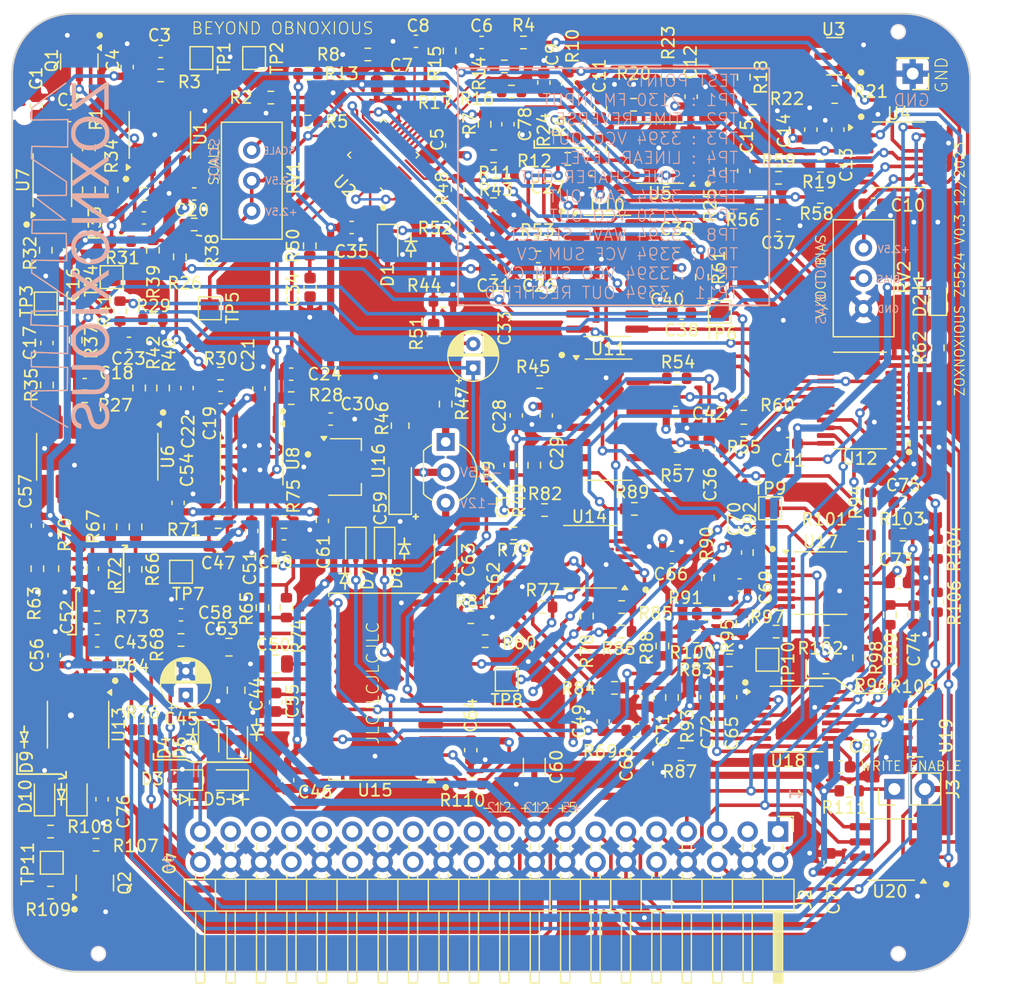
<source format=kicad_pcb>
(kicad_pcb (version 20221018) (generator pcbnew)
  (layers (0 "F.Cu" signal) (1 "In1.Cu" power) (2 "In2.Cu" mixed) (31 "B.Cu" signal) (34 "B.Paste" user) (35 "F.Paste" user) (36 "B.SilkS" user "B.Silkscreen") (37 "F.SilkS" user "F.Silkscreen") (38 "B.Mask" user) (39 "F.Mask" user) (44 "Edge.Cuts" user))
  (net 0 "")
  (net 1 "GND")
  (net 2 "-12V")
  (net 3 "-6V")
  (net 4 "+12V")
  (net 5 "/VREF_2.5")
  (net 6 "/VREF_4.096")
  (net 7 "+5V")
  (net 8 "Net-(C2-Pad1)")
  (net 9 "/SDA1")
  (net 10 "/SCL1")
  (net 11 "+5VA")
  (net 12 "/DAC 2130/PWM_2130")
  (net 13 "/DAC 2130/SAW_MIX_2130")
  (net 14 "/DAC 2130/PULSE_MIX_2130")
  (net 15 "/DAC 2130/TRI_MIX_2130")
  (net 16 "Net-(U1B--)")
  (net 17 "Net-(U2A-TCAP)")
  (net 18 "/SSI2130_MOD")
  (net 19 "Net-(C6-Pad1)")
  (net 20 "Net-(C8-Pad1)")
  (net 21 "/AS3394/MIX_CV")
  (net 22 "Net-(U5A--)")
  (net 23 "/GPIO_MODULE_DRIVEN")
  (net 24 "/I2C_ADDR0")
  (net 25 "/I2C_ADDR2")
  (net 26 "/I2C_ADDR1")
  (net 27 "Net-(U1A--)")
  (net 28 "Net-(U6B-Iout)")
  (net 29 "/AS3394/RES_CV")
  (net 30 "/AS3394/FINAL_GAIN_CV")
  (net 31 "/AS3394/MOD_AMOUNT_CV")
  (net 32 "Net-(C22-Pad1)")
  (net 33 "/LED_CTRL")
  (net 34 "Net-(U6C-Iout)")
  (net 35 "/THIS_OUT2")
  (net 36 "/THIS_OUT1")
  (net 37 "Net-(U7--)")
  (net 38 "Net-(C28-Pad2)")
  (net 39 "Net-(C31-Pad2)")
  (net 40 "Net-(C32-Pad2)")
  (net 41 "Net-(U2A-HARD_SYNC)")
  (net 42 "/SPI_CLK")
  (net 43 "/AS3394_MOD")
  (net 44 "/SPI_MOSI")
  (net 45 "Net-(U15-C4)")
  (net 46 "Net-(C38-Pad2)")
  (net 47 "Net-(U15-C2)")
  (net 48 "/SPI_CS1")
  (net 49 "/SPI_CS0")
  (net 50 "Net-(U15-C1)")
  (net 51 "Net-(C33-Pad2)")
  (net 52 "Net-(U15-C3)")
  (net 53 "Net-(U15-Ct)")
  (net 54 "/SSI2130/TIME_REVERSE")
  (net 55 "Net-(D4-K)")
  (net 56 "/AS3394_VCO")
  (net 57 "Net-(C34-Pad2)")
  (net 58 "/SSI2130/MIX_OUT")
  (net 59 "/SSI2130_VCO")
  (net 60 "/AS3394/VCA_OUTPUT")
  (net 61 "/AS3394_VCA")
  (net 62 "Net-(C36-Pad2)")
  (net 63 "Net-(C37-Pad1)")
  (net 64 "Net-(C39-Pad1)")
  (net 65 "/AS3394_SINE_MOD")
  (net 66 "Net-(U6E-Iout)")
  (net 67 "Net-(U17A--)")
  (net 68 "/AS3394_MOD_CV")
  (net 69 "/AS3394_SINE_CV")
  (net 70 "/SSI2130_MOD_CV")
  (net 71 "/AS3394/VCF_SUM")
  (net 72 "Net-(D3-K)")
  (net 73 "Net-(C71-Pad2)")
  (net 74 "Net-(C74-Pad1)")
  (net 75 "Net-(C75-Pad1)")
  (net 76 "Net-(D2-K)")
  (net 77 "Net-(D5-A)")
  (net 78 "Net-(D10-K)")
  (net 79 "Net-(D10-A)")
  (net 91 "/WAVESELECT_1")
  (net 92 "/WAVESELECT_2")
  (net 94 "/DAC 2130/EXP_PITCH_DAC")
  (net 95 "Net-(C9-Pad1)")
  (net 96 "Net-(Q2-B)")
  (net 97 "/DAC 2130/EXP_PITCH_2130")
  (net 98 "/DAC 2130/LINEAR_2130")
  (net 100 "/DAC 2130/PWM_DAC")
  (net 101 "/DAC 2130/SAW_MIX_DAC")
  (net 102 "/DAC 2130/PULSE_MIX_DAC")
  (net 103 "/DAC 2130/TRI_MIX_DAC")
  (net 104 "/DAC 3394/VCO_DAC_CV")
  (net 106 "/DAC 3394/MIX_DAC_CV")
  (net 107 "Net-(U2A-EXP_SCALE)")
  (net 108 "/DAC 3394/VCF_DAC_CV")
  (net 109 "Net-(J3-Pin_1)")
  (net 110 "Net-(U7-+)")
  (net 111 "Net-(R5-Pad2)")
  (net 112 "Net-(U5B--)")
  (net 113 "/AS3394/VCO_SUM")
  (net 114 "/DAC 3394/PWM_DAC_CV")
  (net 115 "/DAC 3394/RES_DAC_CV")
  (net 116 "/DAC 3394/FINAL_GAIN_DAC_CV")
  (net 117 "Net-(R11-Pad1)")
  (net 118 "/DAC 3394/MOD_AMT_DAC_CV")
  (net 119 "/AS3394/PWM_SUM")
  (net 120 "/AS3394/3394_EXT_IN")
  (net 121 "Net-(R12-Pad2)")
  (net 122 "Net-(U5A-+)")
  (net 123 "Net-(U5B-+)")
  (net 124 "Net-(U2C-SINE_IN+)")
  (net 125 "Net-(U2A-HF_TRACK)")
  (net 126 "Net-(R26-Pad1)")
  (net 127 "Net-(U2C-SINE_IN-)")
  (net 128 "/SSI2130/PWM_IN")
  (net 129 "Net-(U6C-Iin)")
  (net 130 "Net-(U2A-BW_COMP)")
  (net 131 "Net-(R53-Pad2)")
  (net 132 "Net-(U6A-Vref)")
  (net 133 "Net-(U6B-Iin)")
  (net 134 "/SSI2130/FM_INPUT")
  (net 135 "/DAC 2130/LINEAR_DAC")
  (net 136 "Net-(R45-Pad2)")
  (net 137 "/SOFT_SYNC_SOURCE")
  (net 138 "Net-(U9-ADJ)")
  (net 139 "Net-(R49-Pad2)")
  (net 140 "Net-(U15-Iref)")
  (net 141 "/AS3394_SINE")
  (net 142 "Net-(R54-Pad2)")
  (net 143 "Net-(U14A--)")
  (net 144 "Net-(R57-Pad2)")
  (net 145 "/DAC 2130/AS3394_VCO_CV_DAC")
  (net 146 "/DAC 2130/AS3394_SINE_CV_DAC")
  (net 147 "/DAC 3394/SSI2130_MOD_DAC_CV")
  (net 148 "/VCO3394_EXP_MOD_CTRL")
  (net 149 "/PWM3394_MOD_CTRL")
  (net 150 "/VCF3394_MOD_CTRL")
  (net 151 "Net-(U6D-Iin)")
  (net 152 "/WAVESELECT_MOD_CTRL")
  (net 153 "/SOFTSYNC_2130_CTRL")
  (net 154 "/HARDSYNC_2130_CTRL")
  (net 155 "/FM2130_MOD_CTRL")
  (net 156 "/PWM2130_MOD_CTRL")
  (net 157 "Net-(U6E-Iin)")
  (net 158 "/SSI2130/TRI_OUT")
  (net 161 "Net-(Q1-D)")
  (net 162 "Net-(U2A-SOFT_SYNC)")
  (net 166 "/HARD_SYNC_SOURCE")
  (net 167 "Net-(U14D--)")
  (net 168 "Net-(R78-Pad1)")
  (net 169 "/AS3394/VCO_3394")
  (net 170 "/AS3394/SAWTOOTH_3394")
  (net 171 "Net-(U14C--)")
  (net 172 "Net-(U14B--)")
  (net 173 "Net-(R83-Pad1)")
  (net 174 "Net-(U14D-+)")
  (net 175 "Net-(U17B-+)")
  (net 176 "Net-(U17D--)")
  (net 177 "Net-(U17A-+)")
  (net 178 "Net-(U17B--)")
  (net 179 "Net-(U17D-+)")
  (net 180 "/SSI2130/FM_VOLTAGE")
  (net 181 "/HALF_WAVE_RECTIFIED")
  (net 184 "/AS3394/WAVESELECT")
  (net 185 "Net-(U2B-AUX1_MIX)")
  (net 190 "/Mod_VCA/Source2")
  (net 196 "Net-(U17C--)")
  (footprint "Capacitor_SMD:C_0603_1608Metric" (layer "F.Cu") (at 123.4 81.98 90)
    (fp_text reference "C72")
    (fp_text value "4.7u")
  )
  (footprint "Capacitor_SMD:C_0603_1608Metric" (layer "F.Cu") (at 125.4 81.98 90)
    (fp_text reference "C65")
    (fp_text value "0.1u")
  )
  (footprint "Resistor_SMD:R_0603_1608Metric" (layer "F.Cu") (at 86.3 74.5 -90)
    (fp_text reference "R65")
    (fp_text value "1k")
  )
  (footprint "Capacitor_SMD:C_0603_1608Metric" (layer "F.Cu") (at 130.2 60.8)
    (fp_text reference "C41")
    (fp_text value "0.1u")
  )
  (footprint "Package_SO:TSSOP-24_4.4x7.8mm_P0.65mm" (layer "F.Cu") (at 136.2 57.2 180)
    (fp_text reference "U12")
    (fp_text value "PCA9555D")
  )
  (footprint "Package_SO:TSSOP-16_4.4x5mm_P0.65mm" (layer "F.Cu") (at 130.9 83.8)
    (fp_text reference "U18")
    (fp_text value "AD5328")
  )
  (footprint "Resistor_SMD:R_0603_1608Metric" (layer "F.Cu") (at 142.7 52.8 -90)
    (fp_text reference "R62")
    (fp_text value "2k")
  )
  (footprint "LED_SMD:LED_0603_1608Metric" (layer "F.Cu") (at 142.7 48.6 90)
    (fp_text reference "D2")
    (fp_text value "LED")
  )
  (footprint "Connector_PinHeader_2.54mm:PinHeader_2x20_P2.54mm_Horizontal" (layer "F.Cu") (at 129.36 93.2 -90)
    (fp_text reference "J2")
    (fp_text value "Conn_02x20_Odd_Even")
  )
  (footprint "Capacitor_SMD:C_0603_1608Metric" (layer "F.Cu") (at 133.7 95.8 -90)
    (fp_text reference "C77")
    (fp_text value "0.1u")
  )
  (footprint "Package_SO:SOIC-16_3.9x9.9mm_P1.27mm" (layer "F.Cu") (at 72.5 61.9 -90)
    (fp_text reference "U6")
    (fp_text value "AS3364")
  )
  (footprint "Capacitor_SMD:C_0603_1608Metric" (layer "F.Cu") (at 86 56.2 90)
    (fp_text reference "C21")
    (fp_text value "0.1u")
  )
  (footprint "Package_SO:SOIC-8_3.9x4.9mm_P1.27mm" (layer "F.Cu") (at 138.8 94.7 180)
    (fp_text reference "U20")
    (fp_text value "M24C02-WMN")
  )
  (footprint "Diode_SMD:D_SOD-323" (layer "F.Cu") (at 81.8 85.5 -90)
    (fp_text reference "D4")
    (fp_text value "1N4148WS")
  )
  (footprint "Package_SO:SO-8_3.9x4.9mm_P1.27mm" (layer "F.Cu") (at 77.73 35.02 90)
    (fp_text reference "U1")
    (fp_text value "TL072")
  )
  (footprint "Capacitor_SMD:C_0603_1608Metric" (layer "F.Cu") (at 102.1 35.9 -90)
    (fp_text reference "C5")
    (fp_text value "0.1u")
  )
  (footprint "Capacitor_SMD:C_0603_1608Metric" (layer "F.Cu") (at 90.275 47.75 90)
    (fp_text reference "C34")
    (fp_text value "10n")
  )
  (footprint "TestPoint:TestPoint_Pad_1.5x1.5mm" (layer "F.Cu") (at 124.5 49.8)
    (fp_text reference "TP6")
    (fp_text value "TestPoint")
  )
  (footprint "TestPoint:TestPoint_Pad_1.5x1.5mm" (layer "F.Cu") (at 73.7 46.9)
    (fp_text reference "TP4")
    (fp_text value "TestPoint")
  )
  (footprint "TestPoint:TestPoint_Pad_1.5x1.5mm" (layer "F.Cu") (at 85.6 28.6 -90)
    (fp_text reference "TP2")
    (fp_text value "TestPoint")
  )
  (footprint "Diode_SMD:D_SOD-323" (layer "F.Cu") (at 94.1 69.4 -90)
    (fp_text reference "D7")
    (fp_text value "1N5819WS")
  )
  (footprint "Resistor_SMD:R_0603_1608Metric" (layer "F.Cu") (at 103.6 42.7 180)
    (fp_text reference "R52")
    (fp_text value "4k7")
  )
  (footprint "Capacitor_SMD:C_0603_1608Metric" (layer "F.Cu") (at 77.8 28.05 180)
    (fp_text reference "C3")
    (fp_text value "100p")
  )
  (footprint "project_footprints:QFN-32-1EP_4x4mm_P0.4mm_EP2.65x2.65mm_Handsolder_NoPad" (layer "F.Cu") (at 96.4 36.7 135)
    (fp_text reference "U2")
    (fp_text value "SSI2130_no_pad")
  )
  (footprint "TestPoint:TestPoint_Pad_1.5x1.5mm" (layer "F.Cu") (at 128.7 66.2)
    (fp_text reference "TP9")
    (fp_text value "TestPoint")
  )
  (footprint "Resistor_SMD:R_0603_1608Metric" (layer "F.Cu") (at 132.9 37.6)
    (fp_text reference "R19")
    (fp_text value "10k")
  )
  (footprint "Capacitor_SMD:C_0603_1608Metric" (layer "F.Cu") (at 123.6 61.3 -90)
    (fp_text reference "C36")
    (fp_text value "220n")
  )
  (footprint "Resistor_SMD:R_0603_1608Metric" (layer "F.Cu") (at 106.5 29.3)
    (fp_text reference "R14")
    (fp_text value "49k9")
  )
  (footprint "Resistor_SMD:R_0603_1608Metric" (layer "F.Cu") (at 90.25 44.275002 -90)
    (fp_text reference "R50")
    (fp_text value "270")
  )
  (footprint "Resistor_SMD:R_0603_1608Metric" (layer "F.Cu") (at 126.5 59.7 180)
    (fp_text reference "R55")
    (fp_text value "75k")
  )
  (footprint "Connector_PinHeader_2.54mm:PinHeader_1x02_P2.54mm_Vertical" (layer "F.Cu") (at 139.075 89.65 90)
    (fp_text reference "J3")
    (fp_text value "Conn_01x02")
  )
  (footprint "Package_TO_SOT_SMD:SOT-23" (layer "F.Cu") (at 72.3 97.5 90)
    (fp_text reference "Q2")
    (fp_text value "MMBT3904")
  )
  (footprint "Resistor_SMD:R_0603_1608Metric" (layer "F.Cu") (at 75.7 67.75 90)
    (fp_text reference "R72")
    (fp_text value "47k")
  )
  (footprint "Resistor_SMD:R_0603_1608Metric" (layer "F.Cu") (at 142.65 69.6 -90)
    (fp_text reference "R104")
    (fp_text value "24k")
  )
  (footprint "Resistor_SMD:R_0603_1608Metric" (layer "F.Cu") (at 139.8 68.4)
    (fp_text reference "R103")
    (fp_text value "1k")
  )
  (footprint "Resistor_SMD:R_0603_1608Metric" (layer "F.Cu") (at 132.9 40.2)
    (fp_text reference "R58")
    (fp_text value "2k")
  )
  (footprint "Resistor_SMD:R_0603_1608Metric" (layer "F.Cu") (at 101.6 57.5 90)
    (fp_text reference "R47")
    (fp_text value "1k")
  )
  (footprint "Capacitor_SMD:C_0603_1608Metric" (layer "F.Cu") (at 79.5 75.1 180)
    (fp_text reference "C58")
    (fp_text value "22n")
  )
  (footprint "TestPoint:TestPoint_Pad_1.5x1.5mm" (layer "F.Cu") (at 68.7 95.8)
    (fp_text reference "TP11")
    (fp_text value "TestPoint")
  )
  (footprint "Resistor_SMD:R_0603_1608Metric" (layer "F.Cu") (at 115.7 81.2 180)
    (fp_text reference "R84")
    (fp_text value "18k")
  )
  (footprint "Resistor_SMD:R_0603_1608Metric" (layer "F.Cu") (at 121.25 86.75 180)
    (fp_text reference "R87")
    (fp_text value "5k1")
  )
  (footprint "Package_SO:TSSOP-16_4.4x5mm_P0.65mm" (layer "F.Cu") (at 139.45 36.675)
    (fp_text reference "U4")
    (fp_text value "AD5328")
  )
  (footprint "Resistor_SMD:R_0603_1608Metric" (layer "F.Cu") (at 77.15 50.425)
    (fp_text reference "R29")
    (fp_text value "82k")
  )
  (footprint "Capacitor_SMD:C_0603_1608Metric" (layer "F.Cu") (at 92 58.75)
    (fp_text reference "C30")
    (fp_text value "1u")
  )
  (footprint "Resistor_SMD:R_0603_1608Metric" (layer "F.Cu") (at 105.6 36.8 180)
    (fp_text reference "R11")
    (fp_text value "10k")
  )
  (footprint "Resistor_SMD:R_0603_1608Metric" (layer "F.Cu") (at 101.925 28 -90)
    (fp_text reference "R15")
    (fp_text value "1k")
  )
  (footprint "Capacitor_SMD:C_0603_1608Metric" (layer "F.Cu") (at 120.5 70.3)
    (fp_text reference "C66")
    (fp_text value "0.1u")
  )
  (footprint "TestPoint:TestPoint_Pad_1.5x1.5mm" (layer "F.Cu") (at 79.5 71.5)
    (fp_text reference "TP7")
    (fp_text value "TestPoint")
  )
  (footprint "Resistor_SMD:R_0603_1608Metric" (layer "F.Cu") (at 69.8 71.25 90)
    (fp_text reference "R70")
    (fp_text value "10k")
  )
  (footprint "TestPoint:TestPoint_Pad_1.5x1.5mm" (layer "F.Cu") (at 68.2 49.1)
    (fp_text reference "TP3")
    (fp_text value "TestPoint")
  )
  (footprint "Resistor_SMD:R_0603_1608Metric" (layer "F.Cu") (at 105.6 40.800002)
    (fp_text reference "R43")
    (fp_text value "4k32")
  )
  (footprint "Resistor_SMD:R_0603_1608Metric" (layer "F.Cu") (at 117.3 32.5)
    (fp_text reference "R20")
    (fp_text value "10k")
  )
  (footprint "Resistor_SMD:R_0603_1608Metric" (layer "F.Cu") (at 71.45 56.85)
    (fp_text reference "R27")
    (fp_text value "82k")
  )
  (footprint "Package_SO:SO-8_3.9x4.9mm_P1.27mm" (layer "F.Cu") (at 119.5 36.5 180)
    (fp_text reference "U5")
    (fp_text value "TL072")
  )
  (footprint "Capacitor_SMD:C_0603_1608Metric" (layer "F.Cu") (at 120.8 58.2)
    (fp_text reference "C42")
    (fp_text value "0.1u")
  )
  (footprint "Package_TO_SOT_THT:TO-92_Inline_Wide" (layer "F.Cu") (at 101.6 60.66 -90)
    (fp_text reference "U9")
    (fp_text value "LM337L_TO92")
  )
  (footprint "Capacitor_SMD:C_0603_1608Metric" (layer "F.Cu") (at 68.3 52.4 90)
    (fp_text reference "C17")
    (fp_text value "2u2")
  )
  (footprint "Capacitor_SMD:C_0603_1608Metric" (layer "F.Cu") (at 110 58.45 -90)
    (fp_text reference "C29")
    (fp_text value "0.1u")
  )
  (footprint "Resistor_SMD:R_0603_1608Metric" (layer "F.Cu") (at 87 31.9)
    (fp_text reference "R2")
    (fp_text value "499k")
  )
  (footprint "Resistor_SMD:R_0603_1608Metric" (layer "F.Cu") (at 104.9 77.3)
    (fp_text reference "R80")
    (fp_text value "1k")
  )
  (footprint "Capacitor_SMD:C_0603_1608Metric" (layer "F.Cu") (at 82.6 69.35 180)
    (fp_text reference "C47")
    (fp_text value "33p")
  )
  (footprint "Capacitor_SMD:C_0603_1608Metric" (layer "F.Cu") (at 88.4 88.9 90)
    (fp_text reference "C46")
    (fp_text value "0.1u")
  )
  (footprint "Resistor_SMD:R_0603_1608Metric" (layer "F.Cu") (at 72.4 94.3)
    (fp_text reference "R107")
    (fp_text value "10k")
  )
  (footprint "Resistor_SMD:R_0603_1608Metric" (layer "F.Cu") (at 129.2 76.5 180)
    (fp_text reference "R97")
    (fp_text value "30k")
  )
  (footprint "Capacitor_SMD:C_0603_1608Metric" (layer "F.Cu") (at 118.5 82 90)
    (fp_text reference "C71")
    (fp_text value "0.1u")
  )
  (footprint "Resistor_SMD:R_0603_1608Metric" (layer "F.Cu") (at 73.7 39.6 90)
    (fp_text reference "R34")
    (fp_text value "20k")
  )
  (footprint "Capacitor_SMD:C_0603_1608Metric" (layer "F.Cu") (at 68.9 78.475 90)
    (fp_text reference "C56")
    (fp_text value "0.1u")
  )
  (footprint "Resistor_SMD:R_0805_2012Metric" (layer "F.Cu") (at 134.0925 31.64)
    (fp_text reference "R21")
    (fp_text value "2k4")
  )
  (footprint "Resistor_SMD:R_0603_1608Metric" (layer "F.Cu") (at 112.5 34.42 -90)
    (fp_text reference "R6")
    (fp_text value "8k2")
  )
  (footprint "Resistor_SMD:R_0603_1608Metric" (layer "F.Cu") (at 88.3 74.5 -90)
    (fp_text reference "R74")
    (fp_text value "75k")
  )
  (footprint "Capacitor_SMD:C_0603_1608Metric" (layer "F.Cu") (at 79.25 65.75 90)
    (fp_text reference "C54")
    (fp_text value "0.1u")
  )
  (footprint "Capacitor_SMD:C_0603_1608Metric" (layer "F.Cu") (at 72.1 71.25 90)
    (fp_text reference "C52")
    (fp_text value "22n")
  )
  (footprint "Capacitor_SMD:C_0603_1608Metric" (layer "F.Cu") (at 139.8 65.7)
    (fp_text reference "C75")
    (fp_text value "0.1u")
  )
  (footprint "Resistor_SMD:R_0603_1608Metric" (layer "F.Cu") (at 90.1 29.9 180)
    (fp_text reference "R13")
    (fp_text value "10k")
  )
  (footprint "Resistor_SMD:R_0603_1608Metric" (layer "F.Cu") (at 126.4 75.8 90)
    (fp_text reference "R95")
    (fp_text value "18k")
  )
  (footprint "Resistor_SMD:R_0603_1608Metric" (layer "F.Cu") (at 109 62.6 90)
    (fp_text reference "R49")
    (fp_text value "39k")
  )
  (footprint "Capacitor_SMD:C_0603_1608Metric" (layer "F.Cu") (at 75.15 52.425)
    (fp_text reference "C23")
    (fp_text value "6.8n")
  )
  (footprint "Capacitor_SMD:C_0603_1608Metric" (layer "F.Cu") (at 140.7 75.1 -90)
    (fp_text reference "C74")
    (fp_text value "33n")
  )
  (footprint "Package_SO:TSSOP-14_4.4x5mm_P0.65mm" (layer "F.Cu") (at 85.4 62.05 -90)
    (fp_text reference "U8")
    (fp_text value "TL074")
  )
  (footprint "Capacitor_THT:CP_Radial_D4.0mm_P2.00mm" (layer "F.Cu") (at 103.9 54.4726 90)
    (fp_text reference "C33")
    (fp_text value "4u7")
  )
  (footprint "Capacitor_SMD:C_0603_1608Metric" (layer "F.Cu") (at 139.45 72.4 180)
    (fp_text reference "C73")
    (fp_text value "0.1u")
  )
  (footprint "Resistor_SMD:R_0603_1608Metric" (layer "F.Cu") (at 74.4 49.725 90)
    (fp_text reference "R41")
    (fp_text value "18k")
  )
  (footprint "Resistor_SMD:R_0603_1608Metric" (layer "F.Cu") (at 101.4 48.9 180)
    (fp_text reference "R44")
    (fp_text value "4k7")
  )
  (footprint "TestPoint:TestPoint_Pad_1.5x1.5mm" (layer "F.Cu") (at 128.475 78.85)
    (fp_text reference "TP10")
    (fp_text value "TestPoint")
  )
  (footprint "Diode_SMD:D_SOD-323" (layer "F.Cu") (at 79.7 88.9 180)
    (fp_text reference "D3")
    (fp_text value "1N4148WS")
  )
  (footprint "Diode_SMD:D_SOD-323" (layer "F.Cu") (at 96.75 44.1 -90)
    (fp_text reference "D1")
    (fp_text value "1N5819WS")
  )
  (footprint "Capacitor_THT:CP_Radial_D4.0mm_P2.00mm" (layer "F.Cu") (at 79.9 81.8 90)
    (fp_text reference "C45")
    (fp_text value "4u7")
  )
  (footprint "Resistor_SMD:R_0603_1608Metric" (layer "F.Cu") (at 138.7 75.1 90)
    (fp_text reference "R99")
    (fp_text value "3k")
  )
  (footprint "Resistor_SMD:R_0603_1608Metric" (layer "F.Cu") (at 136.3 68.45 180)
    (fp_text reference "R101")
    (fp_text value "33k")
  )
  (footprint "Capacitor_SMD:C_0603_1608Metric" (layer "F.Cu") (at 88.1 69.35)
    (fp_text reference "C48")
    (fp_text value "100p")
  )
  (footprint "Resistor_SMD:R_0603_1608Metric" (layer "F.Cu") (at 76 56.15 -90)
    (fp_text reference "R42")
    (fp_text value "47k")
  )
  (footprint "Capacitor_SMD:C_0603_1608Metric" (layer "F.Cu") (at 114.75 84 90)
    (fp_text reference "C49")
    (fp_text value "0.1u")
  )
  (footprint "Capacitor_SMD:C_1206_3216Metric" (layer "F.Cu") (at 109 87.8 -90)
    (fp_text reference "C60")
    (fp_text value "2n")
  )
  (footprint "Resistor_SMD:R_0603_1608Metric" (layer "F.Cu") (at 117.3625 66.25 180)
    (fp_text reference "R89")
    (fp_text value "62k")
  )
  (footprint "Resistor_SMD:R_0805_2012Metric" (layer "F.Cu") (at 97.8 59.3 90)
    (fp_text reference "R46")
    (fp_text value "240")
  )
  (footprint "Package_SO:SOIC-16_3.9x9.9mm_P1.27mm" (layer "F.Cu") (at 115.1 46.795)
    (fp_text reference "U10")
    (fp_text value "DG442DY-T1-E3")
  )
  (footprint "Capacitor_SMD:C_0603_1608Metric" (layer "F.Cu") (at 76.4 41.95 180)
    (fp_text reference "C25" hide)
    (fp_text value "100p")
  )
  (footprint "Resistor_SMD:R_0603_1608Metric" (layer "F.Cu") (at 78 56.15 -90)
    (fp_text reference "R40")
    (fp_text value "100")
  )
  (footprint "Capacitor_SMD:C_0603_1608Metric" (layer "F.Cu") (at 126.5 38.02 -90)
    (fp_text reference "C15")
    (fp_text value "4n7")
  )
  (footprint "Package_SO:TSSOP-8_4.4x3mm_P0.65mm" (layer "F.Cu") (at 68.75 38.8 90)
    (fp_text reference "U7")
    (fp_text value "LM311")
  )
  (footprint "Resistor_SMD:R_0603_1608Metric" (layer "F.Cu") (at 103.7 75.3 180)
    (fp_text reference "R81")
    (fp_text value "510")
  )
  (footprint "Resistor_SMD:R_0603_1608Metric" (layer "F.Cu") (at 133.35 79.5)
    (fp_text reference "R96")
    (fp_text value "10k")
  )
  (footprint "Package_TO_SOT_SMD:SOT-23" (layer "F.Cu") (at 71 28.9 -90)
    (fp_text reference "Q1")
    (fp_text value "2N7002K")
  )
  (footprint "Resistor_SMD:R_0603_1608Metric" (layer "F.Cu") (at 127.3 33 180)
    (fp_text reference "R22")
    (fp_text value "10k")
  )
  (footprint "Resistor_SMD:R_0603_1608Metric" (layer "F.Cu") (at 123.4 75)
    (fp_text reference "R91")
    (fp_text value "30k")
  )
  (footprint "Capacitor_SMD:C_0805_2012Metric" (layer "F.Cu") (at 87.4 79.2 180)
    (fp_text reference "C50")
    (fp_text value "33n")
  )
  (footprint "Resistor_SMD:R_0603_1608Metric" (layer "F.Cu") (at 119.7 77.7 -90)
    (fp_text reference "R88")
    (fp_text value "10k")
  )
  (footprint "Resistor_SMD:R_0603_1608Metric" (layer "F.Cu") (at 70.7 52.15 90)
    (fp_text reference "R37")
    (fp_text value "18k")
  )
  (footprint "Diode_SMD:D_SOD-323" (layer "F.Cu") (at 84.2 85.5 90)
    (fp_text reference "D6")
    (fp_text value "1N4148WS")
  )
  (footprint "Diode_SMD:D_SOD-323" (layer "F.Cu") (at 68.1 90.275 90)
    (fp_text reference "D10")
    (fp_text value "1N4148WS")
  )
  (footprint "Capacitor_SMD:C_0603_1608Metric" (layer "F.Cu") (at 134.35 34.575 90)
    (fp_text reference "C13")
    (fp_text value "0.1u")
  )
  (footprint "Capacitor_Tantalum_SMD:CP_EIA-3216-10_Kemet-I" (layer "F.Cu") (at 97.8 64.4 90)
    (fp_text reference "C59")
    (fp_text value "1u")
  )
  (footprint "Resistor_SMD:R_0603_1608Metric" (layer "F.Cu") (at 102.6 39.500002 -90)
    (fp_text reference "R48")
    (fp_text value "267k")
  )
  (footprint "Capacitor_SMD:C_0805_2012Metric" (layer "F.Cu") (at 96.8 30.8 180)
    (fp_text reference "C7")
    (fp_text value "3.9n")
  )
  (footprint "Package_TO_SOT_SMD:SOT-23" (layer "F.Cu") (at 140.8 85.4)
    (fp_text reference "U19")
    (fp_text value "LM4040AIM3-4.1/NOPB")
  )
  (footprint "Resistor_SMD:R_0603_1608Metric" (layer "F.Cu") (at 68.3 55.9 -90)
    (fp_text reference "R35")
    (fp_text value "47k")
  )
  (footprint "Resistor_SMD:R_0603_1608Metric" (layer "F.Cu") (at 125.3 78.9 180)
    (fp_text reference "R83")
    (fp_text value "1k")
  )
  (footprint "Capacitor_SMD:C_0603_1608Metric" (layer "F.Cu") (at 88.7 55 180)
    (fp_text reference "C24")
    (fp_text value "33p")
  )
  (footprint "Capacitor_Tantalum_SMD:CP_EIA-3216-10_Kemet-I" (layer "F.Cu") (at 101.6 70 90)
    (fp_text reference "C63")
    (fp_text value "1u")
  )
  (footprint "Resistor_SMD:R_0603_1608Metric" (layer "F.Cu") (at 140.6 82.4)
    (fp_text reference "R105")
    (fp_text value "680")
  )
  (footprint "Potentiometer_THT:Potentiometer_Bourns_3296W_Vertical" (layer "F.Cu") (at 136.5 44.45 90)
    (fp_text reference "RV2")
    (fp_text value "5k")
  )
  (footprint "Resistor_SMD:R_0603_1608Metric" (layer "F.Cu") (at 71.8 39.6 90)
    (fp_text reference "R33")
    (fp_text value "20k")
  )
  (footprint "Capacitor_SMD:C_0603_1608Metric" (layer "F.Cu") (at 85.4 68.1 -90)
    (fp_text reference "C51")
    (fp_text value "0.1u")
  )
  (footprint "Resistor_SMD:R_0603_1608Metric" (layer "F.Cu") (at 68.2 44.65 -90)
    (fp_text reference "R32")
    (fp_text value "100")
  )
  (footprint "Resistor_SMD:R_0603_1608Metric" (layer "F.Cu") (at 126.5 57.5 180)
    (fp_text reference "R60")
    (fp_text value "33k")
  )
  (footprint "Capacitor_SMD:C_0603_1608Metric" (layer "F.Cu") (at 106.9 71.9 -90)
    (fp_text reference "C62")
    (fp_text value "0.1u")
  )
  (footprint "Capacitor_SMD:C_0603_1608Metric" (layer "F.Cu") (at 80.6 39.95 180)
    (fp_text reference "C20")
    (fp_text value "0.1u")
  )
  (footprint "Capacitor_SMD:C_0603_1608Metric" (layer "F.Cu") (at 91.3 67.25 -90)
    (fp_text reference "C61")
    (fp_text value "1u")
  )
  (footprint "Resistor_SMD:R_0603_1608Metric" (layer "F.Cu") (at 120.5 82 90)
    (fp_text reference "R93")
    (fp_text value "2k")
  )
  (footprint "Resistor_SMD:R_0603_1608Metric" (layer "F.Cu") (at 113.4 75.2 -90)
    (fp_text reference "R78")
    (fp_text value "1k")
  )
  (footprint "Resistor_SMD:R_0603_1608Metric" (layer "F.Cu") (at 103.8 89.2 180)
    (fp_text reference "R110")
    (fp_text value "240k")
  )
  (footprint "Capacitor_SMD:C_0603_1608Metric" (layer "F.Cu") (at 72.5 77.275)
    (fp_text reference "C43")
    (fp_text value "100p")
  )
  (footprint "Capacitor_SMD:C_0805_2012Metric" (layer "F.Cu") (at 84.1 81.4 -90)
    (fp_text reference "C44")
    (fp_text value "33n")
  )
  (footprint "Resistor_SMD:R_0603_1608Metric" (layer "F.Cu") (at 72.5 79.275)
    (fp_text reference "R64")
    (fp_text value "20k")
  )
  (footprint "Diode_SMD:D_SOD-323" (layer "F.Cu") (at 70.8 90.275 90)
    (fp_text reference "D9")
    (fp_text value "1N4148WS")
  )
  (footprint "Resistor_SMD:R_0603_1608Metric" (layer "F.Cu") (at 116.3 74.45 180)
    (fp_text reference "R85")
    (fp_text value "20k")
  )
  (footprint "Resistor_SMD:R_0603_1608Metric" (layer "F.Cu") (at 90.1 33.9 180)
    (fp_text reference "R5")
    (fp_text value "22k")
  )
  (footprint "Resistor_SMD:R_0603_1608Metric" (layer "F.Cu") (at 75.7 71.3 -90)
    (fp_text reference "R66")
    (fp_text value "1k")
  )
  (footprint "Capacitor_SMD:C_0603_1608Metric" (layer "F.Cu") (at 82.8 56.95 180)
    (fp_text reference "C19")
    (fp_text value "33p")
  )
  (footprint "Resistor_SMD:R_0603_1608Metric" (layer "F.Cu") (at 133.4 76.5 180)
    (fp_text reference "R102")
    (fp_text value "15k")
  )
  (footprint "Capacitor_SMD:C_0603_1608Metric" (layer "F.Cu") (at 114.525 32.795 90)
    (fp_text reference "C11")
    (fp_text value "0.1u")
  )
  (footprint "Capacitor_SMD:C_0603_1608Metric" (layer "F.Cu") (at 120.15 46.895 -90)
    (fp_text reference "C40")
    (fp_text value "0.1u")
  )
  (footprint "Capacitor_SMD:C_0603_1608Metric" (layer "F.Cu") (at 107.5 58.45 90)
    (fp_text reference "C28")
    (fp_text value "2u2")
  )
  (footprint "Potentiometer_THT:Potentiometer_Bourns_3296W_Vertical" (layer "F.Cu") (at 85.4 36.3 90)
    (fp_text reference "RV1")
    (fp_text value "5k")
  )
  (footprint "Capacitor_SMD:C_0603_1608Metric" (layer "F.Cu") (at 99.125 27.2 180)
    (fp_text reference "C8")
    (fp_text value "1u")
  )
  (footprint "Package_SO:SOIC-24W_7.5x15.4mm_P1.27mm" (layer "F.Cu") (at 95.7 81.1 180)
    (fp_text reference "U15")
    (fp_text value "AS3394")
  )
  (footprint "Capacitor_SMD:C_0603_1608Metric" (layer "F.Cu") (at 132.1 34.575 90)
    (fp_text reference "C14")
    (fp_text value "4.7u")
  )
  (footprint "Resistor_SMD:R_0603_1608Metric" (layer "F.Cu") (at 79.4 45.2 90)
    (fp_text reference "R26")
    (fp_text value "6k8")
  )
  (footprint "Resistor_SMD:R_0603_1608Metric" (layer "F.Cu") (at 124.5 38.02 90)
    (fp_text reference "R25")
    (fp_text value "20k")
  )
  (footprint "Package_SO:TSSOP-14_4.4x5mm_P0.65mm" (layer "F.Cu") (at 132.9 72.45)
    (fp_text reference "U17")
    (fp_text value "TL074")
  )
  (footprint "Capacitor_SMD:C_0805_2012Metric" (layer "F.Cu") (at 83.5 77.8 180)
    (fp_text reference "C53")
    (fp_text value "33n")
  )
  (footprint "Resistor_SMD:R_0603_1608Metric" (layer "F.Cu") (at 82.6 67.35)
    (fp_text reference "R71")
    (fp_text value "47k")
  )
  (footprint "Resistor_SMD:R_0603_1608Metric" (layer "F.Cu") (at 100.7 30.9 180)
    (fp_text reference "R17")
    (fp_text value "49k9")
  )
  (footprint "Capacitor_SMD:C_0603_1608Metric" (layer "F.Cu") (at 118.4 87.5 -90)
    (fp_text reference "C68")
    (fp_text value "22n")
  )
  (footprint "Resistor_SMD:R_0603_1608Metric" (layer "F.Cu") (at 71.8 36.1 90)
    (fp_text reference "R1")
    (fp_text value "100k")
  )
  (footprint "Resistor_SMD:R_0603_1608Metric" (layer "F.Cu") (at 88.7 57)
    (fp_text reference "R28")
    (fp_text value "47k")
  )
  (footprint "Capacitor_SMD:C_0603_1608Metric" (layer "F.Cu") (at 75 29.35 90)
    (fp_text reference "C4")
    (fp_text value "0.1u")
  )
  (footprint "Resistor_SMD:R_0603_1608Metric" (layer "F.Cu") (at 129.4 38.6)
    (fp_text reference "R59")
    (fp_text value "680")
  )
  (footprint "Resistor_SMD:R_0603_1608Metric" (layer "F.Cu") (at 108.1 27.3)
    (fp_text reference "R4")
    (fp_text value "1k")
  )
  (footprint "Resistor_SMD:R_0603_1608Metric" (layer "F.Cu") (at 88.1 67.35)
    (fp_text reference "R75")
    (fp_text value "24k")
  )
  (footprint "Capacitor_SMD:C_0603_1608Metric" (layer "F.Cu") (at 113.7 38.92 180)
    (fp_text reference "C27")
    (fp_text value "0.1u")
  )
  (footprint "Capacitor_SMD:C_0603_1608Metric" (layer "F.Cu") (at 105.6 46.2)
    (fp_text reference "C31")
    (fp_text value "2u2")
  )
  (footprint "Resistor_SMD:R_0603_1608Metric" (layer "F.Cu") (at 76.3 84.7)
    (fp_text reference "R76")
    (fp_text value "1k")
  )
  (footprint "Resistor_SMD:R_0603_1608Metric" (layer "F.Cu") (at 77.8 30.05 180)
    (fp_text reference "R3")
    (fp_text value "20k")
  )
  (footprint "Resistor_SMD:R_0603_1608Metric" (layer "F.Cu") (at 109.45 55.65)
    (fp_text reference "R45")
    (fp_text value "30k")
  )
  (footprint "Resistor_SMD:R_0603_1608Metric" (layer "F.Cu") (at 109.7 74.45 180)
    (fp_text reference "R77")
    (fp_text value "10k")
  )
  (footprint "Resistor_SMD:R_0603_1608Metric" (layer "F.Cu") (at 95.1 28.3)
    (fp_text reference "R8")
    (fp_text value "49k9")
  )
  (footprint "Capacitor_SMD:C_0603_1608Metric" (layer "F.Cu") (at 67.5 67.65 -90)
    (fp_text reference "C57")
    (fp_text value "0.1u")
  )
  (footprint "Capacitor_SMD:C_0603_1608Metric" (layer "F.Cu") (at 72.9 90.5 -90)
    (fp_text reference "C76")
    (fp_text value "0.1u")
  )
  (footprint "Capacitor_SMD:C_0603_1608Metric" (layer "F.Cu") (at 122.1 31.82 90)
    (fp_text reference "C12")
    (fp_text value "0.1u")
  )
  (footprint "Capacitor_SMD:C_0603_1608Metric" (layer "F.Cu") (at 104.6 27.3 180)
    (fp_text reference "C6")
    (fp_text value "1u")
  )
  (footprint "Capacitor_SMD:C_0603_1608Metric" (layer "F.Cu") (at 70.2 44.65 -90)
    (fp_text reference "C16")
    (fp_text value "0.1u")
  )
  (footprint "TestPoint:TestPoint_Pad_1.5x1.5mm" (layer "F.Cu") (at 106.7 80.5)
    (fp_text reference "TP8")
    (fp_text value "TestPoint")
  )
  (footprint "Resistor_SMD:R_0603_1608Metric" (layer "F.Cu") (at 111.8 37.02)
    (fp_text reference "R12")
    (fp_text value "1k")
  )
  (footprint "Resistor_SMD:R_0603_1608Metric" (layer "F.Cu") (at 136.125 78.675 -90)
    (fp_text reference "R98")
    (fp_text value "20k")
  )
  (footprint "Capacitor_SMD:C_0603_1608Metric" (layer "F.Cu") (at 107 62.6 -90)
    (fp_text reference "C32")
    (fp_text value "2u2")
  )
  (footprint "Resistor_SMD:R_0603_1608Metric" (layer "F.Cu") (at 123.5 72 90)
    (fp_text reference "R90")
    (fp_text value "20k")
  )
  (footprint "Resistor_SMD:R_0603_1608Metric" (layer "F.Cu") (at 72.5 75.3 180)
    (fp_text reference "R73")
    (fp_text value "20k")
  )
  (footprint "Package_TO_SOT_SMD:SOT-89-3" (layer "F.Cu") (at 93.2 62.75)
    (fp_text reference "U16")
    (fp_text value "78L05G-AB3-R")
  )
  (footprint "Resistor_SMD:R_0603_1608Metric" (layer "F.Cu") (at 142.65 74.05 90)
    (fp_text reference "R106")
    (fp_text value "68k")
  )
  (footprint "Resistor_SMD:R_0603_1608Metric" (layer "F.Cu") (at 126.5 30.2 -90)
    (fp_text reference "R18")
    (fp_text value "20k")
  )
  (footprint "Capacitor_SMD:C_0603_1608Metric" (layer "F.Cu") (at 109.8 30.65 90)
    (fp_text reference "C9")
    (fp_text value "1u")
  )
  (footprint "Resistor_SMD:R_0603_1608Metric" (layer "F.Cu") (at 127.8 40.7)
    (fp_text reference "R56")
    (fp_text value "15k")
  )
  (footprint "Capacitor_SMD:C_0603_1608Metric" (layer "F.Cu") (at 87.4 82.4 -90)
    (fp_text reference "C55")
    (fp_text value "560p")
  )
  (footprint "Capacitor_SMD:C_0603_1608Metric" (layer "F.Cu") (at 71.45 54.85)
    (fp_text reference "C18")
    (fp_text value "6.8n")
  )
  (footprint "Resistor_SMD:R_0603_1608Metric" (layer "F.Cu") (at 107.1 31.4)
    (fp_text reference "R16")
    (fp_text value "49k9")
  )
  (footprint "Capacitor_SMD:C_0603_1608Metric" (layer "F.Cu") (at 134.6 87.8)
    (fp_text reference "C67")
    (fp_text value "2u2")
  )
  (footprint "Capacitor_SMD:C_0603_1608Metric" (layer "F.Cu") (at 67.4 32.6 90)
    (fp_text reference "C1")
    (fp_text value "0.1u")
  )
  (footprint "Capacitor_SMD:C_0603_1608Metric" (layer "F.Cu") (at 70.15 33.4 180)
    (fp_text reference "C2")
    (fp_text value "100p")
  )
  (footprint "Capacitor_SMD:C_0603_1608Metric" (layer "F.Cu") (at 126.15 72.6)
    (fp_text reference "C69")
    (fp_text value "0.1u")
  )
  (footprint "Capacitor_SMD:C_0603_1608Metric" (layer "F.Cu") (at 137.3 40.8)
    (fp_text reference "C10")
    (fp_text value "1u")
  )
  (footprint "Diode_SMD:D_SOD-323" (layer "F.Cu") (at 96.5 69.4 -90)
    (fp_text reference "D8")
    (fp_text value "1N5819WS")
  )
  (footprint "Resistor_SMD:R_0603_1608Metric" (layer "F.Cu") (at 116.3 76.5)
    (fp_text reference "R86")
    (fp_text value "39k")
  )
  (footprint "Capacitor_SMD:C_0603_1608Metric" (layer "F.Cu") (at 103.7 86.4 90)
    (fp_text reference "C64")
    (fp_text value "0.1u")
  )
  (footprint "Resistor_SMD:R_0603_1608Metric" (layer "F.Cu") (at 120.9 55.35 180)
    (fp_text reference "R54")
    (fp_text value "33k")
  )
  (footprint "Diode_SMD:D_SOD-323" (layer "F.Cu") (at 83.5 88.9 180)
    (fp_text reference "D5")
    (fp_text value "1N4148WS")
  )
  (footprint "project_footprints:zoxnoxious_back" (layer "F.Cu") (at 70.2 45.1 90)
    (fp_text reference "G***" hide)
    (fp_text value "LOGO" hide)
  )
  (footprint "Resistor_SMD:R_0603_1608Metric" (layer "F.Cu") (at 82.8 54.95)
    (fp_text reference "R30")
    (fp_text value "47k")
  )
  (footprint "Capacitor_SMD:C_0603_1608Metric" (layer "F.Cu") (at 93.75 42.75)
    (fp_text reference "C35")
    (fp_text value "0.1u")
  )
  (footprint "Resistor_SMD:R_0603_1608Metric" (layer "F.Cu") (at 109.3 44.2)
    (fp_text reference "R53")
    (fp_text value "30k")
  )
  (footprint "Resistor_SMD:R_0603_1608Metric" (layer "F.Cu") (at 135.3 89.8)
    (fp_text reference "R111")
    (fp_text value "5k1")
  )
  (footprint "Connector_PinHeader_2.54mm:PinHeader_1x01_P2.54mm_Vertical" (layer "F.Cu") (at 140.6 29.9 180)
    (fp_text reference "J1" hide)
    (fp_text value "Conn_01x01")
  )
  (footprint "Resistor_SMD:R_0603_1608Metric" (layer "F.Cu") (at 109.8625 66.35)
    (fp_text reference "R82")
    (fp_text value "62k")
  )
  (footprint "Resistor_SMD:R_0603_1608Metric" (layer "F.Cu") (at 137.1 65.7 -90)
    (fp_text reference "R94")
    (fp_text value "33k")
  )
  (footprint "Resistor_SMD:R_0603_1608Metric" (layer "F.Cu") (at 100.6 51.6 90)
    (fp_text reference "R51")
    (fp_text value "4k7")
  )
  (footprint "Resistor_SMD:R_0603_1608Metric" (layer "F.Cu") (at 104.85 34.125 -90)
    (fp_text reference "R7")
    (fp_text value "100k")
  )
  (footprint "Resistor_SMD:R_0603_1608Metric" (layer "F.Cu") (at 117.5 84.75 180)
    (fp_text reference "R69")
    (fp_text value "10k")
  )
  (footprint "Resistor_SMD:R_0603_1608Metric" (layer "F.Cu") (at 74.5 43.9)
    (fp_text reference "R31")
    (fp_text value "10k")
  )
  (footprint "Capacitor_SMD:C_0603_1608Metric" (layer "F.Cu") (at 129.4 42.58)
    (fp_text reference "C37")
    (fp_text value "220n")
  )
  (footprint "Resistor_SMD:R_0603_1608Metric" (layer "F.Cu") (at 68.6 98.3 180)
    (fp_text reference "R109")
    (fp_text value "1k")
  )
  (footprint "Resistor_SMD:R_0603_1608Metric" (layer "F.Cu") (at 120.95 62.05 180)
    (fp_text reference "R57")
    (fp_text value "47k")
  )
  (footprint "Package_TO_SOT_SMD:SOT-23" (layer "F.Cu") (at 134.0625 28.45 180)
    (fp_text reference "U3")
    (fp_text value "LM4040B25FTA")
  )
  (footprint "Package_SO:TSSOP-14_4.4x5mm_P0.65mm" (layer "F.Cu") (at 113.6625 70.25 180)
    (fp_text reference "U14")
    (fp_text value "TL074")
  )
  (footprint "Capacitor_SMD:C_0603_1608Metric" (layer "F.Cu") (at 121.3 49.9 180)
    (fp_text reference "C38")
    (fp_text value "10n")
  )
  (footprint "Resistor_SMD:R_0603_1608Metric" (layer "F.Cu") (at 68.6 93.2)
    (fp_text reference "R108")
    (fp_text value "20k")
  )
  (footprint "Capacitor_SMD:C_0603_1608Metric" (layer "F.Cu") (at 80 56.15 -90)
    (fp_text reference "C22")
    (fp_text value "4n7")
  )
  (footprint "Capacitor_SMD:C_0603_1608Metric" (layer "F.Cu") (at 106.8 34.125 -90)
    (fp_text reference "C78")
    (fp_text value "1u")
  )
  (footprint "Resistor_SMD:R_0603_1608Metric" (layer "F.Cu") (at 122.5 76.9 180)
    (fp_text reference "R100")
    (fp_text value "22k")
  )
  (footprint "Resistor_SMD:R_0603_1608Metric" (layer "F.Cu") (at 111.8 30.65 90)
    (fp_text reference "R10")
    (fp_text value "1k")
  )
  (footprint "Resistor_SMD:R_0603_1608Metric" (layer "F.Cu") (at 79.5 77.2)
    (fp_text reference "R68")
    (fp_text value "5k1")
  )
  (footprint "Resistor_SMD:R_0603_1608Metric" (layer "F.Cu") (at 127.8 69.9 90)
    (fp_text reference "R92")
    (fp_text value "10k")
  )
  (footprint "Package_SO:SOIC-16_3.9x9.9mm_P1.27mm" (layer "F.Cu") (at 115.2 58.8)
    (fp_text reference "U11")
    (fp_text value "DG442DY-T1-E3")
  )
  (footprint "Resistor_SMD:R_0603_1608Metric" (layer "F.Cu") (at 73.6 67.75 90)
    (fp_text reference "R67")
    (fp_text value "10k")
  )
  (footprint "Capacitor_SMD:C_0603_1608Metric" (layer "F.Cu") (at 120.9 44.3)
    (fp_text reference "C39")
    (fp_text value "10n")
  )
  (footprint "Resistor_SMD:R_0603_1608Metric" (layer "F.Cu") (at 76.4 39.95 180)
    (fp_text reference "R36" hide)
    (fp_text value "20k")
  )
  (footprint "Resistor_SMD:R_0603_1608Metric" (layer "F.Cu") (at 107.3 68.3)
    (fp_text reference "R79")
    (fp_text value "1k")
  )
  (footprint "Resistor_SMD:R_0603_1608Metric" (layer "F.Cu") (at 80.6 42.5 180)
    (fp_text reference "R38")
    (fp_text value "20k")
  )
  (footprint "TestPoint:TestPoint_Pad_1.5x1.5mm" (layer "F.Cu") (at 81.9 49.5)
    (fp_text reference "TP5")
    (fp_text value "TestPoint")
  )
  (footprint "Resistor_SMD:R_0603_1608Metric" (layer "F.Cu") (at 120.1 30.2 90)
    (fp_text reference "R23")
    (fp_text value "10k")
  )
  (footprint "Resistor_SMD:R_0603_1608Metric" (layer "F.Cu") (at 123 46.9 -90)
    (fp_text reference "R61")
    (fp_text value "10k")
  )
  (footprint "Capacitor_SMD:C_0603_1608Metric" (layer "F.Cu") (at 125.8 69.9 90)
    (fp_text reference "C70")
    (fp_text value "0.1u")
  )
  (footprint "TestPoint:TestPoint_Pad_1.5x1.5mm" (layer "F.Cu") (at 81.2 28.6 -90)
    (fp_text reference "TP1")
    (fp_text value "TestPoint")
  )
  (footprint "Resistor_SMD:R_0603_1608Metric" (layer "F.Cu") (at 114.5 36.22 90)
    (fp_text reference "R24")
    (fp_text value "10k")
  )
  (footprint "Package_SO:SO-8_3.9x4.9mm_P1.27mm" (layer "F.Cu") (at 70.9 84.275 -90)
    (fp_text reference "U13")
    (fp_text value "TL072")
  )
  (footprint "Resistor_SMD:R_0603_1608Metric" (layer "F.Cu") (at 67.5 71.25 -90)
    (fp_text reference "R63")
    (fp_text value "47k")
  )
  (footprint "Resistor_SMD:R_0603_1608Metric" (layer "F.Cu") (at 77.15 44.65 90)
    (fp_text reference "R39")
    (fp_text value "10k")
  )
  (footprint "Capacitor_SMD:C_0603_1608Metric" (layer "F.Cu") (at 109.325 46.2)
    (fp_text reference "C26")
    (fp_text value "0.1u")
  )
  (gr_rect (start 102.625 29.45) (end 128.625 49.25) (stroke (width 0.15)) (fill none) (layer "B.SilkS"))
  (gr_line (start 98.55 70) (end 97.75 70) (stroke (width 0.15)) (layer "F.SilkS"))
  (gr_line (start 84.65 90.5) (end 85.15 90.5) (stroke (width 0.15)) (layer "F.SilkS"))
  (gr_line (start 80.5 85.1) (end 80.8 85.9) (stroke (width 0.15)) (layer "F.SilkS"))
  (gr_line (start 74.7 73.2) (end 74.7 70.4) (stroke (width 0.15)) (layer "F.SilkS"))
  (gr_line (start 75 69.6) (end 75 69.3) (stroke (width 0.15)) (layer "F.SilkS"))
  (gr_line (start 93.2 71.65) (end 93.6 72.45) (stroke (width 0.15)) (layer "F.SilkS"))
  (gr_line (start 69.5 90.5) (end 69.2 89.7) (stroke (width 0.15)) (layer "F.SilkS"))
  (gr_line (start 69.5 90.5) (end 69.5 91) (stroke (width 0.15)) (layer "F.SilkS"))
  (gr_line (start 98.2 43.9) (end 99.2 43.9) (stroke (width 0.15)) (layer "F.SilkS"))
  (gr_line (start 79.4 90.9) (end 79.4 90.1) (stroke (width 0.15)) (layer "F.SilkS"))
  (gr_line (start 69.2 89.7) (end 69.8 89.7) (stroke (width 0.15)) (layer "F.SilkS"))
  (gr_line (start 85.8 85.1) (end 85.8 85.6) (stroke (width 0.15)) (layer "F.SilkS"))
  (gr_line (start 98.3 44.7) (end 98.7 43.9) (stroke (width 0.15)) (layer "F.SilkS"))
  (gr_line (start 92.8 72.45) (end 93.2 71.65) (stroke (width 0.15)) (layer "F.SilkS"))
  (gr_circle (center 70.6 99.7) (end 70.8 99.7) (stroke (width 0.15)) (fill solid) (layer "F.SilkS"))
  (gr_line (start 77.2 87.2) (end 79.9 87.2) (stroke (width 0.15)) (layer "F.SilkS"))
  (gr_line (start 66.7 84.9) (end 66.4 85.7) (stroke (width 0.15)) (layer "F.SilkS"))
  (gr_line (start 69.8 90.5) (end 69.2 90.5) (stroke (width 0.15)) (layer "F.SilkS"))
  (gr_line (start 141.5 47) (end 141.1 47.8) (stroke (width 0.15)) (layer "F.SilkS"))
  (gr_line (start 74 73.2) (end 74.7 73.2) (stroke (width 0.15)) (layer "F.SilkS"))
  (gr_circle (center 126.625 80.75) (end 126.825 80.75) (stroke (width 0.15)) (fill solid) (layer "F.SilkS"))
  (gr_circle (center 88 58.1) (end 88.2 58.1) (stroke (width 0.15)) (fill solid) (layer "F.SilkS"))
  (gr_line (start 109 35.5) (end 109 36.1) (stroke (width 0.15)) (layer "F.SilkS"))
  (gr_line (start 113.6 36.1) (end 113.4 36.4) (stroke (width 0.15)) (layer "F.SilkS"))
  (gr_line (start 98.15 69.2) (end 98.55 70) (stroke (width 0.15)) (layer "F.SilkS"))
  (gr_circle (center 90.1 61.7) (end 90.3 61.7) (stroke (width 0.15)) (fill solid) (layer "F.SilkS"))
  (gr_circle (center 136.3 29.8) (end 136.5 29.8) (stroke (width 0.15)) (fill solid) (layer "F.SilkS"))
  (gr_line (start 141.6 47.8) (end 140.6 47.8) (stroke (width 0.15)) (layer "F.SilkS"))
  (gr_line (start 84.65 90.5) (end 83.85 90.9) (stroke (width 0.15)) (layer "F.SilkS"))
  (gr_line (start 69.5 89.7) (end 69.5 89.2) (stroke (width 0.15)) (layer "F.SilkS"))
  (gr_line (start 65.8 88.4) (end 69.5 88.4) (stroke (width 0.15)) (layer "F.SilkS"))
  (gr_circle (center 140.3 61.5) (end 140.5 61.5) (stroke (width 0.15)) (fill solid) (layer "F.SilkS"))
  (gr_line (start 113.6 36.1) (end 113.4 35.9) (stroke (width 0.15)) (layer "F.SilkS"))
  (gr_line (start 99.3 66.9) (end 98.9 66.9) (stroke (width 0.15)) (layer "F.SilkS"))
  (gr_line (start 99.1 66.7) (end 99.1 67.1) (stroke (width 0.15)) (layer "F.SilkS"))
  (gr_circle (center 66.6 42.5) (end 66.8 42.5) (stroke (width 0.15)) (fill solid) (layer "F.SilkS"))
  (gr_line (start 79.9 87.2) (end 80.4 87.4) (stroke (width 0.15)) (layer "F.SilkS"))
  (gr_line (start 97.65 69.2) (end 98.65 69.2) (stroke (width 0.15)) (layer "F.SilkS"))
  (gr_line (start 80.8 43.4) (end 81.2 43.45) (stroke (width 0.15)) (layer "F.SilkS"))
  (gr_line (start 66.4 85.7) (end 66.4 86.2) (stroke (width 0.15)) (layer "F.SilkS"))
  (gr_line (start 98.15 70) (end 98.15 70.5) (stroke (width 0.15)) (layer "F.SilkS"))
  (gr_circle (center 101.6 89.5) (end 101.8 89.5) (stroke (width 0.15)) (fill solid) (layer "F.SilkS"))
  (gr_line (start 134.1 80.4) (end 131.7 80.4) (stroke (width 0.15)) (layer "F.SilkS"))
  (gr_line (start 71.025 72.85) (end 70.625 72.85) (stroke (width 0.15)) (layer "F.SilkS"))
  (gr_line (start 74.7 69.6) (end 75 69.3) (stroke (width 0.15)) (layer "F.SilkS"))
  (gr_line (start 69.9 88.7) (end 69.9 88.2) (stroke (width 0.15)) (layer "F.SilkS"))
  (gr_circle (center 118.3 73) (end 118.5 73) (stroke (width 0.15)) (fill solid) (layer "F.SilkS"))
  (gr_line (start 84.65 90) (end 84.65 91) (stroke (width 0.15)) (layer "F.SilkS"))
  (gr_circle (center 143.4 97.6) (end 143.6 97.6) (stroke (width 0.15)) (fill solid) (layer "F.SilkS"))
  (gr_line (start 83.85 90.9) (end 83.85 90.1) (stroke (width 0.15)) (layer "F.SilkS"))
  (gr_circle (center 96.4 41.1) (end 96.6 41.1) (stroke (width 0.15)) (fill solid) (layer "F.SilkS"))
  (gr_line (start 85.4 84.3) (end 86.2 84.3) (stroke (width 0.15)) (layer "F.SilkS"))
  (gr_line (start 140.7 47) (end 141.5 47) (stroke (width 0.15)) (layer "F.SilkS"))
  (gr_line (start 75 69.3) (end 75 69.6) (stroke (width 0.15)) (layer "F.SilkS"))
  (gr_line (start 65.8 86.7) (end 65.8 88.4) (stroke (width 0.15)) (layer "F.SilkS"))
  (gr_line (start 70.725 73.95) (end 70.725 73.15) (stroke (width 0.15)) (layer "F.SilkS"))
  (gr_line (start 98.15 69.2) (end 98.15 68.7) (stroke (width 0.15)) (layer "F.SilkS"))
  (gr_circle (center 111.3 53.4) (end 111.5 53.4) (stroke (width 0.15)) (fill solid) (layer "F.SilkS"))
  (gr_line (start 98.7 43.9) (end 99.1 44.7) (stroke (width 0.15)) (layer "F.SilkS"))
  (gr_line (start 71.025 73.15) (end 71.025 72.85) (stroke (width 0.15)) (layer "F.SilkS"))
  (gr_line (start 80.8 85.9) (end 80.1 85.9) (stroke (width 0.15)) (layer "F.SilkS"))
  (gr_line (start 80.2 90.5) (end 80.7 90.5) (stroke (width 0.15)) (layer "F.SilkS"))
  (gr_circle (center 136.3 33.5) (end 136.5 33.5) (stroke (width 0.15)) (fill solid) (layer "F.SilkS"))
  (gr_line (start 109 36.1) (end 113.6 36.1) (stroke (width 0.15)) (layer "F.SilkS"))
  (gr_line (start 80.2 90) (end 80.2 91) (stroke (width 0.15)) (layer "F.SilkS"))
  (gr_line (start 66.7 85.7) (end 66.1 85.7) (stroke (width 0.15)) (layer "F.SilkS"))
  (gr_line (start 141.1 47) (end 141.1 46.5) (stroke (width 0.15)) (layer "F.SilkS"))
  (gr_line (start 69.9 88.7) (end 69.3 88.8) (stroke (width 0.15)) (layer "F.SilkS"))
  (gr_line (start 80.1 85.9) (end 80.5 85.1) (stroke (width 0.15)) (layer "F.SilkS"))
  (gr_line (start 79.4 90.1) (end 80.2 90.5) (stroke (width 0.15)) (layer "F.SilkS"))
  (gr_line (start 141.1 47.8) (end 141.1 48.3) (stroke (width 0.15)) (layer "F.SilkS"))
  (gr_circle (center 74.9 38.7) (end 75.1 38.7) (stroke (width 0.15)) (fill solid) (layer "F.SilkS"))
  (gr_line (start 70.725 73.15) (end 71.025 72.85) (stroke (width 0.15)) (layer "F.SilkS"))
  (gr_circle (center 74 80.6) (end 74.2 80.6) (stroke (width 0.15)) (fill solid) (layer "F.SilkS"))
  (gr_line (start 83.85 90.1) (end 84.65 90.5) (stroke (width 0.15)) (layer "F.SilkS"))
  (gr_line (start 92.7 71.65) (end 93.7 71.65) (stroke (width 0.15)) (layer "F.SilkS"))
  (gr_line (start 69.8 89.7) (end 69.5 90.5) (stroke (width 0.15)) (layer "F.SilkS"))
  (gr_circle (center 78 58.2) (end 78.2 58.2) (stroke (width 0.15)) (fill solid) (layer "F.SilkS"))
  (gr_line (start 97.75 70) (end 98.15 69.2) (stroke (width 0.15)) (layer "F.SilkS"))
  (gr_line (start 85.8 85.1) (end 85.4 84.3) (stroke (width 0.15)) (layer "F.SilkS"))
  (gr_line (start 66.1 84.9) (end 66.7 84.9) (stroke (width 0.15)) (layer "F.SilkS"))
  (gr_line (start 138.3 81.65) (end 135.85 81.65) (stroke (width 0.15)) (layer "F.SilkS"))
  (gr_line (start 66.4 84.9) (end 66.4 84.4) (stroke (width 0.15)) (layer "F.SilkS"))
  (gr_line (start 85.8 84.3) (end 85.8 83.8) (stroke (width 0.15)) (layer "F.SilkS"))
  (gr_line (start 80 85.1) (end 80.8 85.1) (stroke (width 0.15)) (layer "F.SilkS"))
  (gr_line (start 93.2 71.65) (end 93.2 71.15) (stroke (width 0.15)) (layer "F.SilkS"))
  (gr_line (start 135.85 81.65) (end 134.1 80.4) (stroke (width 0.15)) (layer "F.SilkS"))
  (gr_line (start 86.2 84.3) (end 85.8 85.1) (stroke (width 0.15)) (layer "F.SilkS"))
  (gr_circle (center 111.3 41.4) (end 111.5 41.4) (stroke (width 0.15)) (fill solid) (layer "F.SilkS"))
  (gr_line (start 77.2 86.7) (end 77.2 87.2) (stroke (width 0.15)) (layer "F.SilkS"))
  (gr_line (start 80.5 85.9) (end 80.5 86.4) (stroke (width 0.15)) (layer "F.SilkS"))
  (gr_line (start 131.7 80.4) (end 131.7 78.85) (stroke (width 0.15)) (layer "F.SilkS"))
  (gr_line (start 80.5 85.1) (end 80.5 84.6) (stroke (width 0.15)) (layer "F.SilkS"))
  (gr_line (start 74.7 70.4) (end 74.7 69.6) (stroke (width 0.15)) (layer "F.SilkS"))
  (gr_line (start 93.6 72.45) (end 92.8 72.45) (stroke (width 0.15)) (layer "F.SilkS"))
  (gr_line (start 80.2 90.5) (end 79.4 90.9) (stroke (width 0.15)) (layer "F.SilkS"))
  (gr_circle (center 128.9 69.6) (end 129.1 69.6) (stroke (width 0.15)) (fill solid) (layer "F.SilkS"))
  (gr_line (start 99.1 44.7) (end 98.3 44.7) (stroke (width 0.15)) (layer "F.SilkS"))
  (gr_line (start 70.725 76.75) (end 70.725 73.95) (stroke (width 0.15)) (layer "F.SilkS"))
  (gr_line (start 70.025 76.75) (end 70.725 76.75) (stroke (width 0.15)) (layer "F.SilkS"))
  (gr_line (start 98.7 44.7) (end 98.7 45.2) (stroke (width 0.15)) (layer "F.SilkS"))
  (gr_line (start 141.1 47.8) (end 140.7 47) (stroke (width 0.15)) (layer "F.SilkS"))
  (gr_line (start 93.2 72.45) (end 93.2 72.95) (stroke (width 0.15)) (layer "F.SilkS"))
  (gr_line (start 80.4 87.4) (end 85.3 87.4) (stroke (width 0.15)) (layer "F.SilkS"))
  (gr_line (start 69.5 88.4) (end 69.9 88.7) (stroke (width 0.15)) (layer "F.SilkS"))
  (gr_circle (center 123.5 39.1) (end 123.7 39.1) (stroke (width 0.15)) (fill solid) (layer "F.SilkS"))
  (gr_circle (center 72.7 26.7) (end 72.9 26.7) (stroke (width 0.15)) (fill solid) (layer "F.SilkS"))
  (gr_line (start 79.4 90.5) (end 78.9 90.5) (stroke (width 0.15)) (layer "F.SilkS"))
  (gr_line (start 103.2 72.5) (end 102.8 72.5) (stroke (width 0.15)) (layer "F.SilkS"))
  (gr_line (start 113.4 35.9) (end 113.6 36.1) (stroke (width 0.15)) (layer "F.SilkS"))
  (gr_line (start 83.85 90.5) (end 83.35 90.5) (stroke (width 0.15)) (layer "F.SilkS"))
  (gr_line (start 66.4 85.7) (end 66.1 84.9) (stroke (width 0.15)) (layer "F.SilkS"))
  (gr_line (start 98.7 43.9) (end 98.7 43.4) (stroke (width 0.15)) (layer "F.SilkS"))
  (gr_line (start 103 72.3) (end 103 72.7) (stroke (width 0.15)) (layer "F.SilkS"))
  (gr_line (start 75 69.3) (end 74.6 69.3) (stroke (width 0.15)) (layer "F.SilkS"))
  (gr_line (start 85.3 87.4) (end 85.3 86.6) (stroke (width 0.15)) (layer "F.SilkS"))
  (gr_line (start 86.3 85.1) (end 85.3 85.1) (stroke (width 0.15)) (layer "F.SilkS"))
  (gr_arc (start 70.9 104.9) (mid 67.010913 103.289087) (end 65.4 99.4) (stroke (width 0.15)) (layer "Edge.Cuts"))
  (gr_arc (start 145.4 99.9) (mid 143.935534 103.435534) (end 140.4 104.9) (stroke (width 0.15)) (layer "Edge.Cuts"))
  (gr_line (start 140.4 104.9) (end 70.9 104.9) (stroke (width 0.15)) (layer "Edge.Cuts"))
  (gr_arc (start 65.4 29.9) (mid 66.864466 26.364466) (end 70.4 24.9) (stroke (width 0.15)) (layer "Edge.Cuts"))
  (gr_arc (start 139.9 24.9) (mid 143.789087 26.510913) (end 145.4 30.4) (stroke (width 0.15)) (layer "Edge.Cuts"))
  (gr_line (start 70.4 24.9) (end 139.9 24.9) (stroke (width 0.15)) (layer "Edge.Cuts"))
  (gr_line (start 145.4 99.9) (end 145.4 30.4) (stroke (width 0.15)) (layer "Edge.Cuts"))
  (gr_line (start 65.4 29.9) (end 65.4 99.4) (stroke (width 0.15)) (layer "Edge.Cuts"))
  (gr_circle (center 72.6 103.4) (end 72.024 103.4) (stroke (width 0.05)) (fill none) (layer "Edge.Cuts"))
  (gr_circle (center 139.4 26.4) (end 138.824 26.4) (stroke (width 0.05)) (fill none) (layer "Edge.Cuts"))
  (gr_circle (center 139.4 103.4) (end 138.824 103.4) (stroke (width 0.05)) (fill none) (layer "Edge.Cuts"))
  (gr_text "+2.5V" (at 89.3 41.8) (layer "B.SilkS") (effects (font (size 0.6 0.6) (thickness 0.09)) (justify left bottom mirror)))
  (gr_text "TEST POINTS\nTP1 : 2130 FM INPUT\nTP2 : TIME REVERSE\nTP3 : 3394 VCO OUT\nTP4 : LINEAR LEVEL\nTP5 : SINE SHAPER OUT\nTP6 : 3394 SAW OUT\nTP7 : 2130 VCO OUT\nTP8 : 3394 WAVE SELECT\nTP9 : 3394 VCF SUM CV\nTP10 : 3394 VCO SUM CV\nTP11 : 3394 OUT RECTIFIED\n\n" (at 126.1 50.4) (layer "B.SilkS") (effects (font (size 1 1) (thickness 0.09)) (justify left bottom mirror)))
  (gr_text "+5 +12 -12" (at 109.025 91.2) (layer "B.SilkS") (effects (font (size 0.8 0.8) (thickness 0.09)) (justify mirror)))
  (gr_text "+2.5V" (at 89.3 39.2) (layer "B.SilkS") (effects (font (size 0.6 0.6) (thickness 0.09)) (justify left bottom mirror)))
  (gr_text "V/OCT BIAS" (at 133.425 43.8 90) (layer "B.SilkS") (effects (font (size 0.8 0.8) (thickness 0.09)) (justify left bottom mirror)))
  (gr_text "GND" (at 142.1 32.7) (layer "B.SilkS") (effects (font (size 1 1) (thickness 0.09)) (justify left bottom mirror)))
  (gr_text "-12V" (at 106.025 66.25) (layer "B.SilkS") (effects (font (size 0.8 0.8) (thickness 0.09)) (justify left bottom mirror)))
  (gr_text "SCALE" (at 89.1 36.7) (layer "B.SilkS") (effects (font (size 0.6 0.6) (thickness 0.09)) (justify left bottom mirror)))
  (gr_text "-6.5V" (at 106.425 63.675) (layer "B.SilkS") (effects (font (size 0.8 0.8) (thickness 0.09)) (justify left bottom mirror)))
  (gr_text "GND" (at 139.525 49.925) (layer "B.SilkS") (effects (font (size 0.6 0.6) (thickness 0.09)) (justify left bottom mirror)))
  (gr_text "SCALE" (at 82.8 35.2 90) (layer "B.SilkS") (effects (font (size 0.8 0.8) (thickness 0.09)) (justify left bottom mirror)))
  (gr_text "BIAS" (at 139.625 47.425) (layer "B.SilkS") (effects (font (size 0.6 0.6) (thickness 0.09)) (justify left bottom mirror)))
  (gr_text "40" (at 78.435 95.85 270) (layer "B.SilkS") (effects (font (size 0.8 0.8) (thickness 0.09)) (justify mirror)))
  (gr_text "+2.5V" (at 140.425 44.925) (layer "B.SilkS") (effects (font (size 0.6 0.6) (thickness 0.09)) (justify left bottom mirror)))
  (gr_text "1" (at 130.820001 90.079999 270) (layer "B.SilkS") (effects (font (size 1 1)) (justify mirror)))
  (gr_text "-12 +12 +5" (at 108.6 91.2) (layer "F.SilkS") (effects (font (size 0.8 0.8) (thickness 0.09))))
  (gr_text "ZOXNOXIOUS Z5524 V0.3 12/2023" (at 145 56.9 90) (layer "F.SilkS") (effects (font (size 0.8 0.8) (thickness 0.09)) (justify left bottom)))
  (gr_text "JLCJLCJLCJLC" (at 96.1 86 90) (layer "F.SilkS") (effects (font (size 1 1) (thickness 0.09)) (justify left bottom)))
  (gr_text "WRITE ENABLE" (at 136.2 88.2) (layer "F.SilkS") (effects (font (size 0.8 0.8) (thickness 0.09)) (justify left bottom)))
  (gr_text "40" (at 78.435 95.85 270) (layer "F.SilkS") (effects (font (size 1 1))))
  (gr_text "BEYOND OBNOXIOUS" (at 80.3 26.7) (layer "F.SilkS") (effects (font (size 1 1) (thickness 0.09)) (justify left bottom)))
  (gr_text "SCALE" (at 82.7 39.3 90) (layer "F.SilkS") (effects (font (size 0.8 0.8) (thickness 0.09)) (justify left bottom)))
  (gr_text "GND" (at 143.6 31.6 90) (layer "F.SilkS") (effects (font (size 1 1) (thickness 0.09)) (justify left bottom)))
  (gr_text "1" (at 130.820001 90.079999 270) (layer "F.SilkS") (effects (font (size 1 1))))
  (gr_text "V/OCT BIAS" (at 133.4 50.4 90) (layer "F.SilkS") (effects (font (size 0.8 0.8) (thickness 0.09)) (justify left bottom)))
  (segment (start 97.915 74.115) (end 100.35 74.115) (width 0.6) (layer "F.Cu") (net 1))
  (segment (start 129.425 59.625) (end 129.4 59.6) (width 0.6) (layer "F.Cu") (net 1))
  (segment (start 114.525 31.975) (end 115.7 30.8) (width 0.3) (layer "F.Cu") (net 1))
  (segment (start 140.75 53.25) (end 140.375 53.625) (width 0.3) (layer "F.Cu") (net 1))
  (segment (start 132.425 82.825) (end 133.7625 82.825) (width 0.3) (layer "F.Cu") (net 1))
  (segment (start 85.4 68.875) (end 85.4 69.9) (width 0.6) (layer "F.Cu") (net 1))
  (segment (start 86.05 63.510661) (end 86.05 64.9125) (width 0.3) (layer "F.Cu") (net 1))
  (segment (start 137.7 33.8) (end 137.7 33.3) (width 0.3) (layer "F.Cu") (net 1))
  (segment (start 92.2 32.217157) (end 94.897398 34.914555) (width 0.2) (layer "F.Cu") (net 1))
  (segment (start 82.55 76.35) (end 82.6 76.3) (width 0.3) (layer "F.Cu") (net 1))
  (segment (start 128.0375 81.525) (end 126.625 81.525) (width 0.3) (layer "F.Cu") (net 1))
  (segment (start 90.275 68.025) (end 90.25 68) (width 0.6) (layer "F.Cu") (net 1))
  (segment (start 67.5 68.425) (end 68.575 68.425) (width 0.6) (layer "F.Cu") (net 1))
  (segment (start 92.2 31.5) (end 92.2 32.217157) (width 0.2) (layer "F.Cu") (net 1))
  (segment (start 68.055 59.425) (end 68.055 61.155) (width 0.6) (layer "F.Cu") (net 1))
  (segment (start 84.75 63.05) (end 84.8 63) (width 0.3) (layer "F.Cu") (net 1))
  (segment (start 104.9 87.2) (end 104.875 87.175) (width 0.6) (layer "F.Cu") (net 1))
  (segment (start 81.375 41.175) (end 81.4 41.2) (width 0.6) (layer "F.Cu") (net 1))
  (segment (start 75.95 52.4) (end 75.925 52.425) (width 0.3) (layer "F.Cu") (net 1))
  (segment (start 78.725 73.825) (end 78.7 73.8) (width 0.3) (layer "F.Cu") (net 1))
  (segment (start 116.66 98.86) (end 118.2 100.4) (width 0.3) (layer "F.Cu") (net 1))
  (segment (start 97.85 45.15) (end 98 45) (width 0.3) (layer "F.Cu") (net 1))
  (segment (start 86.05 60.95) (end 86.05 59.1875) (width 0.3) (layer "F.Cu") (net 1))
  (segment (start 116.66 95.74) (end 116.66 98.86) (width 0.3) (layer "F.Cu") (net 1))
  (segment (start 67.5 31.725) (end 67.4 31.825) (width 0.6) (layer "F.Cu") (net 1))
  (segment (start 124.275 47.725) (end 124.3 47.7) (width 0.3) (layer "F.Cu") (net 1))
  (segment (start 138.4 87) (end 139.05 86.35) (width 0.3) (layer "F.Cu") (net 1))
  (segment (start 138.075 41.075) (end 138.075 40.8) (width 0.3) (layer "F.Cu") (net 1))
  (segment (start 73.25 54.85) (end 73.3 54.8) (width 0.3) (layer "F.Cu") (net 1))
  (segment (start 85.575 83.175) (end 87.4 83.175) (width 0.3) (layer "F.Cu") (net 1))
  (segment (start 131.18 42.58) (end 131.2 42.6) (width 0.3) (layer "F.Cu") (net 1))
  (segment (start 109.8 29.875) (end 109.8 28.8) (width 0.3) (layer "F.Cu") (net 1))
  (segment (start 132 32.75) (end 132.1 32.85) (width 0.6) (layer "F.Cu") (net 1))
  (segment (start 121.575 59.325) (end 121.575 58.2) (width 0.6) (layer "F.Cu") (net 1))
  (segment (start 84.5 90.25) (end 84.5 88.95) (width 0.3) (layer "F.Cu") (net 1))
  (segment (start 121.75 59.5) (end 121.575 59.325) (width 0.6) (layer "F.Cu") (net 1))
  (segment (start 137.1 34.4) (end 137.7 33.8) (width 0.3) (layer "F.Cu") (net 1))
  (segment (start 108 72.75) (end 107.925 72.675) (width 0.6) (layer "F.Cu") (net 1))
  (segment (start 86.45 79.2) (end 85.3 79.2) (width 0.3) (layer "F.Cu") (net 1))
  (segment (start 126.4 77.6) (end 126.4 76.625) (width 0.3) (layer "F.Cu") (net 1))
  (segment (start 116.475 32.5) (end 116.475 31.625) (width 0.3) (layer "F.Cu") (net 1))
  (segment (start 70.05 27.9625) (end 70.05 26.75) (width 0.3) (layer "F.Cu") (net 1))
  (segment (start 75 28.575) (end 75 27.4) (width 0.6) (layer "F.Cu") (net 1))
  (segment (start 141.615 92.455) (end 141.275 92.795) (width 0.6) (layer "F.Cu") (net 1))
  (segment (start 113.47 47.43) (end 112.625 47.43) (width 0.3) (layer "F.Cu") (net 1))
  (segment (start 126.25 77.75) (end 126.4 77.6) (width 0.3) (layer "F.Cu") (net 1))
  (segment (start 73.3 56.8) (end 73.25 56.85) (width 0.3) (layer "F.Cu") (net 1))
  (segment (start 84.8 61) (end 84.75 60.95) (width 0.3) (layer "F.Cu") (net 1))
  (segment (start 102.225 48.9) (end 102.225 47.525) (width 0.3) (layer "F.Cu") (net 1))
  (segment (start 84.75 60.95) (end 84.75 59.1875) (width 0.3) (layer "F.Cu") (net 1))
  (segment (start 69.8 72.075) (end 69.8 73.2) (width 0.3) (layer "F.Cu") (net 1))
  (segment (start 86.375 54.375) (end 86 54.75) (width 0.6) (layer "F.Cu") (net 1))
  (segment (start 123.255 31.045) (end 123.3 31) (width 0.6) (layer "F.Cu") (net 1))
  (segment (start 140.375 53.625) (end 139.0625 53.625) (width 0.3) (layer "F.Cu") (net 1))
  (segment (start 116.525 70.9) (end 115 70.9) (width 0.3) (layer "F.Cu") (net 1))
  (segment (start 132.025 95.025) (end 133.7 95.025) (width 0.6) (layer "F.Cu") (net 1))
  (segment (start 90.275 50.225) (end 90.25 50.25) (width 0.3) (layer "F.Cu") (net 1))
  (segment (start 97.9 74.1) (end 97.915 74.115) (width 0.6) (layer "F.Cu") (net 1))
  (segment (start 142.3125 35.7) (end 143.6 35.7) (width 0.3) (layer "F.Cu") (net 1))
  (segment (start 80.475 64.975) (end 80.5 65) (width 0.6) (layer "F.Cu") (net 1))
  (segment (start 141.7 67.3) (end 142.65 68.25) (width 0.3) (layer "F.Cu") (net 1))
  (segment (start 72.1 72.025) (end 72.1 73.2) (width 0.3) (layer "F.Cu") (net 1))
  (segment (start 86.1 63.460661) (end 86.05 63.510661) (width 0.3) (layer "F.Cu") (net 1))
  (segment (start 71.675 45.425) (end 70.2 45.425) (width 0.6) (layer "F.Cu") (net 1))
  (segment (start 86.3 73.675) (end 84.925 73.675) (width 0.3) (layer "F.Cu") (net 1))
  (segment (start 70.595 62.605) (end 70.6 62.6) (width 0.3) (layer "F.Cu") (net 1))
  (segment (start 67.5 30.5) (end 67.5 31.725) (width 0.6) (layer "F.Cu") (net 1))
  (segment (start 132.1 32.85) (end 132.1 33.8) (width 0.6) (layer "F.Cu") (net 1))
  (segment (start 114.6 45.4) (end 114.3 45.7) (width 0.3) (layer "F.Cu") (net 1))
  (segment (start 72.225 54.85) (end 73.25 54.85) (width 0.3) (layer "F.Cu") (net 1))
  (segment (start 108.975 89.25) (end 109 89.275) (width 0.3) (layer "F.Cu") (net 1))
  (segment (start 89.875 89.675) (end 88.4 89.675) (width 0.6) (layer "F.Cu") (net 1))
  (segment (start 107.3 41.7) (end 107.3 41.675002) (width 0.3) (layer "F.Cu") (net 1))
  (segment (start 78.365 39.765) (end 78.5 39.9) (width 0.3) (layer "F.Cu") (net 1))
  (segment (start 103 72.5) (end 102.75 72.5) (width 0.6) (layer "F.Cu") (net 1))
  (segment (start 86.1 63) (end 86.1 63.460661) (width 0.3) (layer "F.Cu") (net 1))
  (segment (start 68.1 88.1) (end 68.6 88.1) (width 0.4) (layer "F.Cu") (net 1))
  (segment (start 119.725 88.275) (end 119.75 88.25) (width 0.3) (layer "F.Cu") (net 1))
  (segment (start 78.65 88.9) (end 78.7 88.9) (width 0.3) (layer "F.Cu") (net 1))
  (segment (start 97.7 32.7) (end 97.7 33.985786) (width 0.2) (layer "F.Cu") (net 1))
  (segment (start 118.4 88.275) (end 119.725 88.275) (width 0.3) (layer "F.Cu") (net 1))
  (segment (start 71.75 45.5) (end 71.675 45.425) (width 0.6) (layer "F.Cu") (net 1))
  (segment (start 84.5 88.95) (end 84.55 88.9) (width 0.3) (layer "F.Cu") (net 1))
  (segment (start 84.925 73.675) (end 84.9 73.7) (width 0.3) (layer "F.Cu") (net 1))
  (segment (start 133.3 33.8) (end 134.35 33.8) (width 0.6) (layer "F.Cu") (net 1))
  (segment (start 82.65 82.35) (end 82.6 82.3) (width 0.3) (layer "F.Cu") (net 1))
  (segment (start 70.595 64.375) (end 70.595 62.605) (width 0.3) (layer "F.Cu") (net 1))
  (segment (start 104.9 42.7) (end 104.425 42.7) (width 0.3) (layer "F.Cu") (net 1))
  (segment (start 141.3 72.4) (end 140.225 72.4) (width 0.5) (layer "F.Cu") (net 1))
  (segment (start 118.975 78.525) (end 119.7 78.525) (width 0.3) (layer "F.Cu") (net 1))
  (segment (start 80 56.925) (end 80 58.2) (width 0.3) (layer "F.Cu") (net 1))
  (segment (start 120.15 48.1) (end 120.15 47.67) (width 0.6) (layer "F.Cu") (net 1))
  (segment (start 107.5 89.25) (end 108.975 89.25) (width 0.3) (layer "F.Cu") (net 1))
  (segment (start 108.825 59.225) (end 110 59.225) (width 0.6) (layer "F.Cu") (net 1))
  (segment (start 140.7 75.875) (end 140.775 75.875) (width 0.3) (layer "F.Cu") (net 1))
  (segment (start 111.135 59.435) (end 111.1 59.4) (width 0.6) (layer "F.Cu") (net 1))
  (segment (start 103.825 27.3) (end 103.825 28.375) (width 0.3) (layer "F.Cu") (net 1))
  (segment (start 97.7 33.420101) (end 96.788909 34.331192) (width 0.2) (layer "F.Cu") (net 1))
  (segment (start 125.4 81.205) (end 126.305 81.205) (width 0.6) (layer "F.Cu") (net 1))
  (segment (start 104.525 75.3) (end 105.5 75.3) (width 0.3) (layer "F.Cu") (net 1))
  (segment (start 113 38.995) (end 112.925 38.92) (width 0.6) (layer "F.Cu") (net 1))
  (segment (start 103.375 35.125) (end 103.4 35.1) (width 0.6) (layer "F.Cu") (net 1))
  (segment (start 78.365 37.595) (end 78.365 39.765) (width 0.3) (layer "F.Cu") (net 1))
  (segment (start 72.9 92.4) (end 73 92.5) (width 0.6) (layer "F.Cu") (net 1))
  (segment (start 118.6 69.4) (end 118.4 69.6) (width 0.3) (layer "F.Cu") (net 1))
  (segment (start 106.5 68.325) (end 106.475 68.3) (width 0.3) (layer "F.Cu") (net 1))
  (segment (start 78 51.5) (end 78 50.45) (width 0.3) (layer "F.Cu") (net 1))
  (segment (start 141.615 89.65) (end 141.615 92.455) (width 0.6) (layer "F.Cu") (net 1))
  (segment (start 126.305 81.205) (end 126.6 81.5) (width 0.6) (layer "F.Cu") (net 1))
  (segment (start 76.9 52.4) (end 75.95 52.4) (width 0.3) (layer "F.Cu") (net 1))
  (segment (start 129.425 60.8) (end 129.425 59.625) (width 0.6) (layer "F.Cu") (net 1))
  (segment (start 78.7 88.9) (end 79.6 88) (width 0.3) (layer "F.Cu") (net 1))
  (segment (start 89.9 89.7) (end 89.875 89.675) (width 0.6) (layer "F.Cu") (net 1))
  (segment (start 108 35) (end 107.9 34.9) (width 0.3) (layer "F.Cu") (net 1))
  (segment (start 68.995 87.705) (end 68.995 86.85) (width 0.4) (layer "F.Cu") (net 1))
  (segment (start 118.4 69.6) (end 116.525 69.6) (width 0.3) (layer "F.Cu") (net 1))
  (segment (start 105.5 43.3) (end 104.9 42.7) (width 0.3) (layer "F.Cu") (net 1))
  (segment (start 114.525 32.02) (end 114.525 31.975) (width 0.3) (layer "F.Cu") (net 1))
  (segment (start 107.9 34.9) (end 106.8 34.9) (width 0.3) (layer "F.Cu") (net 1))
  (segment (start 140.575 65.7) (end 140.575 65.475) (width 0.3) (layer "F.Cu") (net 1))
  (segment (start 96.75 45.15) (end 97.85 45.15) (width 0.3) (layer "F.Cu") (net 1))
  (segment (start 113 39.95) (end 113 38.995) (width 0.6) (layer "F.Cu") (net 1))
  (segment (start 133.825 87.8) (end 132.6 87.8) (width 0.3) (layer "F.Cu") (net 1))
  (segment (start 119.5 48.75) (end 120.15 48.1) (width 0.6) (layer "F.Cu") (net 1))
  (segment (start 126.625 81.525) (end 126.6 81.5) (width 0.3) (layer "F.Cu") (net 1))
  (segment (start 79.25 64.975) (end 80.475 64.975) (width 0.6) (layer "F.Cu") (net 1))
  (segment (start 104.875 87.175) (end 103.7 87.175) (width 0.6) (layer "F.Cu") (net 1))
  (segment (start 125.375 72.6) (end 125.375 73.675) (width 0.6) (layer "F.Cu") (net 1))
  (segment (start 106.5 69.5) (end 106.5 68.325) (width 0.3) (layer "F.Cu") (net 1))
  (segment (start 136.5 27.5) (end 135 27.5) (width 0.3) (layer "F.Cu") (net 1))
  (segment (start 116.475 31.625) (end 117.3 30.8) (width 0.3) (layer "F.Cu") (net 1))
  (segment (start 128.125 33) (end 129.3 33) (width 0.3) (layer "F.Cu") (net 1))
  (segment (start 101.6 56.675) (end 102.675 56.675) (width 0.6) (layer "F.Cu") (net 1))
  (segment (start 114.75 83.225) (end 113.525 83.225) (width 0.3) (layer "F.Cu") (net 1))
  (segment (start 73.25 99.85) (end 73.25 98.4375) (width 0.3) (layer "F.Cu") (net 1))
  (segment (start 118.5 82.775) (end 118.525 82.775) (width 0.3) (layer "F.Cu") (net 1))
  (segment (start 67.3 40.1) (end 67.775 40.575) (width 0.3) (layer "F.Cu") (net 1))
  (segment (start 136.5875 34.4) (end 137.1 34.4) (width 0.3) (layer "F.Cu") (net 1))
  (segment (start 103.825 28.375) (end 103.8 28.4) (width 0.3) (layer "F.Cu") (net 1))
  (segment (start 135.7625 73.1) (end 134.5 73.1) (width 0.3) (layer "F.Cu") (net 1))
  (segment (start 114.3 45.7) (end 114.3 46.6) (width 0.3) (layer "F.Cu") (net 1))
  (segment (start 118.525 82.775) (end 119.5 83.75) (width 0.3) (layer "F.Cu") (net 1))
  (segment (start 94.275 28.3) (end 93 28.3) (width 0.3) (layer "F.Cu") (net 1))
  (segment (start 98.35 27.2) (end 97.2 27.2) (width 0.3) (layer "F.Cu") (net 1))
  (segment (start 102.1 35.125) (end 103.375 35.125) (width 0.6) (layer "F.Cu") (net 1))
  (segment (start 118.5 79) (end 118.975 78.525) (width 0.3) (layer "F.Cu") (net 1))
  (segment (start 141.7 72) (end 141.3 72.4) (width 0.5) (layer "F.Cu") (net 1))
  (segment (start 86 54.75) (end 86 55.425) (width 0.6) (layer "F.Cu") (net 1))
  (segment (start 132 95) (end 132.025 95.025) (width 0.6) (layer "F.Cu") (net 1))
  (segment (start 68.2 45.475) (end 68.2 46.8) (width 0.3) (layer "F.Cu") (net 1))
  (segment (start 140.575 65.475) (end 139.3 64.2) (width 0.3) (layer "F.Cu") (net 1))
  (segment (start 72.9 91.275) (end 72.9 92.4) (width 0.6) (layer "F.Cu") (net 1))
  (segment (start 70.265 81.7) (end 70.265 83.465) (width 0.3) (layer "F.Cu") (net 1))
  (segment (start 68.9 77.7) (end 68.9 76.6) (width 0.6) (layer "F.Cu") (net 1))
  (segment (start 73.25 56.85) (end 72.275 56.85) (width 0.3) (layer "F.Cu") (net 1))
  (segment (start 90.275 48.525) (end 90.275 50.225) (width 0.3) (layer "F.Cu") (net 1))
  (segment (start 113.525 83.225) (end 113.5 83.25) (width 0.3) (layer "F.Cu") (net 1))
  (segment (start 142.65 68.25) (end 142.65 68.775) (width 0.3) (layer "F.Cu") (net 1))
  (segment (start 84.75 64.9125) (end 84.75 63.05) (width 0.3) (layer "F.Cu") (net 1))
  (segment (start 123.25 81.055) (end 123.4 81.205) (width 0.6) (layer "F.Cu") (net 1))
  (segment (start 107.925 72.675) (end 106.9 72.675) (width 0.6) (layer "F.Cu") (net 1))
  (segment (start 111.1 59.4) (end 110.175 59.4) (width 0.6) (layer "F.Cu") (net 1))
  (segment (start 68.575 68.425) (end 68.6 68.4) (width 0.3) (layer "F.Cu") (net 1))
  (segment (start 139.05 86.35) (end 139.8625 86.35) (width 0.3) (layer "F.Cu") (net 1))
  (segment (start 85.5 83.25) (end 85.575 83.175) (width 0.3) (layer "F.Cu") (net 1))
  (segment (start 68.9 76.6) (end 69 76.5) (width 0.6) (layer "F.Cu") (net 1))
  (segment (start 136.125 77.85) (end 134.95 77.85) (width 0.3) (layer "F.Cu") (net 1))
  (segment (start 94.525 43.725) (end 94.5 43.75) (width 0.6) (layer "F.Cu") (net 1))
  (segment (start 122.1 31.045) (end 123.255 31.045) (width 0.6) (layer "F.Cu") (net 1))
  (segment (start 92.775 58.75) (end 94 58.75) (width 0.6) (layer "F.Cu") (net 1))
  (segment (start 123.25 80.25) (end 123.25 81.055) (width 0.6) (layer "F.Cu") (net 1))
  (segment (start 68.055 61.155) (end 68.1 61.2) (width 0.6) (layer "F.Cu") (net 1))
  (segment (start 91.3375 62.75) (end 89.75 62.75) (width 0.6) (layer "F.Cu") (net 1))
  (segment (start 140.775 75.875) (end 141.6 76.7) (width 0.3) (layer "F.Cu") (net 1))
  (segment (start 141.6 72.1) (end 141.7 72) (width 0.3) (layer "F.Cu") (net 1))
  (segment (start 84.1 82.35) (end 82.65 82.35) (width 0.3) (layer "F.Cu") (net 1))
  (segment (start 95.85 30.8) (end 94.6 30.8) (width 0.4) (layer "F.Cu") (net 1))
  (segment (start 94.525 42.75) (end 94.525 43.725) (width 0.6) (layer "F.Cu") (net 1))
  (segment (start 102.75 72.5) (end 101.6 71.35) (width 0.6) (layer "F.Cu") (net 1))
  (segment (start 108.8 59.2) (end 108.825 59.225) (width 0.6) (layer "F.Cu") (net 1))
  (segment (start 102.225 47.525) (end 102.2 47.5) (width 0.3) (layer "F.Cu") (net 1))
  (segment (start 102.675 56.675) (end 102.75 56.75) (width 0.6) (layer "F.Cu") (net 1))
  (segment (start 81.375 39.95) (end 81.375 41.175) (width 0.6) (layer "F.Cu") (net 1))
  (segment (start 130.175 42.58) (end 131.18 42.58) (width 0.3) (layer "F.Cu") (net 1))
  (segment (start 70.05 26.75) (end 70 26.7) (width 0.3) (layer "F.Cu") (net 1))
  (segment (start 110.175 59.4) (end 110 59.225) (width 0.6) (layer "F.Cu") (net 1))
  (segment (start 82.55 77.8) (end 82.55 76.35) (width 0.3) (layer "F.Cu") (net 1))
  (segment (start 68.6 88.1) (end 68.995 87.705) (width 0.4) (layer "F.Cu") (net 1))
  (segment (start 97.8 65.75) (end 97.8 67.3) (width 0.6) (layer "F.Cu") (net 1))
  (segment (start 67.5 72.075) (end 67.5 73.2) (width 0.3) (layer "F.Cu") (net 1))
  (segment (start 78.725 75.1) (end 78.725 73.825) (width 0.3) (layer "F.Cu") (net 1))
  (segment (start 70.265 83.465) (end 70.3 83.5) (width 0.3) (layer "F.Cu") (net 1))
  (segment (start 107.3 41.675002) (end 106.425 40.800002) (width 0.3) (layer "F.Cu") (net 1))
  (segment (start 73.2 99.9) (end 73.25 99.85) (width 0.3) (layer "F.Cu") (net 1))
  (segment (start 138.75 41.75) (end 138.075 41.075) (width 0.3) (layer "F.Cu") (net 1))
  (segment (start 123 47.725) (end 124.275 47.725) (width 0.3) (layer "F.Cu") (net 1))
  (segment (start 97.7 33.985786) (end 97.336916 34.34887) (width 0.2) (layer "F.Cu") (net 1))
  (segment (start 91.3 68.025) (end 90.275 68.025) (width 0.6) (layer "F.Cu") (net 1))
  (segment (start 97.7 32.7) (end 97.7 33.420101) (width 0.2) (layer "F.Cu") (net 1))
  (segment (start 108.6 47.5) (end 108.6 46.25) (width 0.6) (layer "F.Cu") (net 1))
  (segment (start 108.6 46.25) (end 108.55 46.2) (width 0.6) (layer "F.Cu") (net 1))
  (segment (start 78 50.45) (end 77.975 50.425) (width 0.3) (layer "F.Cu") (net 1))
  (segment (start 112.725 59.435) (end 111.135 59.435) (width 0.6) (layer "F.Cu") (net 1))
  (segment (start 67.775 40.575) (end 67.775 41.6625) (width 0.3) (layer "F.Cu") (net 1))
  (segment (start 121.275 69) (end 121.275 70.3) (width 0.6) (layer "F.Cu") (net 1))
  (segment (start 114.3 46.6) (end 113.47 47.43) (width 0.3) (layer "F.Cu") (net 1))
  (segment (start 125.375 73.675) (end 125.4 73.7) (width 0.6) (layer "F.Cu") (net 1))
  (via (at 84.8 63) (size 0.8) (drill 0.4) (layers "F.Cu" "B.Cu") (net 1))
  (via (at 80.5 65) (size 0.8) (drill 0.4) (layers "F.Cu" "B.Cu") (net 1))
  (via (at 97.7 32.7) (size 0.8) (drill 0.4) (layers "F.Cu" "B.Cu") (net 1))
  (via (at 143.6 35.7) (size 0.8) (drill 0.4) (layers "F.Cu" "B.Cu") (net 1))
  (via (at 141 98.6) (size 0.8) (drill 0.4) (layers "F.Cu" "B.Cu") (net 1))
  (via (at 119.75 88.25) (size 0.8) (drill 0.4) (layers "F.Cu" "B.Cu") (net 1))
  (via (at 104.9 87.2) (size 0.8) (drill 0.4) (layers "F.Cu" "B.Cu") (net 1))
  (via (at 119.4 36.1) (size 0.8) (drill 0.4) (layers "F.Cu" "B.Cu") (net 1))
  (via (at 69 76.5) (size 0.8) (drill 0.4) (layers "F.Cu" "B.Cu") (net 1))
  (via (at 103.8 28.4) (size 0.8) (drill 0.4) (layers "F.Cu" "B.Cu") (net 1))
  (via (at 73 92.5) (size 0.8) (drill 0.4) (layers "F.Cu" "B.Cu") (net 1))
  (via (at 103.4 35.1) (size 0.8) (drill 0.4) (layers "F.Cu" "B.Cu") (net 1))
  (via (at 68.6 68.4) (size 0.8) (drill 0.4) (layers "F.Cu" "B.Cu") (net 1))
  (via (at 86.375 54.375) (size 0.8) (drill 0.4) (layers "F.Cu" "B.Cu") (net 1))
  (via (at 137.7 33.3) (size 0.8) (drill 0.4) (layers "F.Cu" "B.Cu") (net 1))
  (via (at 68.1 61.2) (size 0.8) (drill 0.4) (layers "F.Cu" "B.Cu") (net 1))
  (via (at 121.75 59.5) (size 0.8) (drill 0.4) (layers "F.Cu" "B.Cu") (net 1))
  (via (at 140.7 62.5) (size 0.8) (drill 0.4) (layers "F.Cu" "B.Cu") (net 1))
  (via (at 132.6 87.8) (size 0.8) (drill 0.4) (layers "F.Cu" "B.Cu") (net 1))
  (via (at 123.25 80.25) (size 0.8) (drill 0.4) (layers "F.Cu" "B.Cu") (net 1))
  (via (at 85.3 79.2) (size 0.8) (drill 0.4) (layers "F.Cu" "B.Cu") (net 1))
  (via (at 86.6 33.2) (size 0.8) (drill 0.4) (layers "F.Cu" "B.Cu") (net 1))
  (via (at 108.5 79) (size 0.8) (drill 0.4) (layers "F.Cu" "B.Cu") (net 1))
  (via (at 84.5 90.25) (size 0.8) (drill 0.4) (layers "F.Cu" "B.Cu") (net 1))
  (via (at 134.5 73.1) (size 0.8) (drill 0.4) (layers "F.Cu" "B.Cu") (net 1))
  (via (at 136.5 27.5) (size 0.8) (drill 0.4) (layers "F.Cu" "B.Cu") (net 1))
  (via (at 73.2 99.9) (size 0.8) (drill 0.4) (layers "F.Cu" "B.Cu") (net 1))
  (via (at 84.9 73.7) (size 0.8) (drill 0.4) (layers "F.Cu" "B.Cu") (net 1))
  (via (at 139.3 64.2) (size 0.8) (drill 0.4) (layers "F.Cu" "B.Cu") (net 1))
  (via (at 98 45) (size 0.8) (drill 0.4) (layers "F.Cu" "B.Cu") (net 1))
  (via (at 97.8 67.3) (size 0.8) (drill 0.4) (layers "F.Cu" "B.Cu") (net 1))
  (via (at 82.6 82.3) (size 0.8) (drill 0.4) (layers "F.Cu" "B.Cu") (net 1))
  (via (at 70 26.7) (size 0.8) (drill 0.4) (layers "F.Cu" "B.Cu") (net 1))
  (via (at 83.6 28.5) (size 0.8) (drill 0.4) (layers "F.Cu" "B.Cu") (net 1))
  (via (at 105.5 75.3) (size 0.8) (drill 0.4) (layers "F.Cu" "B.Cu") (net 1))
  (via (at 105.5 43.3) (size 0.8) (drill 0.4) (layers "F.Cu" "B.Cu") (net 1))
  (via (at 119.5 48.75) (size 0.8) (drill 0.4) (layers "F.Cu" "B.Cu") (net 1))
  (via (at 69.8 73.2) (size 0.8) (drill 0.4) (layers "F.Cu" "B.Cu") (net 1))
  (via (at 82.6 76.3) (size 0.8) (drill 0.4) (layers "F.Cu" "B.Cu") (net 1))
  (via (at 68.2 46.8) (size 0.8) (drill 0.4) (layers "F.Cu" "B.Cu") (net 1))
  (via (at 107.5 89.25) (size 0.8) (drill 0.4) (layers "F.Cu" "B.Cu") (net 1))
  (via (at 129.3 33) (size 0.8) (drill 0.4) (layers "F.Cu" "B.Cu") (net 1))
  (via (at 119.5 83.75) (size 0.8) (drill 0.4) (layers "F.Cu" "B.Cu") (net 1))
  (via (at 142.8 61.1) (size 0.8) (drill 0.4) (layers "F.Cu" "B.Cu") (net 1))
  (via (at 134.95 77.85) (size 0.8) (drill 0.4) (layers "F.Cu" "B.Cu") (net 1))
  (via (at 81.4 41.2) (size 0.8) (drill 0.4) (layers "F.Cu" "B.Cu") (net 1))
  (via (at 80 58.2) (size 0.8) (drill 0.4) (layers "F.Cu" "B.Cu") (net 1))
  (via (at 67.5 30.5) (size 0.8) (drill 0.4) (layers "F.Cu" "B.Cu") (net 1))
  (via (at 132 95) (size 0.8) (drill 0.4) (layers "F.Cu" "B.Cu") (net 1))
  (via (at 141.6 76.7) (size 0.8) (drill 0.4) (layers "F.Cu" "B.Cu") (net 1))
  (via (at 125.4 73.7) (size 0.8) (drill 0.4) (layers "F.Cu" "B.Cu") (net 1))
  (via (at 123.3 31) (size 0.8) (drill 0.4) (layers "F.Cu" "B.Cu") (net 1))
  (via (at 89.9 89.7) (size 0.8) (drill 0.4) (layers "F.Cu" "B.Cu") (net 1))
  (via (at 97.2 27.2) (size 0.8) (drill 0.4) (layers "F.Cu" "B.Cu") (net 1))
  (via (at 137.4 59) (size 0.8) (drill 0.4) (layers "F.Cu" "B.Cu") (net 1))
  (via (at 108.6 47.5) (size 0.8) (drill 0.4) (layers "F.Cu" "B.Cu") (net 1))
  (via (at 107.3 41.7) (size 0.8) (drill 0.4) (layers "F.Cu" "B.Cu") (net 1))
  (via (at 115 70.9) (size 0.8) (drill 0.4) (layers "F.Cu" "B.Cu") (net 1))
  (via (at 108 72.75) (size 0.8) (drill 0.4) (layers "F.Cu" "B.Cu") (net 1))
  (via (at 132 32.75) (size 0.8) (drill 0.4) (layers "F.Cu" "B.Cu") (net 1))
  (via (at 90.25 68) (size 0.8) (drill 0.4) (layers "F.Cu" "B.Cu") (net 1))
  (via (at 70.6 62.6) (size 0.8) (drill 0.4) (layers "F.Cu" "B.Cu") (net 1))
  (via (at 94.5 43.75) (size 0.8) (drill 0.4) (layers "F.Cu" "B.Cu") (net 1))
  (via (at 108 35) (size 0.8) (drill 0.4) (layers "F.Cu" "B.Cu") (net 1))
  (via (at 140.75 53.25) (size 0.8) (drill 0.4) (layers "F.Cu" "B.Cu") (net 1))
  (via (at 94 58.75) (size 0.8) (drill 0.4) (layers "F.Cu" "B.Cu") (net 1))
  (via (at 102.2 47.5) (size 0.8) (drill 0.4) (layers "F.Cu" "B.Cu") (net 1))
  (via (at 138.4 87) (size 0.8) (drill 0.4) (layers "F.Cu" "B.Cu") (net 1))
  (via (at 114.6 45.4) (size 0.8) (drill 0.4) (layers "F.Cu" "B.Cu") (net 1))
  (via (at 124.3 47.7) (size 0.8) (drill 0.4) (layers "F.Cu" "B.Cu") (net 1))
  (via (at 70.3 83.5) (size 1) (drill 0.5) (layers "F.Cu" "B.Cu") (net 1))
  (via (at 129.8 50.5) (size 0.8) (drill 0.4) (layers "F.Cu" "B.Cu") (net 1))
  (via (at 77.3 35) (size 0.8) (drill 0.4) (layers "F.Cu" "B.Cu") (net 1))
  (via (at 95.75 55.25) (size 0.8) (drill 0.4) (layers "F.Cu" "B.Cu") (net 1))
  (via (at 111.1 59.4) (size 0.8) (drill 0.4) (layers "F.Cu" "B.Cu") (net 1))
  (via (at 115 55.3) (size 0.8) (drill 0.4) (layers "F.Cu" "B.Cu") (net 1))
  (via (at 67.5 73.2) (size 0.8) (drill 0.4) (layers "F.Cu" "B.Cu") (net 1))
  (via (at 86.1 63) (size 0.8) (drill 0.4) (layers "F.Cu" "B.Cu") (net 1))
  (via (at 118.5 79) (size 0.8) (drill 0.4) (layers "F.Cu" "B.Cu") (net 1))
  (via (at 108.8 59.2) (size 0.8) (drill 0.4) (layers "F.Cu" "B.Cu") (net 1))
  (via (at 84.8 61) (size 0.8) (drill 0.4) (layers "F.Cu" "B.Cu") (net 1))
  (via (at 93 28.3) (size 0.8) (drill 0.4) (layers "F.Cu" "B.Cu") (net 1))
  (via (at 78.5 39.9) (size 0.8) (drill 0.4) (layers "F.Cu" "B.Cu") (net 1))
  (via (at 68.1 88.1) (size 0.8) (drill 0.4) (layers "F.Cu" "B.Cu") (net 1))
  (via (at 118.6 69.4) (size 0.8) (drill 0.4) (layers "F.Cu" "B.Cu") (net 1))
  (via (at 78.7 73.8) (size 0.8) (drill 0.4) (layers "F.Cu" "B.Cu") (net 1))
  (via (at 94.6 30.8) (size 0.8) (drill 0.4) (layers "F.Cu" "B.Cu") (net 1))
  (via (at 132.425 82.825) (size 0.8) (drill 0.4) (layers "F.Cu" "B.Cu") (net 1))
  (via (at 90.25 50.25) (size 0.8) (drill 0.4) (layers "F.Cu" "B.Cu") (net 1))
  (via (at 73.3 54.8) (size 0.8) (drill 0.4) (layers "F.Cu" "B.Cu") (net 1))
  (via (at 85.5 83.25) (size 0.8) (drill 0.4) (layers "F.Cu" "B.Cu") (net 1))
  (via (at 129.4 59.6) (size 0.8) (drill 0.4) (layers "F.Cu" "B.Cu") (net 1))
  (via (at 118.2 100.4) (size 0.8) (drill 0.4) (layers "F.Cu" "B.Cu") (net 1))
  (via (at 141.7 67.3) (size 0.8) (drill 0.4) (layers "F.Cu" "B.Cu") (net 1))
  (via (at 113.5 83.25) (size 0.8) (drill 0.4) (layers "F.Cu" "B.Cu") (net 1))
  (via (at 133.3 33.8) (size 0.8) (drill 0.4) (layers "F.Cu" "B.Cu") (net 1))
  (via (at 131.2 42.6) (size 0.8) (drill 0.4) (layers "F.Cu" "B.Cu") (net 1))
  (via (at 106.5 69.5) (size 0.8) (drill 0.4) (layers "F.Cu" "B.Cu") (net 1))
  (via (at 140.7 42.3) (size 0.8) (drill 0.4) (layers "F.Cu" "B.Cu") (net 1))
  (via (at 141.7 72) (size 0.8) (drill 0.4) (layers "F.Cu" "B.Cu") (net 1))
  (via (at 86.05 60.95) (size 0.8) (drill 0.4) (layers "F.Cu" "B.Cu") (net 1))
  (via (at 85.4 69.9) (size 0.8) (drill 0.4) (layers "F.Cu" "B.Cu") (net 1))
  (via (at 76.9 52.4) (size 0.8) (drill 0.4) (layers "F.Cu" "B.Cu") (net 1))
  (via (at 102.75 56.75) (size 0.8) (drill 0.4) (layers "F.Cu" "B.Cu") (net 1))
  (via (at 71.75 45.5) (size 0.8) (drill 0.4) (layers "F.Cu" "B.Cu") (net 1))
  (via (at 117.3 30.8) (size 0.8) (drill 0.4) (layers "F.Cu" "B.Cu") (net 1))
  (via (at 72.1 73.2) (size 0.8) (drill 0.4) (layers "F.Cu" "B.Cu") (net 1))
  (via (at 142.7 42.3) (size 0.8) (drill 0.4) (layers "F.Cu" "B.Cu") (net 1))
  (via (at 67.3 40.1) (size 0.8) (drill 0.4) (layers "F.Cu" "B.Cu") (net 1))
  (via (at 109.8 28.8) (size 0.8) (drill 0.4) (layers "F.Cu" "B.Cu") (net 1))
  (via (at 126.25 77.75) (size 0.8) (drill 0.4) (layers "F.Cu" "B.Cu") (net 1))
  (via (at 89.75 62.75) (size 0.8) (drill 0.4) (layers "F.Cu" "B.Cu") (net 1))
  (via (at 81.5 33) (size 0.8) (drill 0.4) (layers "F.Cu" "B.Cu") (net 1))
  (via (at 75 27.4) (size 0.8) (drill 0.4) (layers "F.Cu" "B.Cu") (net 1))
  (via (at 121.275 69) (size 0.8) (drill 0.4) (layers "F.Cu" "B.Cu") (net 1))
  (via (at 142.8 57.4) (size 0.8) (drill 0.4) (layers "F.Cu" "B.Cu") (net 1))
  (via (at 79.6 88) (size 0.8) (drill 0.4) (layers "F.Cu" "B.Cu") (net 1))
  (via (at 103 72.5) (size 0.8) (drill 0.4) (layers "F.Cu" "B.Cu") (net 1))
  (via (at 78 51.5) (size 0.8) (drill 0.4) (layers "F.Cu" "B.Cu") (net 1))
  (via (at 97.9 74.1) (size 0.8) (drill 0.4) (layers "F.Cu" "B.Cu") (net 1))
  (via (at 138.75 41.75) (size 0.8) (drill 0.4) (layers "F.Cu" "B.Cu") (net 1))
  (via (at 92.2 31.5) (size 0.8) (drill 0.4) (layers "F.Cu" "B.Cu") (net 1))
  (via (at 115.7 30.8) (size 0.8) (drill 0.4) (layers "F.Cu" "B.Cu") (net 1))
  (via (at 95.7 86.9) (size 0.8) (drill 0.4) (layers "F.Cu" "B.Cu") (net 1))
  (via (at 126.6 81.5) (size 0.8) (drill 0.4) (layers "F.Cu" "B.Cu") (net 1))
  (via (at 73.3 56.8) (size 0.8) (drill 0.4) (layers "F.Cu" "B.Cu") (net 1))
  (via (at 113 39.95) (size 0.8) (drill 0.4) (layers "F.Cu" "B.Cu") (net 1))
  (segment (start 112.25 80.669238) (end 105.6 74.019238) (width 0.6) (layer "F.Cu") (net 2))
  (segment (start 101.6 65.74) (end 101.6 68.65) (width 0.6) (layer "F.Cu") (net 2))
  (segment (start 110.8 70.25) (end 109.35 70.25) (width 0.3) (layer "F.Cu") (net 2))
  (segment (start 122.075 32.62) (end 122.1 32.595) (width 0.6) (layer "F.Cu") (net 2))
  (segment (start 138.625 72.45) (end 135.7625 72.45) (width 0.3) (layer "F.Cu") (net 2))
  (segment (start 79.635 39.76) (end 79.825 39.95) (width 0.6) (layer "F.Cu") (net 2))
  (segment (start 122.095 32.6) (end 122.1 32.595) (width 0.6) (layer "F.Cu") (net 2))
  (segment (start 109.35 70.25) (end 108.475 71.125) (width 0.3) (layer "F.Cu") (net 2))
  (segment (start 110.975 57.675) (end 110 57.675) (width 0.6) (layer "F.Cu") (net 2))
  (segment (start 79.825 41.075) (end 79.8 41.1) (width 0.6) (layer "F.Cu") (net 2))
  (segment (start 70.2 43.875) (end 71.425 43.875) (width 0.6) (layer "F.Cu") (net 2))
  (segment (start 139.3 71.4) (end 138.675 72.025) (width 0.6) (layer "F.Cu") (net 2))
  (segment (start 138.675 72.4) (end 138.625 72.45) (width 0.3) (layer "F.Cu") (net 2))
  (segment (start 68.055 65.6825) (end 68.055 64.375) (width 0.6) (layer "F.Cu") (net 2))
  (segment (start 112.25 85.75) (end 112.25 80.669238) (width 0.6) (layer "F.Cu") (net 2))
  (segment (start 70.1 79.275) (end 68.925 79.275) (width 0.6) (layer "F.Cu") (net 2))
  (segment (start 108.925 57.675) (end 110 57.675) (width 0.6) (layer "F.Cu") (net 2))
  (segment (start 68.995 81.8) (end 68.995 79.345) (width 0.6) (layer "F.Cu") (net 2))
  (segment (start 67.5 66.875) (end 67.5 66.2375) (width 0.6) (layer "F.Cu") (net 2))
  (segment (start 108.9 57.7) (end 108.925 57.675) (width 0.6) (layer "F.Cu") (net 2))
  (segment (start 68.995 79.345) (end 68.9 79.25) (width 0.6) (layer "F.Cu") (net 2))
  (segment (start 111.465 58.165) (end 110.975 57.675) (width 0.6) (layer "F.Cu") (net 2))
  (segment (start 85.175 67.325) (end 84.3 68.2) (width 0.6) (layer "F.Cu") (net 2))
  (segment (start 120.75 32.6) (end 122.095 32.6) (width 0.6) (layer "F.Cu") (net 2))
  (segment (start 68.925 79.275) (end 68.9 79.25) (width 0.6) (layer "F.Cu") (net 2))
  (segment (start 68.5005 66.875) (end 67.5 66.875) (width 0.6) (layer "F.Cu") (net 2))
  (segment (start 68.5755 66.8) (end 68.5005 66.875) (width 0.6) (layer "F.Cu") (net 2))
  (segment (start 101.7 68.75) (end 101.6 68.65) (width 0.6) (layer "F.Cu") (net 2))
  (segment (start 69.725 41.6625) (end 69.725 43.4) (width 0.3) (layer "F.Cu") (net 2))
  (segment (start 103.25 68.75) (end 105.6 71.1) (width 0.6) (layer "F.Cu") (net 2))
  (segment (start 108.475 71.125) (end 106.9 71.125) (width 0.3) (layer "F.Cu") (net 2))
  (segment (start 112.625 46.16) (end 110.14 46.16) (width 0.6) (layer "F.Cu") (net 2))
  (segment (start 85.4 67.325) (end 85.175 67.325) (width 0.3) (layer "F.Cu") (net 2))
  (segment (start 67.5 66.2375) (end 68.055 65.6825) (width 0.6) (layer "F.Cu") (net 2))
  (segment (start 110.1 46.2) (end 110.1 47.5) (width 0.6) (layer "F.Cu") (net 2))
  (segment (start 122.075 34.595) (end 122.075 32.62) (width 0.6) (layer "F.Cu") (net 2))
  (segment (start 85.4 67.325) (end 85.4 64.9125) (width 0.3) (layer "F.Cu") (net 2))
  (segment (start 138.675 72.025) (end 138.675 72.4) (width 0.6) (layer "F.Cu") (net 2))
  (segment (start 103.25 68.75) (end 101.7 68.75) (width 0.6) (layer "F.Cu") (net 2))
  (segment (start 69.725 43.4) (end 70.2 43.875) (width 0.3) (layer "F.Cu") (net 2))
  (segment (start 106.425 71.125) (end 106.4 71.1) (width 0.6) (layer "F.Cu") (net 2))
  (segment (start 112.725 58.165) (end 111.465 58.165) (width 0.6) (layer "F.Cu") (net 2))
  (segment (start 105.6 74.019238) (end 105.6 71.1) (width 0.6) (layer "F.Cu") (net 2))
  (segment (start 79.825 39.95) (end 79.825 41.075) (width 0.6) (layer "F.Cu") (net 2))
  (segment (start 79.635 37.595) (end 79.635 39.76) (width 0.6) (layer "F.Cu") (net 2))
  (segment (start 106.4 71.1) (end 105.6 71.1) (width 0.6) (layer "F.Cu") (net 2))
  (segment (start 71.425 43.875) (end 71.5 43.8) (width 0.6) (layer "F.Cu") (net 2))
  (segment (start 110.14 46.16) (end 110.1 46.2) (width 0.6) (layer "F.Cu") (net 2))
  (via (at 70.1 79.275) (size 0.8) (drill 0.4) (layers "F.Cu" "B.Cu") (net 2))
  (via (at 108.9 57.7) (size 0.8) (drill 0.4) (layers "F.Cu" "B.Cu") (net 2))
  (via (at 139.3 71.4) (size 0.8) (drill 0.4) (layers "F.Cu" "B.Cu") (net 2))
  (via (at 110.1 47.5) (size 0.8) (drill 0.4) (layers "F.Cu" "B.Cu") (net 2))
  (via (at 71.5 43.8) (size 0.8) (drill 0.4) (layers "F.Cu" "B.Cu") (net 2))
  (via (at 120.75 32.6) (size 0.8) (drill 0.4) (layers "F.Cu" "B.Cu") (net 2))
  (via (at 84.3 68.2) (size 0.8) (drill 0.4) (layers "F.Cu" "B.Cu") (net 2))
  (via (at 112.25 85.75) (size 0.8) (drill 0.4) (layers "F.Cu" "B.Cu") (net 2))
  (via (at 79.8 41.1) (size 0.8) (drill 0.4) (layers "F.Cu" "B.Cu") (net 2))
  (via (at 68.5755 66.8) (size 0.8) (drill 0.4) (layers "F.Cu" "B.Cu") (net 2))
  (segment (start 106.5 93.2) (end 104.05 90.75) (width 0.6) (layer "B.Cu") (net 2))
  (segment (start 68.5755 66.8) (end 68.5755 61.997293) (width 0.6) (layer "B.Cu") (net 2))
  (segment (start 68.5755 61.997293) (end 70 60.572793) (width 0.6) (layer "B.Cu") (net 2))
  (segment (start 71 78.75) (end 71 78.775) (width 0.6) (layer "B.Cu") (net 2))
  (segment (start 82.802707 69.2245) (end 71 69.2245) (width 0.6) (layer "B.Cu") (net 2))
  (segment (start 71 79.275) (end 70.5 79.275) (width 0.6) (layer "B.Cu") (net 2))
  (segment (start 71 78.775) (end 70.5 79.275) (width 0.6) (layer "B.Cu") (net 2))
  (segment (start 70 45.3) (end 71.5 43.8) (width 0.6) (layer "B.Cu") (net 2))
  (segment (start 71 78.75) (end 71 79.275) (width 0.6) (layer "B.Cu") (net 2))
  (segment (start 71 71.25) (end 71 78.75) (width 0.6) (layer "B.Cu") (net 2))
  (segment (start 104.05 90.75) (end 89.25 90.75) (width 0.6) (layer "B.Cu") (net 2))
  (segment (start 70 60.572793) (end 70 45.3) (width 0.6) (layer "B.Cu") (net 2))
  (segment (start 71.5 79.275) (end 71 79.275) (width 0.6) (layer "B.Cu") (net 2))
  (segment (start 77.1 43.8) (end 79.8 41.1) (width 0.6) (layer "B.Cu") (net 2))
  (segment (start 81.75 83.25) (end 79 83.25) (width 0.6) (layer "B.Cu") (net 2))
  (segment (start 84.3 68.2) (end 83.827207 68.2) (width 0.6) (layer "B.Cu") (net 2))
  (segment (start 70.5 79.275) (end 70.1 79.275) (width 0.6) (layer "B.Cu") (net 2))
  (segment (start 71 69.2245) (end 68.5755 66.8) (width 0.6) (layer "B.Cu") (net 2))
  (segment (start 71.5 43.8) (end 77.1 43.8) (width 0.6) (layer "B.Cu") (net 2))
  (segment (start 79 83.25) (end 75.025 79.275) (width 0.6) (layer "B.Cu") (net 2))
  (segment (start 71 78.775) (end 71.5 79.275) (width 0.6) (layer "B.Cu") (net 2))
  (segment (start 71 71.25) (end 71 69.2245) (width 0.6) (layer "B.Cu") (net 2))
  (segment (start 71 69.75) (end 71 71.25) (width 0.6) (layer "B.Cu") (net 2))
  (segment (start 83.827207 68.2) (end 82.802707 69.2245) (width 0.6) (layer "B.Cu") (net 2))
  (segment (start 75.025 79.275) (end 71.5 79.275) (width 0.6) (layer "B.Cu") (net 2))
  (segment (start 89.25 90.75) (end 81.75 83.25) (width 0.6) (layer "B.Cu") (net 2))
  (segment (start 99.75 63.2) (end 101.6 63.2) (width 0.6) (layer "F.Cu") (net 3))
  (segment (start 114.40461 76.560889) (end 114.465499 76.5) (width 0.3) (layer "F.Cu") (net 3))
  (segment (start 97.8 63.05) (end 97.8 60.2125) (width 0.6) (layer "F.Cu") (net 3))
  (segment (start 100.35 85.545) (end 103.62 85.545) (width 0.6) (layer "F.Cu") (net 3))
  (segment (start 99.579899 37.9) (end 98.768808 37.088909) (width 0.2) (layer "F.Cu") (net 3))
  (segment (start 103.300046 36.675) (end 103.395 36.769954) (width 0.6) (layer "F.Cu") (net 3))
  (segment (start 114.465499 76.5) (end 115.475 76.5) (width 0.3) (layer "F.Cu") (net 3))
  (segment (start 100.875 37.9) (end 99.579899 37.9) (width 0.2) (layer "F.Cu") (net 3))
  (segment (start 106.775 85.625) (end 103.7 85.625) (width 0.6) (layer "F.Cu") (net 3))
  (segment (start 106.9 85.75) (end 106.9 86.925) (width 0.3) (layer "F.Cu") (net 3))
  (segment (start 97.95 63.2) (end 97.8 63.05) (width 0.6) (layer "F.Cu") (net 3))
  (segment (start 102.1 36.675) (end 103.300046 36.675) (width 0.6) (layer "F.Cu") (net 3))
  (segment (start 99.75 63.2) (end 97.95 63.2) (width 0.6) (layer "F.Cu") (net 3))
  (segment (start 102.1 36.675) (end 100.875 37.9) (width 0.3) (layer "F.Cu") (net 3))
  (segment (start 103.62 85.545) (end 103.7 85.625) (width 0.6) (layer "F.Cu") (net 3))
  (segment (start 106.9 86.925) (end 104.625 89.2) (width 0.3) (layer "F.Cu") (net 3))
  (segment (start 106.9 85.75) (end 106.775 85.625) (width 0.6) (layer "F.Cu") (net 3))
  (via (at 106.9 85.75) (size 0.8) (drill 0.4) (layers "F.Cu" "B.Cu") (net 3))
  (via (at 108.9 81.5) (size 0.8) (drill 0.4) (layers "F.Cu" "B.Cu") (net 3))
  (via (at 99.75 63.2) (size 0.8) (drill 0.4) (layers "F.Cu" "B.Cu") (net 3))
  (via (at 103.395 36.769954) (size 0.8) (drill 0.4) (layers "F.Cu" "B.Cu") (net 3))
  (via (at 114.40461 76.560889) (size 0.8) (drill 0.4) (layers "F.Cu" "B.Cu") (net 3))
  (segment (start 114.40461 76.560889) (end 113.839111 76.560889) (width 0.3) (layer "B.Cu") (net 3))
  (segment (start 113.839111 76.560889) (end 108.9 81.5) (width 0.3) (layer "B.Cu") (net 3))
  (segment (start 126.8 72.725) (end 126.925 72.6) (width 0.6) (layer "F.Cu") (net 4))
  (segment (start 120.25 75.375) (end 120.25 73.25) (width 0.6) (layer "F.Cu") (net 4))
  (segment (start 115.495 38.405) (end 116.925 38.405) (width 0.6) (layer "F.Cu") (net 4))
  (segment (start 114.475 38.92) (end 114.98 38.92) (width 0.6) (layer "F.Cu") (net 4))
  (segment (start 75 30.6) (end 75 30.125) (width 0.6) (layer "F.Cu") (net 4))
  (segment (start 90.25 66.5) (end 91.275 66.5) (width 0.6) (layer "F.Cu") (net 4))
  (segment (start 85.025 56.975) (end 86 56.975) (width 0.6) (layer "F.Cu") (net 4))
  (segment (start 114.98 38.92) (end 115.495 38.405) (width 0.6) (layer "F.Cu") (net 4))
  (segment (start 120.025 58.2) (end 120.025 59.575) (width 0.6) (layer "F.Cu") (net 4))
  (segment (start 75.825 31.425) (end 75 30.6) (width 0.6) (layer "F.Cu") (net 4))
  (segment (start 114.5 38.945) (end 114.475 38.92) (width 0.6) (layer "F.Cu") (net 4))
  (segment (start 119.725 68.75) (end 119.725 70.3) (width 0.6) (layer "F.Cu") (net 4))
  (segment (start 75.825 32.445) (end 75.825 31.425) (width 0.6) (layer "F.Cu") (net 4))
  (segment (start 85.4 59.1875) (end 85.4 58.1) (width 0.3) (layer "F.Cu") (net 4))
  (segment (start 79.7 98) (end 106.88 98) (width 0.6) (layer "F.Cu") (net 4))
  (segment (start 85 57) (end 85.025 56.975) (width 0.6) (layer "F.Cu") (net 4))
  (segment (start 79.275 66.5) (end 79.25 66.525) (width 0.6) (layer "F.Cu") (net 4))
  (segment (start 73.925 30.125) (end 75 30.125) (width 0.6) (layer "F.Cu") (net 4))
  (segment (start 119.725 72.725) (end 119.725 70.3) (width 0.6) (layer "F.Cu") (net 4))
  (segment (start 120.15 46.12) (end 120.11 46.16) (width 0.6) (layer "F.Cu") (net 4))
  (segment (start 72.9 89.725) (end 72.9 86.945) (width 0.6) (layer "F.Cu") (net 4))
  (segment (start 106.88 98) (end 107.79 97.09) (width 0.6) (layer "F.Cu") (net 4))
  (segment (start 67.775 34.775) (end 67.4 34.4) (width 0.3) (layer "F.Cu") (net 4))
  (segment (start 76 91.75) (end 76 94.3) (width 0.6) (layer "F.Cu") (net 4))
  (segment (start 77.75 66.5) (end 76.945 65.695) (width 0.6) (layer "F.Cu") (net 4))
  (segment (start 79.225 66.5) (end 77.75 66.5) (width 0.6) (layer "F.Cu") (net 4))
  (segment (start 121.3 46.12) (end 120.15 46.12) (width 0.6) (layer "F.Cu") (net 4))
  (segment (start 67.775 35.9375) (end 67.775 34.775) (width 0.3) (layer "F.Cu") (net 4))
  (segment (start 68.75 32) (end 68.75 32.025) (width 0.6) (layer "F.Cu") (net 4))
  (segment (start 117.675 58.165) (end 120.06 58.165) (width 0.6) (layer "F.Cu") (net 4))
  (segment (start 109.04 93.2) (end 107.79 94.45) (width 0.3) (layer "F.Cu") (net 4))
  (segment (start 80.5 66.5) (end 79.275 66.5) (width 0.6) (layer "F.Cu") (net 4))
  (segment (start 68.75 32.025) (end 67.4 33.375) (width 0.3) (layer "F.Cu") (net 4))
  (segment (start 73.975 89.725) (end 76 91.75) (width 0.6) (layer "F.Cu") (net 4))
  (segment (start 130.0375 72.45) (end 127.075 72.45) (width 0.3) (layer "F.Cu") (net 4))
  (segment (start 91.3 66.475) (end 91.3 64.3) (width 0.6) (layer "F.Cu") (net 4))
  (segment (start 91.275 66.5) (end 91.3 66.475) (width 0.6) (layer "F.Cu") (net 4))
  (segment (start 91.3 64.3) (end 91.25 64.25) (width 0.6) (layer "F.Cu") (net 4))
  (segment (start 72.9 86.945) (end 72.805 86.85) (width 0.6) (layer "F.Cu") (net 4))
  (segment (start 86 57.5) (end 86 56.975) (width 0.3) (layer "F.Cu") (net 4))
  (segment (start 76 94.3) (end 79.7 98) (width 0.6) (layer "F.Cu") (net 4))
  (segment (start 120.25 73.25) (end 119.725 72.725) (width 0.6) (layer "F.Cu") (net 4))
  (segment (start 120.025 59.575) (end 120 59.6) (width 0.3) (layer "F.Cu") (net 4))
  (segment (start 72.9 89.725) (end 73.975 89.725) (width 0.6) (layer "F.Cu") (net 4))
  (segment (start 120.11 46.16) (end 117.575 46.16) (width 0.6) (layer "F.Cu") (net 4))
  (segment (start 127.075 72.45) (end 126.925 72.6) (width 0.3) (layer "F.Cu") (net 4))
  (segment (start 79.25 66.525) (end 79.225 66.5) (width 0.6) (layer "F.Cu") (net 4))
  (segment (start 116.525 70.25) (end 119.675 70.25) (width 0.3) (layer "F.Cu") (net 4))
  (segment (start 119.675 70.25) (end 119.725 70.3) (width 0.3) (layer "F.Cu") (net 4))
  (segment (start 126.8 73.7) (end 126.8 72.725) (width 0.6) (layer "F.Cu") (net 4))
  (segment (start 76.945 65.695) (end 76.945 64.375) (width 0.6) (layer "F.Cu") (net 4))
  (segment (start 73.9 30.1) (end 73.925 30.125) (width 0.6) (layer "F.Cu") (net 4))
  (segment (start 114.5 40) (end 114.5 38.945) (width 0.6) (layer "F.Cu") (net 4))
  (segment (start 107.79 94.45) (end 107.79 97.09) (width 0.3) (layer "F.Cu") (net 4))
  (segment (start 67.4 34.4) (end 67.4 33.375) (width 0.3) (layer "F.Cu") (net 4))
  (segment (start 85.4 58.1) (end 86 57.5) (width 0.3) (layer "F.Cu") (net 4))
  (via (at 114.5 40) (size 0.8) (drill 0.4) (layers "F.Cu" "B.Cu") (net 4))
  (via (at 73.9 30.1) (size 0.8) (drill 0.4) (layers "F.Cu" "B.Cu") (net 4))
  (via (at 126.8 73.7) (size 0.8) (drill 0.4) (layers "F.Cu" "B.Cu") (net 4))
  (via (at 119.725 68.75) (size 0.8) (drill 0.4) (layers "F.Cu" "B.Cu") (net 4))
  (via (at 85 57) (size 0.8) (drill 0.4) (layers "F.Cu" "B.Cu") (net 4))
  (via (at 80.5 66.5) (size 0.8) (drill 0.4) (layers "F.Cu" "B.Cu") (net 4))
  (via (at 90.25 66.5) (size 0.8) (drill 0.4) (layers "F.Cu" "B.Cu") (net 4))
  (via (at 120.25 75.375) (size 0.8) (drill 0.4) (layers "F.Cu" "B.Cu") (net 4))
  (via (at 68.75 32) (size 0.8) (drill 0.4) (layers "F.Cu" "B.Cu") (net 4))
  (via (at 120 59.6) (size 0.8) (drill 0.4) (layers "F.Cu" "B.Cu") (net 4))
  (via (at 121.3 46.12) (size 0.8) (drill 0.4) (layers "F.Cu" "B.Cu") (net 4))
  (segment (start 83.5 58.5) (end 83.5 66.5) (width 0.6) (layer "B.Cu") (net 4))
  (segment (start 68.75 32) (end 70.65 30.1) (width 0.3) (layer "B.Cu") (net 4))
  (segment (start 83.5 66.5) (end 86.75 66.5) (width 0.6) (layer "B.Cu") (net 4))
  (segment (start 120.25 75.375) (end 120.625 75) (width 0.3) (layer "B.Cu") (net 4))
  (segment (start 125.5 75) (end 126.8 73.7) (width 0.3) (layer "B.Cu") (net 4))
  (segment (start 118.25 83.99) (end 109.04 93.2) (width 0.6) (layer "B.Cu") (net 4))
  (segment (start 70.65 30.1) (end 73.9 30.1) (width 0.3) (layer "B.Cu") (net 4))
  (segment (start 109.04 93.2) (end 105.09 89.25) (width 0.6) (layer "B.Cu") (net 4))
  (segment (start 86.75 85) (end 86.75 66.5) (width 0.6) (layer "B.Cu") (net 4))
  (segment (start 105.09 89.25) (end 91 89.25) (width 0.6) (layer "B.Cu") (net 4))
  (segment (start 83.5 66.5) (end 80.5 66.5) (width 0.6) (layer "B.Cu") (net 4))
  (segment (start 120.25 79.75) (end 118.25 81.75) (width 0.6) (layer "B.Cu") (net 4))
  (segment (start 91 89.25) (end 86.75 85) (width 0.6) (layer "B.Cu") (net 4))
  (segment (start 85 57) (end 83.5 58.5) (width 0.6) (layer "B.Cu") (net 4))
  (segment (start 120.25 75.375) (end 120.25 79.75) (width 0.6) (layer "B.Cu") (net 4))
  (segment (start 120.625 75) (end 125.5 75) (width 0.3) (layer "B.Cu") (net 4))
  (segment (start 118.25 81.75) (end 118.25 83.99) (width 0.6) (layer "B.Cu") (net 4))
  (segment (start 90.25 66.5) (end 86.75 66.5) (width 0.6) (layer "B.Cu") (net 4))
  (segment (start 135.005 31.64) (end 135.005 29.405) (width 0.6) (layer "F.Cu") (net 5))
  (segment (start 120.1 29.375) (end 115.543321 29.375) (width 0.3) (layer "F.Cu") (net 5))
  (segment (start 143.55 38.95) (end 142.3125 38.95) (width 0.3) (layer "F.Cu") (net 5))
  (segment (start 103.825 33.275) (end 103.8 33.3) (width 0.3) (layer "F.Cu") (net 5))
  (segment (start 142.3125 38.95) (end 141.35 38.95) (width 0.3) (layer "F.Cu") (net 5))
  (segment (start 93.385786 35.1) (end 90.1 35.1) (width 0.2) (layer "F.Cu") (net 5))
  (segment (start 137.25 38.95) (end 136.5875 38.95) (width 0.3) (layer "F.Cu") (net 5))
  (segment (start 136.525 40.8) (end 136.525 44.425) (width 0.3) (layer "F.Cu") (net 5))
  (segment (start 134.985 29.415) (end 135 29.4) (width 0.3) (layer "F.Cu") (net 5))
  (segment (start 131 29.415) (end 134.985 29.415) (width 0.3) (layer "F.Cu") (net 5))
  (segment (start 144.5 38) (end 143.55 38.95) (width 0.3) (layer "F.Cu") (net 5))
  (segment (start 104.85 33.3) (end 103.8 33.3) (width 0.3) (layer "F.Cu") (net 5))
  (segment (start 144.5 34.3) (end 144.5 38) (width 0.3) (layer "F.Cu") (net 5))
  (segment (start 136.525 44.425) (end 136.5 44.45) (width 0.3) (layer "F.Cu") (net 5))
  (segment (start 115.543321 29.375) (end 112.218321 32.7) (width 0.3) (layer "F.Cu") (net 5))
  (segment (start 126.54 29.415) (end 126.5 29.375) (width 0.3) (layer "F.Cu") (net 5))
  (segment (start 135.005 29.405) (end 135 29.4) (width 0.6) (layer "F.Cu") (net 5))
  (segment (start 131 29.415) (end 126.54 29.415) (width 0.3) (layer "F.Cu") (net 5))
  (segment (start 84.28 42.5) (end 81.425 42.5) (width 0.3) (layer "F.Cu") (net 5))
  (segment (start 136.525 40.8) (end 137.725 39.6) (width 0.3) (layer "F.Cu") (net 5))
  (segment (start 137 29.4) (end 139.7 32.1) (width 0.3) (layer "F.Cu") (net 5))
  (segment (start 135 29.4) (end 137 29.4) (width 0.3) (layer "F.Cu") (net 5))
  (segment (start 106.8 33.35) (end 104.9 33.35) (width 0.3) (layer "F.Cu") (net 5))
  (segment (start 85.4 41.38) (end 85.4 38.84) (width 0.3) (layer "F.Cu") (net 5))
  (segment (start 108.3 32.7) (end 107.65 33.35) (width 0.3) (layer "F.Cu") (net 5))
  (segment (start 137.725 39.6) (end 137.9 39.6) (width 0.3) (layer "F.Cu") (net 5))
  (segment (start 139.7 32.1) (end 142.3 32.1) (width 0.3) (layer "F.Cu") (net 5))
  (segment (start 90.1 35.1) (end 86.36 38.84) (width 0.3) (layer "F.Cu") (net 5))
  (segment (start 137.9 39.6) (end 137.25 38.95) (width 0.3) (layer "F.Cu") (net 5))
  (segment (start 140.7 39.6) (end 137.9 39.6) (width 0.3) (layer "F.Cu") (net 5))
  (segment (start 142.3 32.1) (end 144.5 34.3) (width 0.3) (layer "F.Cu") (net 5))
  (segment (start 85.4 41.38) (end 84.28 42.5) (width 0.3) (layer "F.Cu") (net 5))
  (segment (start 94.04887 35.763084) (end 93.385786 35.1) (width 0.2) (layer "F.Cu") (net 5))
  (segment (start 112.218321 32.7) (end 108.3 32.7) (width 0.3) (layer "F.Cu") (net 5))
  (segment (start 86.36 38.84) (end 85.4 38.84) (width 0.3) (layer "F.Cu") (net 5))
  (segment (start 126.5 29.375) (end 120.1 29.375) (width 0.3) (layer "F.Cu") (net 5))
  (segment (start 107.65 33.35) (end 106.8 33.35) (width 0.3) (layer "F.Cu") (net 5))
  (segment (start 104.9 33.35) (end 104.85 33.3) (width 0.3) (layer "F.Cu") (net 5))
  (segment (start 104.85 33.25) (end 104.85 33.275) (width 0.3) (layer "F.Cu") (net 5))
  (segment (start 141.35 38.95) (end 140.7 39.6) (width 0.3) (layer "F.Cu") (net 5))
  (via (at 90.1 35.1) (size 0.8) (drill 0.4) (layers "F.Cu" "B.Cu") (net 5))
  (via (at 103.8 33.3) (size 0.8) (drill 0.4) (layers "F.Cu" "B.Cu") (net 5))
  (segment (start 103.8 33.3) (end 103.1 33.3) (width 0.3) (layer "B.Cu") (net 5))
  (segment (start 90.1 35.1) (end 93.6 31.6) (width 0.3) (layer "B.Cu") (net 5))
  (segment (start 103.1 33.3) (end 101.4 31.6) (width 0.3) (layer "B.Cu") (net 5))
  (segment (start 101.4 31.6) (end 93.6 31.6) (width 0.3) (layer "B.Cu") (net 5))
  (segment (start 141.425 82.4) (end 141.425 78.375) (width 0.3) (layer "F.Cu") (net 6))
  (segment (start 124.25 86.5) (end 126.8 86.5) (width 0.3) (layer "F.Cu") (net 6))
  (segment (start 123.325 76.9) (end 123.325 76.425) (width 0.3) (layer "F.Cu") (net 6))
  (segment (start 136 87.8) (end 135.375 87.8) (width 0.3) (layer "F.Cu") (net 6))
  (segment (start 141.425 78.375) (end 142.65 77.15) (width 0.3) (layer "F.Cu") (net 6))
  (segment (start 122.575 75.675) (end 122.575 75) (width 0.3) (layer "F.Cu") (net 6))
  (segment (start 128.0375 86.075) (end 128.975 86.075) (width 0.3) (layer "F.Cu") (net 6))
  (segment (start 135.375 87.075) (end 134.375 86.075) (width 0.3) (layer "F.Cu") (net 6))
  (segment (start 139.8625 84.45) (end 139.35 84.45) (width 0.3) (layer "F.Cu") (net 6))
  (segment (start 140.45 84.45) (end 141.425 83.475) (width 0.3) (layer "F.Cu") (net 6))
  (segment (start 135.375 87.8) (end 135.375 87.075) (width 0.3) (layer "F.Cu") (net 6))
  (segment (start 139.35 84.45) (end 136 87.8) (width 0.3) (layer "F.Cu") (net 6))
  (segment (start 122.575 73.75) (end 123.5 72.825) (width 0.3) (layer "F.Cu") (net 6))
  (segment (start 123.325 76.425) (end 122.575 75.675) (width 0.3) (layer "F.Cu") (net 6))
  (segment (start 141.425 83.475) (end 141.425 82.4) (width 0.3) (layer "F.Cu") (net 6))
  (segment (start 128.975 86.075) (end 133.7625 86.075) (width 0.3) (layer "F.Cu") (net 6))
  (segment (start 134.375 86.075) (end 133.7625 86.075) (width 0.3) (layer "F.Cu") (net 6))
  (segment (start 126.8 86.5) (end 127.225 86.075) (width 0.3) (layer "F.Cu") (net 6))
  (segment (start 124.25 77.75) (end 124.175 77.75) (width 0.3) (layer "F.Cu") (net 6))
  (segment (start 139.8625 84.45) (end 140.45 84.45) (width 0.3) (layer "F.Cu") (net 6))
  (segment (start 142.65 77.15) (end 142.65 74.875) (width 0.3) (layer "F.Cu") (net 6))
  (segment (start 127.225 86.075) (end 128.0375 86.075) (width 0.3) (layer "F.Cu") (net 6))
  (segment (start 122.575 75) (end 122.575 73.75) (width 0.3) (layer "F.Cu") (net 6))
  (segment (start 124.175 77.75) (end 123.325 76.9) (width 0.3) (layer "F.Cu") (net 6))
  (via (at 124.25 86.5) (size 0.8) (drill 0.4) (layers "F.Cu" "B.Cu") (net 6))
  (via (at 124.25 77.75) (size 0.8) (drill 0.4) (layers "F.Cu" "B.Cu") (net 6))
  (segment (start 124.25 86.5) (end 124.25 77.75) (width 0.3) (layer "B.Cu") (net 6))
  (segment (start 131 60.775) (end 130.975 60.8) (width 0.3) (layer "F.Cu") (net 7))
  (segment (start 135.1 35.4) (end 134.4 35.4) (width 0.3) (layer "F.Cu") (net 7))
  (segment (start 133.73 96.605) (end 133.7 96.575) (width 0.6) (layer "F.Cu") (net 7))
  (segment (start 81.225 102.3) (end 73.225 94.3) (width 0.3) (layer "F.Cu") (net 7))
  (segment (start 132.1 35.35) (end 134.35 35.35) (width 0.3) (layer "F.Cu") (net 7))
  (segment (start 132.325 96.575) (end 132.3 96.6) (width 0.6) (layer "F.Cu") (net 7))
  (segment (start 130.6 32.35) (end 131.31 31.64) (width 0.3) (layer "F.Cu") (net 7))
  (segment (start 135.4 35.7) (end 135.1 35.4) (width 0.3) (layer "F.Cu") (net 7))
  (segment (start 110.341077 101.458923) (end 109.5 102.3) (width 0.3) (layer "F.Cu") (net 7))
  (segment (start 120.75 90.25) (end 122.5 88.5) (width 0.6) (layer "F.Cu") (net 7))
  (segment (start 122.5 88.5) (end 131.9 88.5) (width 0.6) (layer "F.Cu") (net 7))
  (segment (start 125.47 82.825) (end 125.4 82.755) (width 0.3) (layer "F.Cu") (net 7))
  (segment (start 134.475 89.8) (end 133.2 89.8) (width 0.3) (layer "F.Cu") (net 7))
  (segment (start 110.341077 94.438923) (end 110.341077 101.458923) (width 0.3) (layer "F.Cu") (net 7))
  (segment (start 134.4 35.4) (end 134.35 35.35) (width 0.3) (layer "F.Cu") (net 7))
  (segment (start 130.975 59.525) (end 131 59.5) (width 0.6) (layer "F.Cu") (net 7))
  (segment (start 109.5 102.3) (end 81.225 102.3) (width 0.3) (layer "F.Cu") (net 7))
  (segment (start 138.2 84.1) (end 139.775 82.525) (width 0.6) (layer "F.Cu") (net 7))
  (segment (start 122.055 82.755) (end 122 82.7) (width 0.6) (layer "F.Cu") (net 7))
  (segment (start 125.4 82.755) (end 123.4 82.755) (width 0.6) (layer "F.Cu") (net 7))
  (segment (start 123.4 82.755) (end 122.055 82.755) (width 0.6) (layer "F.Cu") (net 7))
  (segment (start 138.5 47.75) (end 138.5625 47.8125) (width 0.3) (layer "F.Cu") (net 7))
  (segment (start 130.6 35.3) (end 130.6 32.35) (width 0.3) (layer "F.Cu") (net 7))
  (segment (start 111.58 93.2) (end 114.53 90.25) (width 0.6) (layer "F.Cu") (net 7))
  (segment (start 139.775 82.525) (end 139.775 82.4) (width 0.6) (layer "F.Cu") (net 7))
  (segment (start 128.0375 82.825) (end 125.47 82.825) (width 0.3) (layer "F.Cu") (net 7))
  (segment (start 114.53 90.25) (end 120.75 90.25) (width 0.6) (layer "F.Cu") (net 7))
  (segment (start 136.5875 35.7) (end 135.4 35.7) (width 0.3) (layer "F.Cu") (net 7))
  (segment (start 136.325 96.605) (end 133.73 96.605) (width 0.6) (layer "F.Cu") (net 7))
  (segment (start 133.7 96.575) (end 132.325 96.575) (width 0.6) (layer "F.Cu") (net 7))
  (segment (start 130.6 35.3) (end 130.65 35.35) (width 0.6) (layer "F.Cu") (net 7))
  (segment (start 138.5625 47.8125) (end 142.7 47.8125) (width 0.3) (layer "F.Cu") (net 7))
  (segment (start 130.975 60.8) (end 130.975 59.525) (width 0.6) (layer "F.Cu") (net 7))
  (segment (start 111.58 93.2) (end 110.341077 94.438923) (width 0.3) (layer "F.Cu") (net 7))
  (segment (start 131.9 88.5) (end 133.2 89.8) (width 0.6) (layer "F.Cu") (net 7))
  (segment (start 131.31 31.64) (end 133.18 31.64) (width 0.3) (layer "F.Cu") (net 7))
  (segment (start 130.65 35.35) (end 132.1 35.35) (width 0.6) (layer "F.Cu") (net 7))
  (segment (start 133.3375 60.775) (end 131 60.775) (width 0.3) (layer "F.Cu") (net 7))
  (via (at 138.5 47.75) (size 0.8) (drill 0.4) (layers "F.Cu" "B.Cu") (net 7))
  (via (at 132.3 96.6) (size 0.8) (drill 0.4) (layers "F.Cu" "B.Cu") (net 7))
  (via (at 122 82.7) (size 0.8) (drill 0.4) (layers "F.Cu" "B.Cu") (net 7))
  (via (at 130.6 35.3) (size 0.8) (drill 0.4) (layers "F.Cu" "B.Cu") (net 7))
  (via (at 131 59.5) (size 0.8) (drill 0.4) (layers "F.Cu" "B.Cu") (net 7))
  (via (at 138.2 84.1) (size 0.8) (drill 0.4) (layers "F.Cu" "B.Cu") (net 7))
  (via (at 133.2 89.8) (size 0.8) (drill 0.4) (layers "F.Cu" "B.Cu") (net 7))
  (segment (start 122 78) (end 123.5 76.5) (width 0.6) (layer "B.Cu") (net 7))
  (segment (start 129 74) (end 129 65.5) (width 0.6) (layer "B.Cu") (net 7))
  (segment (start 133.2 89.8) (end 134.25 88.75) (width 0.6) (layer "B.Cu") (net 7))
  (segment (start 133.2 95.7) (end 132.3 96.6) (width 0.5) (layer "B.Cu") (net 7))
  (segment (start 122 82.7) (end 122 78) (width 0.6) (layer "B.Cu") (net 7))
  (segment (start 138.5 54) (end 133 59.5) (width 0.6) (layer "B.Cu") (net 7))
  (segment (start 136 84) (end 138.1 84) (width 0.6) (layer "B.Cu") (net 7))
  (segment (start 133 59.5) (end 131 59.5) (width 0.6) (layer "B.Cu") (net 7))
  (segment (start 123.5 76.5) (end 126.5 76.5) (width 0.6) (layer "B.Cu") (net 7))
  (segment (start 131 63.5) (end 131 59.5) (width 0.6) (layer "B.Cu") (net 7))
  (segment (start 138.5 47.75) (end 138.5 54) (width 0.6) (layer "B.Cu") (net 7))
  (segment (start 134.25 85.75) (end 136 84) (width 0.6) (layer "B.Cu") (net 7))
  (segment (start 126.5 76.5) (end 129 74) (width 0.6) (layer "B.Cu") (net 7))
  (segment (start 133.2 89.8) (end 133.2 95.7) (width 0.5) (layer "B.Cu") (net 7))
  (segment (start 134.25 88.75) (end 134.25 85.75) (width 0.6) (layer "B.Cu") (net 7))
  (segment (start 111.58 93.2) (end 122 82.78) (width 0.6) (layer "B.Cu") (net 7))
  (segment (start 129 65.5) (end 131 63.5) (width 0.6) (layer "B.Cu") (net 7))
  (segment (start 138.1 84) (end 138.2 84.1) (width 0.6) (layer "B.Cu") (net 7))
  (segment (start 71.8 35.275) (end 71.8 34.275) (width 0.3) (layer "F.Cu") (net 8))
  (segment (start 71.8 34.275) (end 70.925 33.4) (width 0.3) (layer "F.Cu") (net 8))
  (segment (start 134.8 62.7) (end 134.8 60.863604) (width 0.3) (layer "F.Cu") (net 9))
  (segment (start 123.7 89.8) (end 126.8 89.8) (width 0.3) (layer "F.Cu") (net 9))
  (segment (start 121.74 91.76) (end 123.7 89.8) (width 0.3) (layer "F.Cu") (net 9))
  (segment (start 121.74 93.2) (end 121.74 91.76) (width 0.3) (layer "F.Cu") (net 9))
  (segment (start 127.1 89.8) (end 127.4 89.8) (width 0.3) (layer "F.Cu") (net 9))
  (segment (start 134.8 60.863604) (end 134.061396 60.125) (width 0.3) (layer "F.Cu") (net 9))
  (segment (start 127.4 89.8) (end 131.85 89.8) (width 0.3) (layer "F.Cu") (net 9))
  (segment (start 134.845 92.795) (end 136.325 92.795) (width 0.3) (layer "F.Cu") (net 9))
  (segment (start 134.061396 60.125) (end 133.3375 60.125) (width 0.3) (layer "F.Cu") (net 9))
  (segment (start 126.8 89.8) (end 127.1 89.8) (width 0.3) (layer "F.Cu") (net 9))
  (segment (start 131.85 89.8) (end 134.845 92.795) (width 0.3) (layer "F.Cu") (net 9))
  (via (at 127.1 89.8) (size 0.8) (drill 0.4) (layers "F.Cu" "B.Cu") (net 9))
  (via (at 134.8 62.7) (size 0.8) (drill 0.4) (layers "F.Cu" "B.Cu") (net 9))
  (segment (start 134.8 64.1) (end 134.8 62.7) (width 0.3) (layer "B.Cu") (net 9))
  (segment (start 127.1 89.8) (end 127.1 86.4) (width 0.3) (layer "B.Cu") (net 9))
  (segment (start 130.3 68.6) (end 134.8 64.1) (width 0.3) (layer "B.Cu") (net 9))
  (segment (start 130.3 83.2) (end 130.3 68.6) (width 0.3) (layer "B.Cu") (net 9))
  (segment (start 127.1 86.4) (end 130.3 83.2) (width 0.3) (layer "B.Cu") (net 9))
  (segment (start 124.4 91) (end 128.25 91) (width 0.3) (layer "F.Cu") (net 10))
  (segment (start 135.7 64) (end 135.7 60.6) (width 0.3) (layer "F.Cu") (net 10))
  (segment (start 119.2 93.2) (end 120.5 94.5) (width 0.3) (layer "F.Cu") (net 10))
  (segment (start 135.7 60.6) (end 134.575 59.475) (width 0.3) (layer "F.Cu") (net 10))
  (segment (start 120.5 94.5) (end 122.3 94.5) (width 0.3) (layer "F.Cu") (net 10))
  (segment (start 134.39 94.065) (end 136.325 94.065) (width 0.3) (layer "F.Cu") (net 10))
  (segment (start 123 93.8) (end 123 92.4) (width 0.3) (layer "F.Cu") (net 10))
  (segment (start 122.3 94.5) (end 123 93.8) (width 0.3) (layer "F.Cu") (net 10))
  (segment (start 128.25 91) (end 131.325 91) (width 0.3) (layer "F.Cu") (net 10))
  (segment (start 123 92.4) (end 124.4 91) (width 0.3) (layer "F.Cu") (net 10))
  (segment (start 134.575 59.475) (end 133.3375 59.475) (width 0.3) (layer "F.Cu") (net 10))
  (segment (start 131.325 91) (end 134.39 94.065) (width 0.3) (layer "F.Cu") (net 10))
  (via (at 128.25 91) (size 0.8) (drill 0.4) (layers "F.Cu" "B.Cu") (net 10))
  (via (at 135.7 64) (size 0.8) (drill 0.4) (layers "F.Cu" "B.Cu") (net 10))
  (segment (start 135.7 65.9) (end 135.7 64) (width 0.3) (layer "B.Cu") (net 10))
  (segment (start 128.335 86.865) (end 128.335 90.915) (width 0.3) (layer "B.Cu") (net 10))
  (segment (start 131.4 83.8) (end 131.4 70.2) (width 0.3) (layer "B.Cu") (net 10))
  (segment (start 131.4 70.2) (end 135.7 65.9) (width 0.3) (layer "B.Cu") (net 10))
  (segment (start 128.335 86.865) (end 131.4 83.8) (width 0.3) (layer "B.Cu") (net 10))
  (segment (start 128.335 90.915) (end 128.25 91) (width 0.3) (layer "B.Cu") (net 10))
  (segment (start 89.3 31) (end 89.275 30.975) (width 0.3) (layer "F.Cu") (net 11))
  (segment (start 92.25 71.75) (end 91.5 72.5) (width 0.6) (layer "F.Cu") (net 11))
  (segment (start 94.1 68.35) (end 94.1 68.4) (width 0.6) (layer "F.Cu") (net 11))
  (segment (start 92.9 39.351472) (end 92.9 42.675) (width 0.2) (layer "F.Cu") (net 11))
  (segment (start 96.5 68.35) (end 94.1 68.35) (width 0.3) (layer "F.Cu") (net 11))
  (segment (start 91.01 88.125) (end 91.05 88.085) (width 0.6) (layer "F.Cu") (net 11))
  (segment (start 91.99451 42.746198) (end 92.971198 42.746198) (width 0.6) (layer "F.Cu") (net 11))
  (segment (start 94.5 57) (end 92 57) (width 0.6) (layer "F.Cu") (net 11))
  (segment (start 96 58.5) (end 94.5 57) (width 0.6) (layer "F.Cu") (net 11))
  (segment (start 94.1 66.65) (end 96 64.75) (width 0.6) (layer "F.Cu") (net 11))
  (segment (start 92.971198 42.746198) (end 92.975 42.75) (width 0.6) (layer "F.Cu") (net 11))
  (segment (start 91.99451 42.746198) (end 91.99451 56.99451) (width 0.6) (layer "F.Cu") (net 11))
  (segment (start 94.1 68.4) (end 92.25 70.25) (width 0.6) (layer "F.Cu") (net 11))
  (segment (start 92.9 42.675) (end 92.975 42.75) (width 0.2) (layer "F.Cu") (net 11))
  (segment (start 91.25 61.25) (end 91.25 58.775) (width 0.6) (layer "F.Cu") (net 11))
  (segment (start 91.25 58.775) (end 91.225 58.75) (width 0.6) (layer "F.Cu") (net 11))
  (segment (start 96 64.75) (end 96 58.5) (width 0.6) (layer "F.Cu") (net 11))
  (segment (start 89.275 30.975) (end 89.275 29.9) (width 0.3) (layer "F.Cu") (net 11))
  (segment (start 89.2 85.5) (end 89.2 86.4) (width 0.6) (layer "F.Cu") (net 11))
  (segment (start 92 57) (end 91.225 57.775) (width 0.6) (layer "F.Cu") (net 11))
  (segment (start 94.1 68.35) (end 94.1 66.65) (width 0.6) (layer "F.Cu") (net 11))
  (segment (start 92.25 70.25) (end 92.25 71.75) (width 0.6) (layer "F.Cu") (net 11))
  (segment (start 88.4 87.2) (end 88.4 88.125) (width 0.6) (layer "F.Cu") (net 11))
  (segment (start 88.4 88.125) (end 91.01 88.125) (width 0.6) (layer "F.Cu") (net 11))
  (segment (start 91.225 57.775) (end 91.225 58.75) (width 0.6) (layer "F.Cu") (net 11))
  (segment (start 89.2 86.4) (end 88.4 87.2) (width 0.6) (layer "F.Cu") (net 11))
  (segment (start 94.331713 37.919759) (end 92.9 39.351472) (width 0.2) (layer "F.Cu") (net 11))
  (via (at 89.2 85.5) (size 0.8) (drill 0.4) (layers "F.Cu" "B.Cu") (net 11))
  (via (at 91.99451 42.746198) (size 0.8) (drill 0.4) (layers "F.Cu" "B.Cu") (net 11))
  (via (at 89.3 31) (size 0.8) (drill 0.4) (layers "F.Cu" "B.Cu") (net 11))
  (via (at 91.5 72.5) (size 0.8) (drill 0.4) (layers "F.Cu" "B.Cu") (net 11))
  (segment (start 91.99451 42.746198) (end 89.25 40.001688) (width 0.3) (layer "B.Cu") (net 11))
  (segment (start 91.5 72.5) (end 89.2 74.8) (width 0.6) (layer "B.Cu") (net 11))
  (segment (start 89.25 31.05) (end 89.3 31) (width 0.3) (layer "B.Cu") (net 11))
  (segment (start 89.2 74.8) (end 89.2 85.5) (width 0.6) (layer "B.Cu") (net 11))
  (segment (start 89.25 40.001688) (end 89.25 31.05) (width 0.3) (layer "B.Cu") (net 11))
  (segment (start 110.75 33.75) (end 110.905 33.595) (width 0.3) (layer "F.Cu") (net 12))
  (segment (start 112.5 33.595) (end 114.5 33.595) (width 0.3) (layer "F.Cu") (net 12))
  (segment (start 114.5 33.595) (end 114.525 33.57) (width 0.3) (layer "F.Cu") (net 12))
  (segment (start 110.905 33.595) (end 112.5 33.595) (width 0.3) (layer "F.Cu") (net 12))
  (segment (start 132.075 40.2) (end 130.8 40.2) (width 0.3) (layer "F.Cu") (net 12))
  (via (at 110.75 33.75) (size 0.8) (drill 0.4) (layers "F.Cu" "B.Cu") (net 12))
  (via (at 130.8 40.2) (size 0.8) (drill 0.4) (layers "F.Cu" "B.Cu") (net 12))
  (segment (start 117.2 40.2) (end 130.8 40.2) (width 0.3) (layer "B.Cu") (net 12))
  (segment (start 110.75 33.75) (end 117.2 40.2) (width 0.3) (layer "B.Cu") (net 12))
  (segment (start 98.75113 35.763084) (end 105.214214 29.3) (width 0.2) (layer "F.Cu") (net 13))
  (segment (start 105.214214 29.3) (end 105.675 29.3) (width 0.2) (layer "F.Cu") (net 13))
  (segment (start 101.525 30.9) (end 101.525 32.423528) (width 0.2) (layer "F.Cu") (net 14))
  (segment (start 101.525 32.423528) (end 98.468287 35.480241) (width 0.2) (layer "F.Cu") (net 14))
  (segment (start 98.788909 36.311091) (end 101.2 33.9) (width 0.2) (layer "F.Cu") (net 15))
  (segment (start 101.2 33.9) (end 102 33.9) (width 0.2) (layer "F.Cu") (net 15))
  (segment (start 98.768808 36.311091) (end 98.788909 36.311091) (width 0.2) (layer "F.Cu") (net 15))
  (segment (start 102 33.9) (end 104.5 31.4) (width 0.2) (layer "F.Cu") (net 15))
  (segment (start 104.5 31.4) (end 106.275 31.4) (width 0.2) (layer "F.Cu") (net 15))
  (segment (start 78.625 30.7) (end 78.625 30.05) (width 0.3) (layer "F.Cu") (net 16))
  (segment (start 78.365 33.635) (end 78.365 32.445) (width 0.3) (layer "F.Cu") (net 16))
  (segment (start 75.5 34.1) (end 77.9 34.1) (width 0.3) (layer "F.Cu") (net 16))
  (segment (start 78.625 28.1) (end 78.575 28.05) (width 0.3) (layer "F.Cu") (net 16))
  (segment (start 73.3 37.275) (end 73.3 36.3) (width 0.3) (layer "F.Cu") (net 16))
  (segment (start 78.625 30.05) (end 78.625 28.1) (width 0.3) (layer "F.Cu") (net 16))
  (segment (start 78.365 30.96) (end 78.625 30.7) (width 0.3) (layer "F.Cu") (net 16))
  (segment (start 77.9 34.1) (end 78.365 33.635) (width 0.3) (layer "F.Cu") (net 16))
  (segment (start 78.365 32.445) (end 78.365 30.96) (width 0.3) (layer "F.Cu") (net 16))
  (segment (start 71.8 38.775) (end 73.3 37.275) (width 0.3) (layer "F.Cu") (net 16))
  (segment (start 73.3 36.3) (end 75.5 34.1) (width 0.3) (layer "F.Cu") (net 16))
  (segment (start 98.5 33.751472) (end 98.5 31.55) (width 0.2) (layer "F.Cu") (net 17))
  (segment (start 97.619759 34.631713) (end 98.5 33.751472) (width 0.2) (layer "F.Cu") (net 17))
  (segment (start 98.5 31.55) (end 97.75 30.8) (width 0.2) (layer "F.Cu") (net 17))
  (segment (start 83.475 71) (end 81.825 69.35) (width 0.3) (layer "F.Cu") (net 18))
  (segment (start 81.825 69.35) (end 81.825 67.4) (width 0.3) (layer "F.Cu") (net 18))
  (segment (start 81.825 67.4) (end 81.775 67.35) (width 0.3) (layer "F.Cu") (net 18))
  (segment (start 81.775 67.225) (end 83.45 65.55) (width 0.3) (layer "F.Cu") (net 18))
  (segment (start 123.6 60.525) (end 123.6 55.4) (width 0.3) (layer "F.Cu") (net 18))
  (segment (start 107.5 61.325) (end 107.5 59.225) (width 0.3) (layer "F.Cu") (net 18))
  (segment (start 107 61.825) (end 107.5 61.325) (width 0.3) (layer "F.Cu") (net 18))
  (segment (start 81.775 67.35) (end 81.775 67.225) (width 0.3) (layer "F.Cu") (net 18))
  (segment (start 123.6 55.4) (end 121.775 55.4) (width 0.3) (layer "F.Cu") (net 18))
  (segment (start 121.775 55.4) (end 121.725 55.35) (width 0.3) (layer "F.Cu") (net 18))
  (segment (start 88 71) (end 83.475 71) (width 0.3) (layer "F.Cu") (net 18))
  (segment (start 83.45 65.55) (end 83.45 64.9125) (width 0.3) (layer "F.Cu") (net 18))
  (via (at 107.5 60.4) (size 0.8) (drill 0.4) (layers "F.Cu" "B.Cu") (net 18))
  (via (at 88 71) (size 0.8) (drill 0.4) (layers "F.Cu" "B.Cu") (net 18))
  (via (at 123.6 55.4) (size 0.8) (drill 0.4) (layers "F.Cu" "B.Cu") (net 18))
  (segment (start 107.5 60.4) (end 111.7 60.4) (width 0.3) (layer "B.Cu") (net 18))
  (segment (start 116.7 55.4) (end 123.6 55.4) (width 0.3) (layer "B.Cu") (net 18))
  (segment (start 106.75 67.5) (end 103 67.5) (width 0.3) (layer "B.Cu") (net 18))
  (segment (start 111.7 60.4) (end 116.7 55.4) (width 0.3) (layer "B.Cu") (net 18))
  (segment (start 99.5 71) (end 88 71) (width 0.3) (layer "B.Cu") (net 18))
  (segment (start 103 67.5) (end 99.5 71) (width 0.3) (layer "B.Cu") (net 18))
  (segment (start 107.5 66.75) (end 106.75 67.5) (width 0.3) (layer "B.Cu") (net 18))
  (segment (start 107.5 60.4) (end 107.5 66.75) (width 0.3) (layer "B.Cu") (net 18))
  (segment (start 105.375 27.3) (end 107.275 27.3) (width 0.3) (layer "F.Cu") (net 19))
  (segment (start 107.325 27.35) (end 107.275 27.3) (width 0.3) (layer "F.Cu") (net 19))
  (segment (start 107.325 29.3) (end 107.325 27.35) (width 0.3) (layer "F.Cu") (net 19))
  (segment (start 99.925 27.175) (end 99.9 27.2) (width 0.3) (layer "F.Cu") (net 20))
  (segment (start 99.9 27.2) (end 99.9 30.875) (width 0.3) (layer "F.Cu") (net 20))
  (segment (start 101.925 27.175) (end 99.925 27.175) (width 0.3) (layer "F.Cu") (net 20))
  (segment (start 99.9 30.875) (end 99.875 30.9) (width 0.3) (layer "F.Cu") (net 20))
  (segment (start 129.4 70.5) (end 127.975 69.075) (width 0.3) (layer "F.Cu") (net 21))
  (segment (start 125.85 69.075) (end 125.8 69.125) (width 0.3) (layer "F.Cu") (net 21))
  (segment (start 125.075 69.125) (end 125.8 69.125) (width 0.3) (layer "F.Cu") (net 21))
  (segment (start 124.7 69.5) (end 125.075 69.125) (width 0.3) (layer "F.Cu") (net 21))
  (segment (start 92.6 74.115) (end 91.05 74.115) (width 0.3) (layer "F.Cu") (net 21))
  (segment (start 130.0375 70.5) (end 129.4 70.5) (width 0.3) (layer "F.Cu") (net 21))
  (segment (start 127.975 69.075) (end 127.8 69.075) (width 0.3) (layer "F.Cu") (net 21))
  (segment (start 127.8 69.075) (end 125.85 69.075) (width 0.3) (layer "F.Cu") (net 21))
  (via (at 124.7 69.5) (size 0.8) (drill 0.4) (layers "F.Cu" "B.Cu") (net 21))
  (via (at 92.6 74.115) (size 0.8) (drill 0.4) (layers "F.Cu" "B.Cu") (net 21))
  (segment (start 92.6 74.115) (end 92.6 81.3) (width 0.3) (layer "B.Cu") (net 21))
  (segment (start 95.2 83.9) (end 110.3 83.9) (width 0.3) (layer "B.Cu") (net 21))
  (segment (start 110.3 83.9) (end 124.7 69.5) (width 0.3) (layer "B.Cu") (net 21))
  (segment (start 92.6 81.3) (end 95.2 83.9) (width 0.3) (layer "B.Cu") (net 21))
  (segment (start 122.075 37.135) (end 124.44 37.135) (width 0.3) (layer "F.Cu") (net 22))
  (segment (start 124.44 37.135) (end 124.5 37.195) (width 0.3) (layer "F.Cu") (net 22))
  (segment (start 132.075 37.6) (end 131.7 37.6) (width 0.3) (layer "F.Cu") (net 22))
  (segment (start 131.7 37.6) (end 131.345 37.245) (width 0.3) (layer "F.Cu") (net 22))
  (segment (start 124.55 37.245) (end 126.5 37.245) (width 0.3) (layer "F.Cu") (net 22))
  (segment (start 124.5 37.195) (end 124.55 37.245) (width 0.3) (layer "F.Cu") (net 22))
  (segment (start 131.345 37.245) (end 126.5 37.245) (width 0.3) (layer "F.Cu") (net 22))
  (segment (start 72.3 96) (end 71.575 95.275) (width 0.3) (layer "F.Cu") (net 23))
  (segment (start 80.6 103.6) (end 112.3 103.6) (width 0.3) (layer "F.Cu") (net 23))
  (segment (start 73.5625 96.5625) (end 80.6 103.6) (width 0.3) (layer "F.Cu") (net 23))
  (segment (start 112.3 103.6) (end 114.12 101.78) (width 0.3) (layer "F.Cu") (net 23))
  (segment (start 71.575 95.275) (end 71.575 94.3) (width 0.3) (layer "F.Cu") (net 23))
  (segment (start 72.3 96.5625) (end 73.5625 96.5625) (width 0.3) (layer "F.Cu") (net 23))
  (segment (start 72.3 96.5625) (end 72.3 96) (width 0.3) (layer "F.Cu") (net 23))
  (segment (start 114.12 101.78) (end 114.12 95.74) (width 0.3) (layer "F.Cu") (net 23))
  (segment (start 135.525 58.825) (end 133.3375 58.825) (width 0.3) (layer "F.Cu") (net 24))
  (segment (start 140.205 96.605) (end 141.275 96.605) (width 0.3) (layer "F.Cu") (net 24))
  (segment (start 141.275 96.605) (end 140.195 96.605) (width 0.3) (layer "F.Cu") (net 24))
  (segment (start 143 81.8) (end 143 86.2) (width 0.3) (layer "F.Cu") (net 24))
  (segment (start 142.5 79.2) (end 142.5 81.3) (width 0.3) (layer "F.Cu") (net 24))
  (segment (start 139.8 96.2) (end 140.205 96.605) (width 0.3) (layer "F.Cu") (net 24))
  (segment (start 140.4 88.8) (end 140.4 91.3) (width 0.3) (layer "F.Cu") (net 24))
  (segment (start 140.4 91.3) (end 139.8 91.9) (width 0.3) (layer "F.Cu") (net 24))
  (segment (start 119.2 95.74) (end 119.2 97.4) (width 0.3) (layer "F.Cu") (net 24))
  (segment (start 140.195 96.605) (end 137.8 99) (width 0.3) (layer "F.Cu") (net 24))
  (segment (start 119.2 97.4) (end 120.8 99) (width 0.3) (layer "F.Cu") (net 24))
  (segment (start 139.8 91.9) (end 139.8 96.2) (width 0.3) (layer "F.Cu") (net 24))
  (segment (start 142.5 65.8) (end 135.525 58.825) (width 0.3) (layer "F.Cu") (net 24))
  (segment (start 143 86.2) (end 140.4 88.8) (width 0.3) (layer "F.Cu") (net 24))
  (segment (start 142.5 81.3) (end 143 81.8) (width 0.3) (layer "F.Cu") (net 24))
  (segment (start 120.8 99) (end 137.8 99) (width 0.3) (layer "F.Cu") (net 24))
  (via (at 142.5 79.2) (size 0.8) (drill 0.4) (layers "F.Cu" "B.Cu") (net 24))
  (via (at 142.5 65.8) (size 0.8) (drill 0.4) (layers "F.Cu" "B.Cu") (net 24))
  (segment (start 142.5 65.8) (end 142.5 79.2) (width 0.3) (layer "B.Cu") (net 24))
  (segment (start 115.4 99.5) (end 117.7 101.8) (width 0.3) (layer "F.Cu") (net 25))
  (segment (start 144.5 98.5) (end 144.5 94.2) (width 0.3) (layer "F.Cu") (net 25))
  (segment (start 144.335 94.065) (end 144.5 93.9) (width 0.3) (layer "F.Cu") (net 25))
  (segment (start 114.12 93.2) (end 115.4 94.48) (width 0.3) (layer "F.Cu") (net 25))
  (segment (start 144.2 94.065) (end 144.365 94.065) (width 0.3) (layer "F.Cu") (net 25))
  (segment (start 142.475 59.475) (end 139.0625 59.475) (width 0.3) (layer "F.Cu") (net 25))
  (segment (start 115.4 94.48) (end 115.4 99.5) (width 0.3) (layer "F.Cu") (net 25))
  (segment (start 144.2 94.065) (end 144.335 94.065) (width 0.3) (layer "F.Cu") (net 25))
  (segment (start 117.7 101.8) (end 141.2 101.8) (width 0.3) (layer "F.Cu") (net 25))
  (segment (start 141.2 101.8) (end 144.5 98.5) (width 0.3) (layer "F.Cu") (net 25))
  (segment (start 144.365 94.065) (end 144.5 94.2) (width 0.3) (layer "F.Cu") (net 25))
  (segment (start 144.5 94.2) (end 144.5 93.9) (width 0.3) (layer "F.Cu") (net 25))
  (segment (start 141.275 94.065) (end 144.2 94.065) (width 0.3) (layer "F.Cu") (net 25))
  (segment (start 144.5 61.5) (end 142.475 59.475) (width 0.3) (layer "F.Cu") (net 25))
  (segment (start 144.5 93.9) (end 144.5 61.5) (width 0.3) (layer "F.Cu") (net 25))
  (segment (start 143.6 63.4) (end 143.6 80.9) (width 0.3) (layer "F.Cu") (net 26))
  (segment (start 117.86 98.16) (end 117.86 94.4) (width 0.3) (layer "F.Cu") (net 26))
  (segment (start 143.6 97.9) (end 141.3 100.2) (width 0.3) (layer "F.Cu") (net 26))
  (segment (start 141.275 95.335) (end 143.535 95.335) (width 0.3) (layer "F.Cu") (net 26))
  (segment (start 143.6 95.9) (end 143.6 95.4) (width 0.3) (layer "F.Cu") (net 26))
  (segment (start 143.535 95.335) (end 143.6 95.4) (width 0.3) (layer "F.Cu") (net 26))
  (segment (start 141.3 100.2) (end 119.9 100.2) (width 0.3) (layer "F.Cu") (net 26))
  (segment (start 143.6 63.4) (end 140.325 60.125) (width 0.3) (layer "F.Cu") (net 26))
  (segment (start 117.86 94.4) (end 116.66 93.2) (width 0.3) (layer "F.Cu") (net 26))
  (segment (start 140.325 60.125) (end 139.0625 60.125) (width 0.3) (layer "F.Cu") (net 26))
  (segment (start 119.9 100.2) (end 117.86 98.16) (width 0.3) (layer "F.Cu") (net 26))
  (segment (start 143.6 95.9) (end 143.6 97.9) (width 0.3) (layer "F.Cu") (net 26))
  (via (at 143.6 95.4) (size 0.8) (drill 0.4) (layers "F.Cu" "B.Cu") (net 26))
  (via (at 143.6 80.9) (size 0.8) (drill 0.4) (layers "F.Cu" "B.Cu") (net 26))
  (segment (start 143.6 80.9) (end 143.6 95.4) (width 0.3) (layer "B.Cu") (net 26))
  (segment (start 77.095 37.595) (end 77.095 39.82) (width 0.3) (layer "F.Cu") (net 27))
  (segment (start 77.225 41.9) (end 77.225 39.95) (width 0.3) (layer "F.Cu") (net 27))
  (segment (start 79.775 43.325) (end 79.775 42.5) (width 0.3) (layer "F.Cu") (net 27))
  (segment (start 77.1875 43.7875) (end 77.15 43.825) (width 0.3) (layer "F.Cu") (net 27))
  (segment (start 77.175 41.95) (end 77.225 41.9) (width 0.3) (layer "F.Cu") (net 27))
  (segment (start 77.15 43.825) (end 77.15 41.975) (width 0.3) (layer "F.Cu") (net 27))
  (segment (start 78.475 44.375) (end 79.4 44.375) (width 0.3) (layer "F.Cu") (net 27))
  (segment (start 75.4 43.825) (end 75.325 43.9) (width 0.3) (layer "F.Cu") (net 27))
  (segment (start 77.15 43.825) (end 75.4 43.825) (width 0.3) (layer "F.Cu") (net 27))
  (segment (start 77.095 39.82) (end 77.225 39.95) (width 0.3) (layer "F.Cu") (net 27))
  (segment (start 77.15 41.975) (end 77.175 41.95) (width 0.3) (layer "F.Cu") (net 27))
  (segment (start 77.15 43.825) (end 77.925 43.825) (width 0.3) (layer "F.Cu") (net 27))
  (segment (start 77.925 43.825) (end 78.475 44.375) (width 0.3) (layer "F.Cu") (net 27))
  (segment (start 79.4 43.7) (end 79.775 43.325) (width 0.3) (layer "F.Cu") (net 27))
  (segment (start 79.4 44.375) (end 79.4 43.7) (width 0.3) (layer "F.Cu") (net 27))
  (segment (start 83.575 57.375) (end 83.575 56.95) (width 0.3) (layer "F.Cu") (net 28))
  (segment (start 83.4 61) (end 73.8 61) (width 0.3) (layer "F.Cu") (net 28))
  (segment (start 83.625 54.95) (end 83.625 56.9) (width 0.3) (layer "F.Cu") (net 28))
  (segment (start 73.8 61) (end 73.135 60.335) (width 0.3) (layer "F.Cu") (net 28))
  (segment (start 84.1 59.1875) (end 84.1 57.9) (width 0.3) (layer "F.Cu") (net 28))
  (segment (start 84.1 60.3) (end 83.4 61) (width 0.3) (layer "F.Cu") (net 28))
  (segment (start 84.1 57.9) (end 83.575 57.375) (width 0.3) (layer "F.Cu") (net 28))
  (segment (start 83.625 56.9) (end 83.575 56.95) (width 0.3) (layer "F.Cu") (net 28))
  (segment (start 84.1 59.1875) (end 84.1 60.3) (width 0.3) (layer "F.Cu") (net 28))
  (segment (start 73.135 60.335) (end 73.135 59.425) (width 0.3) (layer "F.Cu") (net 28))
  (segment (start 80.275 77.15) (end 80.325 77.2) (width 0.3) (layer "F.Cu") (net 29))
  (segment (start 84.05 75.1) (end 80.275 75.1) (width 0.3) (layer "F.Cu") (net 29))
  (segment (start 85.605 76.655) (end 84.05 75.1) (width 0.3) (layer "F.Cu") (net 29))
  (segment (start 91.05 76.655) (end 85.605 76.655) (width 0.3) (layer "F.Cu") (net 29))
  (segment (start 80.275 75.1) (end 80.275 77.15) (width 0.3) (layer "F.Cu") (net 29))
  (segment (start 116.65 84.775) (end 116.675 84.75) (width 0.3) (layer "F.Cu") (net 30))
  (segment (start 91.095 85.5) (end 91.05 85.545) (width 0.3) (layer "F.Cu") (net 30))
  (segment (start 93 85.5) (end 91.095 85.5) (width 0.3) (layer "F.Cu") (net 30))
  (segment (start 114.75 84.775) (end 116.65 84.775) (width 0.3) (layer "F.Cu") (net 30))
  (segment (start 114.75 84.775) (end 113.525 84.775) (width 0.3) (layer "F.Cu") (net 30))
  (segment (start 113.525 84.775) (end 113.5 84.75) (width 0.3) (layer "F.Cu") (net 30))
  (via (at 113.5 84.75) (size 0.8) (drill 0.4) (layers "F.Cu" "B.Cu") (net 30))
  (via (at 93 85.5) (size 0.8) (drill 0.4) (layers "F.Cu" "B.Cu") (net 30))
  (segment (start 97.25 85.5) (end 93 85.5) (width 0.3) (layer "B.Cu") (net 30))
  (segment (start 98 84.75) (end 97.25 85.5) (width 0.3) (layer "B.Cu") (net 30))
  (segment (start 113.5 84.75) (end 98 84.75) (width 0.3) (layer "B.Cu") (net 30))
  (segment (start 105.6 82.5) (end 104.835 81.735) (width 0.3) (layer "F.Cu") (net 31))
  (segment (start 118.425 86.75) (end 118.4 86.725) (width 0.3) (layer "F.Cu") (net 31))
  (segment (start 118.4 86.725) (end 111.725 86.725) (width 0.3) (layer "F.Cu") (net 31))
  (segment (start 107.5 82.5) (end 105.6 82.5) (width 0.3) (layer "F.Cu") (net 31))
  (segment (start 104.835 81.735) (end 100.35 81.735) (width 0.3) (layer "F.Cu") (net 31))
  (segment (start 120.425 86.75) (end 118.425 86.75) (width 0.3) (layer "F.Cu") (net 31))
  (segment (start 111.725 86.725) (end 107.5 82.5) (width 0.3) (layer "F.Cu") (net 31))
  (segment (start 78 55.325) (end 79.95 55.325) (width 0.3) (layer "F.Cu") (net 32))
  (segment (start 79.95 55.325) (end 80 55.375) (width 0.3) (layer "F.Cu") (net 32))
  (segment (start 139.0625 54.275) (end 142.05 54.275) (width 0.3) (layer "F.Cu") (net 33))
  (segment (start 142.05 54.275) (end 142.7 53.625) (width 0.3) (layer "F.Cu") (net 33))
  (segment (start 87.8 61.1) (end 87.9 61.2) (width 0.3) (layer "F.Cu") (net 34))
  (segment (start 72.7 61.9) (end 86.8 61.9) (width 0.3) (layer "F.Cu") (net 34))
  (segment (start 88.2 61.1) (end 89.525 59.775) (width 0.3) (layer "F.Cu") (net 34))
  (segment (start 86.8 61.9) (end 87.4 61.9) (width 0.3) (layer "F.Cu") (net 34))
  (segment (start 87.9 61.4) (end 88.2 61.1) (width 0.3) (layer "F.Cu") (net 34))
  (segment (start 71.865 61.065) (end 72.7 61.9) (width 0.3) (layer "F.Cu") (net 34))
  (segment (start 86.7 60) (end 87.8 61.1) (width 0.3) (layer "F.Cu") (net 34))
  (segment (start 89.525 55.05) (end 89.475 55) (width 0.3) (layer "F.Cu") (net 34))
  (segment (start 87.9 61.2) (end 87.9 61.4) (width 0.3) (layer "F.Cu") (net 34))
  (segment (start 86.7 59.1875) (end 86.7 60) (width 0.3) (layer "F.Cu") (net 34))
  (segment (start 89.525 57) (end 89.525 55.05) (width 0.3) (layer "F.Cu") (net 34))
  (segment (start 71.865 59.425) (end 71.865 61.065) (width 0.3) (layer "F.Cu") (net 34))
  (segment (start 89.525 59.775) (end 89.525 57) (width 0.3) (layer "F.Cu") (net 34))
  (segment (start 87.8 61.1) (end 88.2 61.1) (width 0.3) (layer "F.Cu") (net 34))
  (segment (start 87.4 61.9) (end 87.9 61.4) (width 0.3) (layer "F.Cu") (net 34))
  (segment (start 77 83) (end 77 73.425) (width 0.3) (layer "F.Cu") (net 35))
  (segment (start 77 90.5) (end 77 91.64) (width 0.3) (layer "F.Cu") (net 35))
  (segment (start 77 91.64) (end 81.1 95.74) (width 0.3) (layer "F.Cu") (net 35))
  (segment (start 77 73.425) (end 75.7 72.125) (width 0.3) (layer "F.Cu") (net 35))
  (via (at 77 90.5) (size 0.8) (drill 0.4) (layers "F.Cu" "B.Cu") (net 35))
  (via (at 77 83) (size 0.8) (drill 0.4) (layers "F.Cu" "B.Cu") (net 35))
  (segment (start 77 90.5) (end 77 83) (width 0.3) (layer "B.Cu") (net 35))
  (segment (start 77.2 84.7) (end 77.125 84.7) (width 0.3) (layer "F.Cu") (net 36))
  (segment (start 80.2 86.3) (end 78.8 86.3) (width 0.3) (layer "F.Cu") (net 36))
  (segment (start 78.8 86.3) (end 77.2 84.7) (width 0.3) (layer "F.Cu") (net 36))
  (via (at 80.2 86.3) (size 0.8) (drill 0.4) (layers "F.Cu" "B.Cu") (net 36))
  (segment (start 80.2 86.3) (end 81.1 87.2) (width 0.3) (layer "B.Cu") (net 36))
  (segment (start 81.1 87.2) (end 81.1 93.2) (width 0.3) (layer "B.Cu") (net 36))
  (segment (start 69.075 41.6625) (end 69.075 40.625) (width 0.3) (layer "F.Cu") (net 37))
  (segment (start 75.575 39.95) (end 75.825 39.7) (width 0.3) (layer "F.Cu") (net 37))
  (segment (start 69.4 40.3) (end 71.675 40.3) (width 0.3) (layer "F.Cu") (net 37))
  (segment (start 69.075 40.625) (end 69.4 40.3) (width 0.3) (layer "F.Cu") (net 37))
  (segment (start 71.8 40.425) (end 73.7 40.425) (width 0.3) (layer "F.Cu") (net 37))
  (segment (start 74.85 39.95) (end 75.575 39.95) (width 0.3) (layer "F.Cu") (net 37))
  (segment (start 75.825 39.7) (end 75.825 37.595) (width 0.3) (layer "F.Cu") (net 37))
  (segment (start 75.625 41.95) (end 75.625 40) (width 0.3) (layer "F.Cu") (net 37))
  (segment (start 73.7 40.425) (end 74.375 40.425) (width 0.3) (layer "F.Cu") (net 37))
  (segment (start 71.675 40.3) (end 71.8 40.425) (width 0.3) (layer "F.Cu") (net 37))
  (segment (start 75.625 40) (end 75.575 39.95) (width 0.3) (layer "F.Cu") (net 37))
  (segment (start 74.375 40.425) (end 74.85 39.95) (width 0.3) (layer "F.Cu") (net 37))
  (segment (start 107.5 56.775) (end 107.5 57.675) (width 0.3) (layer "F.Cu") (net 38))
  (segment (start 108.625 55.65) (end 107.5 56.775) (width 0.3) (layer "F.Cu") (net 38))
  (segment (start 106.375 46.2) (end 108.375 44.2) (width 0.3) (layer "F.Cu") (net 39))
  (segment (start 108.375 44.2) (end 108.475 44.2) (width 0.3) (layer "F.Cu") (net 39))
  (segment (start 107.05 63.425) (end 107 63.375) (width 0.3) (layer "F.Cu") (net 40))
  (segment (start 109 63.425) (end 107.05 63.425) (width 0.3) (layer "F.Cu") (net 40))
  (segment (start 95.2 33.2) (end 95.3 33.1) (width 0.2) (layer "F.Cu") (net 41))
  (segment (start 122.6 44.3) (end 122.9 44.6) (width 0.3) (layer "F.Cu") (net 41))
  (segment (start 123 46.075) (end 123 44.7) (width 0.3) (layer "F.Cu") (net 41))
  (segment (start 123 44.7) (end 122.9 44.6) (width 0.3) (layer "F.Cu") (net 41))
  (segment (start 121.675 44.3) (end 122.6 44.3) (width 0.3) (layer "F.Cu") (net 41))
  (segment (start 95.2 33.520101) (end 95.2 33.2) (width 0.2) (layer "F.Cu") (net 41))
  (segment (start 96.011091 34.331192) (end 95.2 33.520101) (width 0.2) (layer "F.Cu") (net 41))
  (segment (start 95.3 33.1) (end 96 33.1) (width 0.2) (layer "F.Cu") (net 41))
  (via (at 96 33.1) (size 0.8) (drill 0.4) (layers "F.Cu" "B.Cu") (net 41))
  (via (at 122.9 44.6) (size 0.8) (drill 0.4) (layers "F.Cu" "B.Cu") (net 41))
  (segment (start 106.9 43.3) (end 121.6 43.3) (width 0.3) (layer "B.Cu") (net 41))
  (segment (start 96 33.1) (end 96.7 33.1) (width 0.3) (layer "B.Cu") (net 41))
  (segment (start 96.7 33.1) (end 106.9 43.3) (width 0.3) (layer "B.Cu") (net 41))
  (segment (start 121.6 43.3) (end 122.9 44.6) (width 0.3) (layer "B.Cu") (net 41))
  (segment (start 142.2875 34.375) (end 142.3125 34.4) (width 0.3) (layer "F.Cu") (net 42))
  (segment (start 139.8 34.375) (end 142.2875 34.375) (width 0.3) (layer "F.Cu") (net 42))
  (segment (start 134.975 81.525) (end 133.7625 81.525) (width 0.3) (layer "F.Cu") (net 42))
  (segment (start 135.4 81.1) (end 134.975 81.525) (width 0.3) (layer "F.Cu") (net 42))
  (via (at 139.8 34.375) (size 0.8) (drill 0.4) (layers "F.Cu" "B.Cu") (net 42))
  (via (at 135.4 81.1) (size 0.8) (drill 0.4) (layers "F.Cu" "B.Cu") (net 42))
  (segment (start 137.1 64.6) (end 137.1 79.4) (width 0.3) (layer "B.Cu") (net 42))
  (segment (start 135.4 81.3) (end 135.4 81.1) (width 0.3) (layer "B.Cu") (net 42))
  (segment (start 139.8 34.375) (end 139.8 61.9) (width 0.3) (layer "B.Cu") (net 42))
  (segment (start 139.8 61.9) (end 137.1 64.6) (width 0.3) (layer "B.Cu") (net 42))
  (segment (start 129.36 87.34) (end 135.4 81.3) (width 0.3) (layer "B.Cu") (net 42))
  (segment (start 129.36 93.2) (end 129.36 87.34) (width 0.3) (layer "B.Cu") (net 42))
  (segment (start 137.1 79.4) (end 135.4 81.1) (width 0.3) (layer "B.Cu") (net 42))
  (segment (start 107.325 48.7) (end 112.625 48.7) (width 0.3) (layer "F.Cu") (net 43))
  (segment (start 87.35 57.525) (end 87.875 57) (width 0.3) (layer "F.Cu") (net 43))
  (segment (start 87.875 57) (end 87.875 55.05) (width 0.3) (layer "F.Cu") (net 43))
  (segment (start 88.75 53.45) (end 87.925 54.275) (width 0.3) (layer "F.Cu") (net 43))
  (segment (start 87.35 59.1875) (end 87.35 57.525) (width 0.3) (layer "F.Cu") (net 43))
  (segment (start 87.925 54.275) (end 87.925 55) (width 0.3) (layer "F.Cu") (net 43))
  (segment (start 104.825 46.2) (end 107.325 48.7) (width 0.3) (layer "F.Cu") (net 43))
  (segment (start 87.875 55.05) (end 87.925 55) (width 0.3) (layer "F.Cu") (net 43))
  (segment (start 103.7 46.2) (end 104.825 46.2) (width 0.3) (layer "F.Cu") (net 43))
  (segment (start 88.75 45.25) (end 88.75 53.45) (width 0.3) (layer "F.Cu") (net 43))
  (via (at 88.75 45.25) (size 0.8) (drill 0.4) (layers "F.Cu" "B.Cu") (net 43))
  (via (at 103.7 46.2) (size 0.8) (drill 0.4) (layers "F.Cu" "B.Cu") (net 43))
  (segment (start 96.2 46.2) (end 103.7 46.2) (width 0.3) (layer "B.Cu") (net 43))
  (segment (start 88.75 45.25) (end 95.25 45.25) (width 0.3) (layer "B.Cu") (net 43))
  (segment (start 95.25 45.25) (end 96.2 46.2) (width 0.3) (layer "B.Cu") (net 43))
  (segment (start 136 82.175) (end 133.7625 82.175) (width 0.3) (layer "F.Cu") (net 44))
  (segment (start 140.9 35.2) (end 141.05 35.05) (width 0.3) (layer "F.Cu") (net 44))
  (segment (start 141.05 35.05) (end 142.3125 35.05) (width 0.3) (layer "F.Cu") (net 44))
  (via (at 136 82.175) (size 0.8) (drill 0.4) (layers "F.Cu" "B.Cu") (net 44))
  (via (at 140.9 35.2) (size 0.8) (drill 0.4) (layers "F.Cu" "B.Cu") (net 44))
  (segment (start 131.6 86.6) (end 131.6 93.5) (width 0.3) (layer "B.Cu") (net 44))
  (segment (start 136 82.175) (end 136 82.2) (width 0.3) (layer "B.Cu") (net 44))
  (segment (start 138.2 66.8) (end 141.6 63.4) (width 0.3) (layer "B.Cu") (net 44))
  (segment (start 141.6 39.7) (end 140.9 39) (width 0.3) (layer "B.Cu") (net 44))
  (segment (start 141.6 63.4) (end 141.6 39.7) (width 0.3) (layer "B.Cu") (net 44))
  (segment (start 140.9 39) (end 140.9 35.2) (width 0.3) (layer "B.Cu") (net 44))
  (segment (start 136 82.2) (end 131.6 86.6) (width 0.3) (layer "B.Cu") (net 44))
  (segment (start 136 82.175) (end 138.2 79.975) (width 0.3) (layer "B.Cu") (net 44))
  (segment (start 131.6 93.5) (end 129.36 95.74) (width 0.3) (layer "B.Cu") (net 44))
  (segment (start 138.2 79.975) (end 138.2 66.8) (width 0.3) (layer "B.Cu") (net 44))
  (segment (start 91.05 81.735) (end 87.51 81.735) (width 0.3) (layer "F.Cu") (net 45))
  (segment (start 87.51 81.735) (end 87.4 81.625) (width 0.3) (layer "F.Cu") (net 45))
  (segment (start 117.575 49.97) (end 120.455 49.97) (width 0.3) (layer "F.Cu") (net 46))
  (segment (start 120.455 49.97) (end 120.525 49.9) (width 0.3) (layer "F.Cu") (net 46))
  (segment (start 91.045 79.2) (end 91.05 79.195) (width 0.3) (layer "F.Cu") (net 47))
  (segment (start 88.35 79.2) (end 91.045 79.2) (width 0.3) (layer "F.Cu") (net 47))
  (segment (start 126.54 98) (end 124.28 95.74) (width 0.3) (layer "F.Cu") (net 48))
  (segment (start 136.1 98) (end 126.54 98) (width 0.3) (layer "F.Cu") (net 48))
  (segment (start 137.85 35.05) (end 136.5875 35.05) (width 0.3) (layer "F.Cu") (net 48))
  (segment (start 137.9 35) (end 137.85 35.05) (width 0.3) (layer "F.Cu") (net 48))
  (via (at 137.9 35) (size 0.8) (drill 0.4) (layers "F.Cu" "B.Cu") (net 48))
  (via (at 136.1 98) (size 0.8) (drill 0.4) (layers "F.Cu" "B.Cu") (net 48))
  (segment (start 144 37) (end 144.6 36.4) (width 0.3) (layer "B.Cu") (net 48))
  (segment (start 144.6 35.1) (end 142.8 33.3) (width 0.3) (layer "B.Cu") (net 48))
  (segment (start 142.8 33.3) (end 139.55 33.3) (width 0.3) (layer "B.Cu") (net 48))
  (segment (start 144 79.1) (end 144 37) (width 0.3) (layer "B.Cu") (net 48))
  (segment (start 136.1 98) (end 140.4 93.7) (width 0.3) (layer "B.Cu") (net 48))
  (segment (start 144.6 36.4) (end 144.6 35.1) (width 0.3) (layer "B.Cu") (net 48))
  (segment (start 140.4 82.7) (end 144 79.1) (width 0.3) (layer "B.Cu") (net 48))
  (segment (start 140.4 93.7) (end 140.4 82.7) (width 0.3) (layer "B.Cu") (net 48))
  (segment (start 139.55 33.3) (end 137.9 34.95) (width 0.3) (layer "B.Cu") (net 48))
  (segment (start 137.9 34.95) (end 137.9 35) (width 0.3) (layer "B.Cu") (net 48))
  (segment (start 129.375 82.175) (end 128.0375 82.175) (width 0.3) (layer "F.Cu") (net 49))
  (segment (start 129.4 82.2) (end 129.375 82.175) (width 0.3) (layer "F.Cu") (net 49))
  (via (at 129.4 82.2) (size 0.8) (drill 0.4) (layers "F.Cu" "B.Cu") (net 49))
  (segment (start 124.28 93.2) (end 124.28 87.72) (width 0.3) (layer "B.Cu") (net 49))
  (segment (start 124.28 87.72) (end 129.4 82.6) (width 0.3) (layer "B.Cu") (net 49))
  (segment (start 129.4 82.6) (end 129.4 82.2) (width 0.3) (layer "B.Cu") (net 49))
  (segment (start 91.05 77.925) (end 89.925 77.925) (width 0.3) (layer "F.Cu") (net 50))
  (segment (start 89.925 77.925) (end 89.8 77.8) (width 0.3) (layer "F.Cu") (net 50))
  (segment (start 89.8 77.8) (end 84.45 77.8) (width 0.3) (layer "F.Cu") (net 50))
  (segment (start 103.8524 52.425) (end 103.9 52.4726) (width 0.3) (layer "F.Cu") (net 51))
  (segment (start 100.6 52.425) (end 103.8524 52.425) (width 0.3) (layer "F.Cu") (net 51))
  (segment (start 84.115 80.465) (end 84.1 80.45) (width 0.3) (layer "F.Cu") (net 52))
  (segment (start 91.05 80.465) (end 84.115 80.465) (width 0.3) (layer "F.Cu") (net 52))
  (segment (start 106.95 84.275) (end 109 86.325) (width 0.3) (layer "F.Cu") (net 53))
  (segment (start 100.35 84.275) (end 106.95 84.275) (width 0.3) (layer "F.Cu") (net 53))
  (segment (start 85.6 28.6) (end 90.1 28.6) (width 0.3) (layer "F.Cu") (net 54))
  (segment (start 68.425 34.775) (end 69.375 33.825) (width 0.3) (layer "F.Cu") (net 54))
  (segment (start 69.375 33.4) (end 69.375 33.025) (width 0.3) (layer "F.Cu") (net 54))
  (segment (start 73.1 26.1) (end 83.1 26.1) (width 0.3) (layer "F.Cu") (net 54))
  (segment (start 71.95 27.9625) (end 71.95 27.25) (width 0.3) (layer "F.Cu") (net 54))
  (segment (start 71.5 32.1) (end 71.95 31.65) (width 0.3) (layer "F.Cu") (net 54))
  (segment (start 69.375 33.825) (end 69.375 33.4) (width 0.3) (layer "F.Cu") (net 54))
  (segment (start 94.7 33.585786) (end 95.463084 34.34887) (width 0.2) (layer "F.Cu") (net 54))
  (segment (start 83.1 26.1) (end 85.6 28.6) (width 0.3) (layer "F.Cu") (net 54))
  (segment (start 94.7 32.2) (end 94.7 33.585786) (width 0.2) (layer "F.Cu") (net 54))
  (segment (start 70.3 32.1) (end 71.5 32.1) (width 0.3) (layer "F.Cu") (net 54))
  (segment (start 90.925 29.9) (end 92.4 29.9) (width 0.2) (layer "F.Cu") (net 54))
  (segment (start 90.1 28.6) (end 90.925 29.425) (width 0.3) (layer "F.Cu") (net 54))
  (segment (start 92.4 29.9) (end 94.7 32.2) (width 0.2) (layer "F.Cu") (net 54))
  (segment (start 69.375 33.025) (end 70.3 32.1) (width 0.3) (layer "F.Cu") (net 54))
  (segment (start 71.95 27.25) (end 73.1 26.1) (width 0.3) (layer "F.Cu") (net 54))
  (segment (start 68.425 35.9375) (end 68.425 34.775) (width 0.3) (layer "F.Cu") (net 54))
  (segment (start 71.95 31.65) (end 71.95 27.9625) (width 0.3) (layer "F.Cu") (net 54))
  (segment (start 90.925 29.425) (end 90.925 29.9) (width 0.3) (layer "F.Cu") (net 54))
  (segment (start 81.8 84.4) (end 81.8 84.45) (width 0.3) (layer "F.Cu") (net 55))
  (segment (start 79.9 81.8) (end 79.9 82.5) (width 0.3) (layer "F.Cu") (net 55))
  (segment (start 79.9 82.5) (end 81.8 84.4) (width 0.3) (layer "F.Cu") (net 55))
  (segment (start 81.8 84.45) (end 84.2 84.45) (width 0.3) (layer "F.Cu") (net 55))
  (segment (start 84.375 84.275) (end 84.2 84.45) (width 0.3) (layer "F.Cu") (net 55))
  (segment (start 91.05 84.275) (end 84.375 84.275) (width 0.3) (layer "F.Cu") (net 55))
  (segment (start 73 50.439339) (end 71.660661 49.1) (width 0.3) (layer "F.Cu") (net 56))
  (segment (start 109.0375 66.35) (end 109.0375 67.7375) (width 0.3) (layer "F.Cu") (net 56))
  (segment (start 73 50.5) (end 73 50.439339) (width 0.3) (layer "F.Cu") (net 56))
  (segment (start 68.3 51.625) (end 68.3 49.2) (width 0.3) (layer "F.Cu") (net 56))
  (segment (start 109.6 68.3) (end 110.8 68.3) (width 0.3) (layer "F.Cu") (net 56))
  (segment (start 109.0375 67.7375) (end 109.6 68.3) (width 0.3) (layer "F.Cu") (net 56))
  (segment (start 106.5 66.35) (end 109.0375 66.35) (width 0.3) (layer "F.Cu") (net 56))
  (segment (start 71.660661 49.1) (end 68.2 49.1) (width 0.3) (layer "F.Cu") (net 56))
  (segment (start 68.3 49.2) (end 68.2 49.1) (width 0.3) (layer "F.Cu") (net 56))
  (via (at 73 50.5) (size 0.8) (drill 0.4) (layers "F.Cu" "B.Cu") (net 56))
  (via (at 106.5 66.35) (size 0.8) (drill 0.4) (layers "F.Cu" "B.Cu") (net 56))
  (segment (start 80.3 50.5) (end 81.8 52) (width 0.3) (layer "B.Cu") (net 56))
  (segment (start 91.2726 54.4726) (end 103.9 54.4726) (width 0.3) (layer "B.Cu") (net 56))
  (segment (start 88.8 52) (end 91.2726 54.4726) (width 0.3) (layer "B.Cu") (net 56))
  (segment (start 103.9 62.4) (end 103.9 54.4726) (width 0.3) (layer "B.Cu") (net 56))
  (segment (start 106.5 65) (end 103.9 62.4) (width 0.3) (layer "B.Cu") (net 56))
  (segment (start 73 50.5) (end 80.3 50.5) (width 0.3) (layer "B.Cu") (net 56))
  (segment (start 81.8 52) (end 88.8 52) (width 0.3) (layer "B.Cu") (net 56))
  (segment (start 106.5 66.35) (end 106.5 65) (width 0.3) (layer "B.Cu") (net 56))
  (segment (start 90.25 45.100002) (end 90.25 46.95) (width 0.3) (layer "F.Cu") (net 57))
  (segment (start 90.25 46.95) (end 90.275 46.975) (width 0.3) (layer "F.Cu") (net 57))
  (segment (start 86.7 66.775) (end 87.275 67.35) (width 0.3) (layer "F.Cu") (net 58))
  (segment (start 94.031192 37.088909) (end 87.520101 43.6) (width 0.2) (layer "F.Cu") (net 58))
  (segment (start 86.7 63.742916) (end 86.7 64.9125) (width 0.3) (layer "F.Cu") (net 58))
  (segment (start 94.031192 37.088909) (end 94.011091 37.088909) (width 0.2) (layer "F.Cu") (net 58))
  (segment (start 87.325 69.35) (end 87.325 67.4) (width 0.3) (layer "F.Cu") (net 58))
  (segment (start 87.325 67.4) (end 87.275 67.35) (width 0.3) (layer "F.Cu") (net 58))
  (segment (start 86.7 64.9125) (end 86.7 66.775) (width 0.3) (layer "F.Cu") (net 58))
  (segment (start 87.5 62.942916) (end 86.7 63.742916) (width 0.3) (layer "F.Cu") (net 58))
  (segment (start 87.5 43.6) (end 87.5 53) (width 0.3) (layer "F.Cu") (net 58))
  (segment (start 87.520101 43.6) (end 87.5 43.6) (width 0.2) (layer "F.Cu") (net 58))
  (via (at 87.5 53) (size 0.8) (drill 0.4) (layers "F.Cu" "B.Cu") (net 58))
  (via (at 87.5 62.942916) (size 0.8) (drill 0.4) (layers "F.Cu" "B.Cu") (net 58))
  (segment (start 87.5 53) (end 87.5 62.942916) (width 0.3) (layer "B.Cu") (net 58))
  (segment (start 88.875 67.4) (end 88.925 67.35) (width 0.3) (layer "F.Cu") (net 59))
  (segment (start 88.875 69.35) (end 88.875 67.4) (width 0.3) (layer "F.Cu") (net 59))
  (segment (start 79.8 71.8) (end 78.475 70.475) (width 0.3) (layer "F.Cu") (net 59))
  (segment (start 88.3 73.675) (end 88.3 72.6) (width 0.3) (layer "F.Cu") (net 59))
  (segment (start 78.475 70.475) (end 75.7 70.475) (width 0.3) (layer "F.Cu") (net 59))
  (segment (start 87.35 65.775) (end 88.925 67.35) (width 0.3) (layer "F.Cu") (net 59))
  (segment (start 75.7 70.475) (end 75.7 68.575) (width 0.3) (layer "F.Cu") (net 59))
  (segment (start 87.35 64.9125) (end 87.35 65.775) (width 0.3) (layer "F.Cu") (net 59))
  (segment (start 88.875 72.025) (end 88.3 72.6) (width 0.3) (layer "F.Cu") (net 59))
  (segment (start 88.875 69.35) (end 88.875 72.025) (width 0.3) (layer "F.Cu") (net 59))
  (segment (start 79.5 71.5) (end 80.6 72.6) (width 0.3) (layer "F.Cu") (net 59))
  (segment (start 80.6 72.6) (end 88.3 72.6) (width 0.3) (layer "F.Cu") (net 59))
  (segment (start 92.415 86.815) (end 93 87.4) (width 0.3) (layer "F.Cu") (net 60))
  (segment (start 93 88.9) (end 90.7 91.2) (width 0.3) (layer "F.Cu") (net 60))
  (segment (start 71.675 77.325) (end 71.725 77.275) (width 0.3) (layer "F.Cu") (net 60))
  (segment (start 79.4 91.2) (end 71.535 83.335) (width 0.3) (layer "F.Cu") (net 60))
  (segment (start 90.7 91.2) (end 79.4 91.2) (width 0.3) (layer "F.Cu") (net 60))
  (segment (start 91.05 86.815) (end 92.415 86.815) (width 0.3) (layer "F.Cu") (net 60))
  (segment (start 93 87.4) (end 93 88.9) (width 0.3) (layer "F.Cu") (net 60))
  (segment (start 71.535 79.415) (end 71.675 79.275) (width 0.3) (layer "F.Cu") (net 60))
  (segment (start 71.535 83.335) (end 71.535 81.7) (width 0.3) (layer "F.Cu") (net 60))
  (segment (start 71.535 81.7) (end 71.535 79.415) (width 0.3) (layer "F.Cu") (net 60))
  (segment (start 71.675 79.275) (end 71.675 77.325) (width 0.3) (layer "F.Cu") (net 60))
  (segment (start 75 84.7) (end 72.805 82.505) (width 0.3) (layer "F.Cu") (net 61))
  (segment (start 75.475 84.7) (end 75 84.7) (width 0.3) (layer "F.Cu") (net 61))
  (segment (start 73.325 80.075) (end 73.325 79.275) (width 0.3) (layer "F.Cu") (net 61))
  (segment (start 72.805 82.505) (end 72.805 81.7) (width 0.3) (layer "F.Cu") (net 61))
  (segment (start 73.275 75.35) (end 73.325 75.3) (width 0.3) (layer "F.Cu") (net 61))
  (segment (start 72.805 81.7) (end 72.805 80.595) (width 0.3) (layer "F.Cu") (net 61))
  (segment (start 73.275 77.275) (end 73.275 75.35) (width 0.3) (layer "F.Cu") (net 61))
  (segment (start 73.325 79.275) (end 73.325 77.325) (width 0.3) (layer "F.Cu") (net 61))
  (segment (start 72.805 80.595) (end 73.325 80.075) (width 0.3) (layer "F.Cu") (net 61))
  (segment (start 73.325 77.325) (end 73.275 77.275) (width 0.3) (layer "F.Cu") (net 61))
  (segment (start 123.575 62.05) (end 123.6 62.075) (width 0.3) (layer "F.Cu") (net 62))
  (segment (start 121.775 62.05) (end 123.575 62.05) (width 0.3) (layer "F.Cu") (net 62))
  (segment (start 128.625 38.65) (end 128.575 38.6) (width 0.3) (layer "F.Cu") (net 63))
  (segment (start 128.625 42.58) (end 128.625 40.7) (width 0.3) (layer "F.Cu") (net 63))
  (segment (start 128.625 40.7) (end 128.625 38.65) (width 0.3) (layer "F.Cu") (net 63))
  (segment (start 120.125 44.3) (end 119.445 43.62) (width 0.3) (layer "F.Cu") (net 64))
  (segment (start 119.445 43.62) (end 117.575 43.62) (width 0.3) (layer "F.Cu") (net 64))
  (segment (start 81.975 56.9) (end 82.025 56.95) (width 0.3) (layer "F.Cu") (net 65))
  (segment (start 80.9625 53.9375) (end 81.975 54.95) (width 0.3) (layer "F.Cu") (net 65))
  (segment (start 82.025 57.125) (end 82.025 56.95) (width 0.3) (layer "F.Cu") (net 65))
  (segment (start 79.1 52.1) (end 79.1 47.55) (width 0.3) (layer "F.Cu") (net 65))
  (segment (start 81.975 54.95) (end 81.975 56.9) (width 0.3) (layer "F.Cu") (net 65))
  (segment (start 83.45 58.55) (end 82.025 57.125) (width 0.3) (layer "F.Cu") (net 65))
  (segment (start 77.15 45.6) (end 77.15 45.475) (width 0.3) (layer "F.Cu") (net 65))
  (segment (start 79.1 47.55) (end 77.15 45.6) (width 0.3) (layer "F.Cu") (net 65))
  (segment (start 83.45 59.1875) (end 83.45 58.55) (width 0.3) (layer "F.Cu") (net 65))
  (via (at 79.1 52.1) (size 0.8) (drill 0.4) (layers "F.Cu" "B.Cu") (net 65))
  (via (at 80.9625 53.9375) (size 0.8) (drill 0.4) (layers "F.Cu" "B.Cu") (net 65))
  (segment (start 80.9375 53.9375) (end 80.9625 53.9375) (width 0.3) (layer "B.Cu") (net 65))
  (segment (start 79.1 52.1) (end 80.9375 53.9375) (width 0.3) (layer "B.Cu") (net 65))
  (segment (start 84.1 63.8) (end 84.1 64.9125) (width 0.3) (layer "F.Cu") (net 66))
  (segment (start 83.1 62.8) (end 84.1 63.8) (width 0.3) (layer "F.Cu") (net 66))
  (segment (start 83.375 69.35) (end 83.375 67.4) (width 0.3) (layer "F.Cu") (net 66))
  (segment (start 83.375 67.4) (end 83.425 67.35) (width 0.3) (layer "F.Cu") (net 66))
  (segment (start 73.135 63.165) (end 73.5 62.8) (width 0.3) (layer "F.Cu") (net 66))
  (segment (start 73.5 62.8) (end 83.1 62.8) (width 0.3) (layer "F.Cu") (net 66))
  (segment (start 84.1 66.675) (end 83.425 67.35) (width 0.3) (layer "F.Cu") (net 66))
  (segment (start 84.1 64.9125) (end 84.1 66.675) (width 0.3) (layer "F.Cu") (net 66))
  (segment (start 73.135 64.375) (end 73.135 63.165) (width 0.3) (layer "F.Cu") (net 66))
  (segment (start 127.8 70.725) (end 125.85 70.725) (width 0.3) (layer "F.Cu") (net 67))
  (segment (start 123.5 71.175) (end 125.3 71.175) (width 0.3) (layer "F.Cu") (net 67))
  (segment (start 128.225 71.15) (end 127.8 70.725) (width 0.3) (layer "F.Cu") (net 67))
  (segment (start 125.85 70.725) (end 125.8 70.675) (width 0.3) (layer "F.Cu") (net 67))
  (segment (start 125.3 71.175) (end 125.8 70.675) (width 0.3) (layer "F.Cu") (net 67))
  (segment (start 130.0375 71.15) (end 128.225 71.15) (width 0.3) (layer "F.Cu") (net 67))
  (segment (start 70.675 53) (end 70.7 52.975) (width 0.3) (layer "F.Cu") (net 68))
  (segment (start 70.625 56.85) (end 70.625 54.9) (width 0.3) (layer "F.Cu") (net 68))
  (segment (start 70.595 59.425) (end 70.595 56.88) (width 0.3) (layer "F.Cu") (net 68))
  (segment (start 70.595 56.88) (end 70.625 56.85) (width 0.3) (layer "F.Cu") (net 68))
  (segment (start 70.675 54.85) (end 70.675 53) (width 0.3) (layer "F.Cu") (net 68))
  (segment (start 70.625 54.9) (end 70.675 54.85) (width 0.3) (layer "F.Cu") (net 68))
  (segment (start 74.375 52.425) (end 74.375 50.575) (width 0.3) (layer "F.Cu") (net 69))
  (segment (start 74.375 50.575) (end 74.4 50.55) (width 0.3) (layer "F.Cu") (net 69))
  (segment (start 74.525 50.425) (end 74.4 50.55) (width 0.3) (layer "F.Cu") (net 69))
  (segment (start 74.375 52.425) (end 74.375 59.395) (width 0.3) (layer "F.Cu") (net 69))
  (segment (start 76.325 50.425) (end 74.525 50.425) (width 0.3) (layer "F.Cu") (net 69))
  (segment (start 74.375 59.395) (end 74.405 59.425) (width 0.3) (layer "F.Cu") (net 69))
  (segment (start 72.1 70.475) (end 72.1 68.1) (width 0.3) (layer "F.Cu") (net 70))
  (segment (start 72.1 68.1) (end 73.275 66.925) (width 0.3) (layer "F.Cu") (net 70))
  (segment (start 72.05 70.425) (end 72.1 70.475) (width 0.3) (layer "F.Cu") (net 70))
  (segment (start 74.405 64.375) (end 74.405 66.12) (width 0.3) (layer "F.Cu") (net 70))
  (segment (start 74.405 66.12) (end 73.6 66.925) (width 0.3) (layer "F.Cu") (net 70))
  (segment (start 69.8 70.425) (end 72.05 70.425) (width 0.3) (layer "F.Cu") (net 70))
  (segment (start 73.275 66.925) (end 73.6 66.925) (width 0.3) (layer "F.Cu") (net 70))
  (segment (start 134.6 68.8) (end 134.2 68.8) (width 0.3) (layer "F.Cu") (net 71))
  (segment (start 134.8 70.5) (end 134.4 70.1) (width 0.3) (layer "F.Cu") (net 71))
  (segment (start 95.9 83) (end 91.055 83) (width 0.3) (layer "F.Cu") (net 71))
  (segment (start 135.7625 70.5) (end 134.8 70.5) (width 0.3) (layer "F.Cu") (net 71))
  (segment (start 134.6 68.8) (end 134.95 68.45) (width 0.3) (layer "F.Cu") (net 71))
  (segment (start 124.3 68) (end 126.1 66.2) (width 0.3) (layer "F.Cu") (net 71))
  (segment (start 134.95 68.45) (end 135.475 68.45) (width 0.3) (layer "F.Cu") (net 71))
  (segment (start 131.6 66.2) (end 128.7 66.2) (width 0.3) (layer "F.Cu") (net 71))
  (segment (start 134.4 69) (end 134.2 68.8) (width 0.3) (layer "F.Cu") (net 71))
  (segment (start 91.055 83) (end 91.05 83.005) (width 0.3) (layer "F.Cu") (net 71))
  (segment (start 134.2 68.8) (end 131.6 66.2) (width 0.3) (layer "F.Cu") (net 71))
  (segment (start 134.4 70.1) (end 134.4 69) (width 0.3) (layer "F.Cu") (net 71))
  (segment (start 126.1 66.2) (end 128.7 66.2) (width 0.3) (layer "F.Cu") (net 71))
  (segment (start 134.4 69) (end 134.6 68.8) (width 0.3) (layer "F.Cu") (net 71))
  (via (at 124.3 68) (size 0.8) (drill 0.4) (layers "F.Cu" "B.Cu") (net 71))
  (via (at 95.9 83) (size 0.8) (drill 0.4) (layers "F.Cu" "B.Cu") (net 71))
  (segment (start 109.4 83) (end 124.3 68.1) (width 0.3) (layer "B.Cu") (net 71))
  (segment (start 95.9 83) (end 109.4 83) (width 0.3) (layer "B.Cu") (net 71))
  (segment (start 124.3 68.1) (end 124.3 68) (width 0.3) (layer "B.Cu") (net 71))
  (segment (start 80.75 87.6) (end 80.75 88.9) (width 0.3) (layer "F.Cu") (net 72))
  (segment (start 81.8 86.55) (end 80.75 87.6) (width 0.3) (layer "F.Cu") (net 72))
  (segment (start 116.525 81.2) (end 118.475 81.2) (width 0.3) (layer "F.Cu") (net 73))
  (segment (start 120.45 81.225) (end 120.5 81.175) (width 0.3) (layer "F.Cu") (net 73))
  (segment (start 118.475 81.2) (end 118.5 81.225) (width 0.3) (layer "F.Cu") (net 73))
  (segment (start 118.5 81.225) (end 120.45 81.225) (width 0.3) (layer "F.Cu") (net 73))
  (segment (start 136.475 76.5) (end 138.7 74.275) (width 0.3) (layer "F.Cu") (net 74))
  (segment (start 134.225 76.5) (end 136.475 76.5) (width 0.3) (layer "F.Cu") (net 74))
  (segment (start 138.7 74.275) (end 140.65 74.275) (width 0.3) (layer "F.Cu") (net 74))
  (segment (start 140.65 74.275) (end 140.7 74.325) (width 0.3) (layer "F.Cu") (net 74))
  (segment (start 139.025 65.7) (end 138.2 64.875) (width 0.3) (layer "F.Cu") (net 75))
  (segment (start 138.975 68.4) (end 138.975 65.75) (width 0.3) (layer "F.Cu") (net 75))
  (segment (start 138.975 65.75) (end 139.025 65.7) (width 0.3) (layer "F.Cu") (net 75))
  (segment (start 138.2 64.875) (end 137.1 64.875) (width 0.3) (layer "F.Cu") (net 75))
  (segment (start 142.7 51.975) (end 142.7 49.3875) (width 0.3) (layer "F.Cu") (net 76))
  (segment (start 82.45 88.45) (end 84.2 86.7) (width 0.3) (layer "F.Cu") (net 77))
  (segment (start 84.2 86.7) (end 84.2 86.55) (width 0.3) (layer "F.Cu") (net 77))
  (segment (start 82.45 88.9) (end 82.45 88.45) (width 0.3) (layer "F.Cu") (net 77))
  (segment (start 71.535 86.85) (end 71.535 88.49) (width 0.3) (layer "F.Cu") (net 78))
  (segment (start 71.535 88.49) (end 70.8 89.225) (width 0.3) (layer "F.Cu") (net 78))
  (segment (start 68.1 91.325) (end 68.7 91.325) (width 0.3) (layer "F.Cu") (net 78))
  (segment (start 68.7 91.325) (end 70.8 89.225) (width 0.3) (layer "F.Cu") (net 78))
  (segment (start 67 76.5) (end 67 82.6) (width 0.3) (layer "F.Cu") (net 79))
  (segment (start 71.675 75.3) (end 68.2 75.3) (width 0.3) (layer "F.Cu") (net 79))
  (segment (start 66.8 90.5) (end 66.8 92.225) (width 0.3) (layer "F.Cu") (net 79))
  (segment (start 68.075 89.225) (end 66.8 90.5) (width 0.3) (layer "F.Cu") (net 79))
  (segment (start 68.1 89.225) (end 68.075 89.225) (width 0.3) (layer "F.Cu") (net 79))
  (segment (start 67 82.6) (end 70.265 85.865) (width 0.3) (layer "F.Cu") (net 79))
  (segment (start 70.265 85.865) (end 70.265 86.85) (width 0.3) (layer "F.Cu") (net 79))
  (segment (start 68.975 89.225) (end 68.1 89.225) (width 0.3) (layer "F.Cu") (net 79))
  (segment (start 66.8 92.225) (end 67.775 93.2) (width 0.3) (layer "F.Cu") (net 79))
  (segment (start 70.265 86.85) (end 70.265 87.935) (width 0.3) (layer "F.Cu") (net 79))
  (segment (start 68.2 75.3) (end 67 76.5) (width 0.3) (layer "F.Cu") (net 79))
  (segment (start 70.265 87.935) (end 68.975 89.225) (width 0.3) (layer "F.Cu") (net 79))
  (segment (start 127.35 57.525) (end 127.325 57.5) (width 0.3) (layer "F.Cu") (net 91))
  (segment (start 133.3375 57.525) (end 127.35 57.525) (width 0.3) (layer "F.Cu") (net 91))
  (segment (start 127.8 59.7) (end 129.325 58.175) (width 0.3) (layer "F.Cu") (net 92))
  (segment (start 127.325 59.7) (end 127.8 59.7) (width 0.3) (layer "F.Cu") (net 92))
  (segment (start 133.3375 58.175) (end 129.325 58.175) (width 0.3) (layer "F.Cu") (net 92))
  (segment (start 130.225 38.6) (end 134.4 38.6) (width 0.3) (layer "F.Cu") (net 94))
  (segment (start 134.4 38.6) (end 135.35 37.65) (width 0.3) (layer "F.Cu") (net 94))
  (segment (start 135.35 37.65) (end 136.5875 37.65) (width 0.3) (layer "F.Cu") (net 94))
  (segment (start 111.8 31.475) (end 109.85 31.475) (width 0.3) (layer "F.Cu") (net 95))
  (segment (start 107.95 31.425) (end 107.925 31.4) (width 0.3) (layer "F.Cu") (net 95))
  (segment (start 109.8 31.425) (end 107.95 31.425) (width 0.3) (layer "F.Cu") (net 95))
  (segment (start 109.85 31.475) (end 109.8 31.425) (width 0.3) (layer "F.Cu") (net 95))
  (segment (start 69.425 98.3) (end 71.2125 98.3) (width 0.6) (layer "F.Cu") (net 96))
  (segment (start 71.2125 98.3) (end 71.35 98.4375) (width 0.6) (layer "F.Cu") (net 96))
  (segment (start 104.775 38.8) (end 102.724998 38.8) (width 0.3) (layer "F.Cu") (net 97))
  (segment (start 99.789216 38.675002) (end 102.6 38.675002) (width 0.2) (layer "F.Cu") (net 97))
  (segment (start 116 40.5) (end 126.775 40.5) (width 0.3) (layer "F.Cu") (net 97))
  (segment (start 104.85 36.725) (end 104.775 36.8) (width 0.3) (layer "F.Cu") (net 97))
  (segment (start 102.724998 38.8) (end 102.6 38.675002) (width 0.3) (layer "F.Cu") (net 97))
  (segment (start 115.5 41) (end 116 40.5) (width 0.3) (layer "F.Cu") (net 97))
  (segment (start 111.843467 40.906533) (end 111.936934 41) (width 0.3) (layer "F.Cu") (net 97))
  (segment (start 111.936934 41) (end 115.5 41) (width 0.3) (layer "F.Cu") (net 97))
  (segment (start 98.75113 37.636916) (end 99.789216 38.675002) (width 0.2) (layer "F.Cu") (net 97))
  (segment (start 104.775 36.8) (end 104.775 38.8) (width 0.3) (layer "F.Cu") (net 97))
  (segment (start 104.85 34.925) (end 104.85 36.725) (width 0.3) (layer "F.Cu") (net 97))
  (segment (start 126.775 40.5) (end 126.975 40.7) (width 0.3) (layer "F.Cu") (net 97))
  (via (at 111.843467 40.906533) (size 0.8) (drill 0.4) (layers "F.Cu" "B.Cu") (net 97))
  (via (at 104.775 38.8) (size 0.8) (drill 0.4) (layers "F.Cu" "B.Cu") (net 97))
  (segment (start 108.025 39.275) (end 107.55 38.8) (width 0.3) (layer "B.Cu") (net 97))
  (segment (start 111.843467 40.906533) (end 111.843467 40.843467) (width 0.3) (layer "B.Cu") (net 97))
  (segment (start 111.843467 40.843467) (end 110.275 39.275) (width 0.3) (layer "B.Cu") (net 97))
  (segment (start 110.275 39.275) (end 108.025 39.275) (width 0.3) (layer "B.Cu") (net 97))
  (segment (start 107.55 38.8) (end 104.775 38.8) (width 0.3) (layer "B.Cu") (net 97))
  (segment (start 73.7 42.6) (end 73.7 43.875) (width 0.3) (layer "F.Cu") (net 98))
  (segment (start 73.7 43.875) (end 73.675 43.9) (width 0.3) (layer "F.Cu") (net 98))
  (segment (start 123.245 38.845) (end 124.5 38.845) (width 0.3) (layer "F.Cu") (net 98))
  (segment (start 122.075 38.405) (end 122.805 38.405) (width 0.3) (layer "F.Cu") (net 98))
  (segment (start 124.5 38.845) (end 126.45 38.845) (width 0.3) (layer "F.Cu") (net 98))
  (segment (start 122.075 38.405) (end 120.005 38.405) (width 0.3) (layer "F.Cu") (net 98))
  (segment (start 126.45 38.845) (end 126.5 38.795) (width 0.3) (layer "F.Cu") (net 98))
  (segment (start 73.7 43.925) (end 73.675 43.9) (width 0.3) (layer "F.Cu") (net 98))
  (segment (start 120.005 38.405) (end 120 38.4) (width 0.3) (layer "F.Cu") (net 98))
  (segment (start 122.805 38.405) (end 123.245 38.845) (width 0.3) (layer "F.Cu") (net 98))
  (segment (start 73.7 46.9) (end 73.7 43.925) (width 0.3) (layer "F.Cu") (net 98))
  (via (at 73.7 42.6) (size 0.8) (drill 0.4) (layers "F.Cu" "B.Cu") (net 98))
  (via (at 120 38.4) (size 0.8) (drill 0.4) (layers "F.Cu" "B.Cu") (net 98))
  (segment (start 101.6 29.9) (end 86.2 29.9) (width 0.3) (layer "B.Cu") (net 98))
  (segment (start 111.1 32.1) (end 103.8 32.1) (width 0.3) (layer "B.Cu") (net 98))
  (segment (start 117.4 38.4) (end 111.1 32.1) (width 0.3) (layer "B.Cu") (net 98))
  (segment (start 103.8 32.1) (end 101.6 29.9) (width 0.3) (layer "B.Cu") (net 98))
  (segment (start 73.7 42.4) (end 73.7 42.6) (width 0.3) (layer "B.Cu") (net 98))
  (segment (start 86.2 29.9) (end 73.7 42.4) (width 0.3) (layer "B.Cu") (net 98))
  (segment (start 120 38.4) (end 117.4 38.4) (width 0.3) (layer "B.Cu") (net 98))
  (segment (start 133.8 40.2) (end 133.725 40.2) (width 0.3) (layer "F.Cu") (net 100))
  (segment (start 135.7 38.3) (end 133.8 40.2) (width 0.3) (layer "F.Cu") (net 100))
  (segment (start 136.5875 38.3) (end 135.7 38.3) (width 0.3) (layer "F.Cu") (net 100))
  (segment (start 136.6 32.1) (end 137.8 32.1) (width 0.3) (layer "F.Cu") (net 101))
  (segment (start 138.9 33.2) (end 138.9 35.4) (width 0.3) (layer "F.Cu") (net 101))
  (segment (start 137.8 32.1) (end 138.9 33.2) (width 0.3) (layer "F.Cu") (net 101))
  (segment (start 138.9 35.4) (end 139.85 36.35) (width 0.3) (layer "F.Cu") (net 101))
  (segment (start 110.8 27.3) (end 108.925 27.3) (width 0.3) (layer "F.Cu") (net 101))
  (segment (start 139.85 36.35) (end 142.3125 36.35) (width 0.3) (layer "F.Cu") (net 101))
  (via (at 110.8 27.3) (size 0.8) (drill 0.4) (layers "F.Cu" "B.Cu") (net 101))
  (via (at 136.6 32.1) (size 0.8) (drill 0.4) (layers "F.Cu" "B.Cu") (net 101))
  (segment (start 136.6 32.1) (end 131.8 27.3) (width 0.3) (layer "B.Cu") (net 101))
  (segment (start 131.8 27.3) (end 110.8 27.3) (width 0.3) (layer "B.Cu") (net 101))
  (segment (start 138.2 36.5) (end 138.9 36.5) (width 0.3) (layer "F.Cu") (net 102))
  (segment (start 102.9 29.8) (end 101.925 28.825) (width 0.3) (layer "F.Cu") (net 102))
  (segment (start 138.9 36.5) (end 139.4 37) (width 0.3) (layer "F.Cu") (net 102))
  (segment (start 139.4 37) (end 142.3125 37) (width 0.3) (layer "F.Cu") (net 102))
  (via (at 102.9 29.8) (size 0.8) (drill 0.4) (layers "F.Cu" "B.Cu") (net 102))
  (via (at 138.2 36.5) (size 0.8) (drill 0.4) (layers "F.Cu" "B.Cu") (net 102))
  (segment (start 137.8 36.5) (end 137.1 37.2) (width 0.3) (layer "B.Cu") (net 102))
  (segment (start 137.1 37.2) (end 127.95 37.2) (width 0.3) (layer "B.Cu") (net 102))
  (segment (start 127.95 37.2) (end 124.75 34) (width 0.3) (layer "B.Cu") (net 102))
  (segment (start 124.75 34) (end 115.3 34) (width 0.3) (layer "B.Cu") (net 102))
  (segment (start 115.3 34) (end 111.1 29.8) (width 0.3) (layer "B.Cu") (net 102))
  (segment (start 138.2 36.5) (end 137.8 36.5) (width 0.3) (layer "B.Cu") (net 102))
  (segment (start 111.1 29.8) (end 102.9 29.8) (width 0.3) (layer "B.Cu") (net 102))
  (segment (start 111.925 29.7) (end 111.8 29.825) (width 0.3) (layer "F.Cu") (net 103))
  (segment (start 133.25 36.35) (end 136.5875 36.35) (width 0.3) (layer "F.Cu") (net 103))
  (segment (start 112.9 29.7) (end 111.925 29.7) (width 0.3) (layer "F.Cu") (net 103))
  (via (at 112.9 29.7) (size 0.8) (drill 0.4) (layers "F.Cu" "B.Cu") (net 103))
  (via (at 133.25 36.35) (size 0.8) (drill 0.4) (layers "F.Cu" "B.Cu") (net 103))
  (segment (start 133.25 36.35) (end 130.05 36.35) (width 0.3) (layer "B.Cu") (net 103))
  (segment (start 130.05 36.35) (end 123.4 29.7) (width 0.3) (layer "B.Cu") (net 103))
  (segment (start 123.4 29.7) (end 112.9 29.7) (width 0.3) (layer "B.Cu") (net 103))
  (segment (start 136.775 84.125) (end 133.7625 84.125) (width 0.3) (layer "F.Cu") (net 104))
  (segment (start 138.7 75.925) (end 138.7 82.2) (width 0.3) (layer "F.Cu") (net 104))
  (segment (start 138.7 82.2) (end 136.775 84.125) (width 0.3) (layer "F.Cu") (net 104))
  (segment (start 129.625 83.475) (end 132.525 80.575) (width 0.3) (layer "F.Cu") (net 106))
  (segment (start 132.525 80.575) (end 132.525 79.5) (width 0.3) (layer "F.Cu") (net 106))
  (segment (start 128.0375 83.475) (end 129.625 83.475) (width 0.3) (layer "F.Cu") (net 106))
  (segment (start 92.751472 33.9) (end 90.925 33.9) (width 0.2) (layer "F.Cu") (net 107))
  (segment (start 94.331713 35.480241) (end 92.751472 33.9) (width 0.2) (layer "F.Cu") (net 107))
  (segment (start 136.225 83.475) (end 137.7 82) (width 0.3) (layer "F.Cu") (net 108))
  (segment (start 140.6 68.425) (end 140.625 68.4) (width 0.3) (layer "F.Cu") (net 108))
  (segment (start 140.6 69.6) (end 140.6 68.425) (width 0.3) (layer "F.Cu") (net 108))
  (segment (start 133.7625 83.475) (end 136.225 83.475) (width 0.3) (layer "F.Cu") (net 108))
  (via (at 137.7 82) (size 0.8) (drill 0.4) (layers "F.Cu" "B.Cu") (net 108))
  (via (at 140.6 69.6) (size 0.8) (drill 0.4) (layers "F.Cu" "B.Cu") (net 108))
  (segment (start 140.6 75.4) (end 139.6 76.4) (width 0.3) (layer "B.Cu") (net 108))
  (segment (start 139.6 80.1) (end 137.7 82) (width 0.3) (layer "B.Cu") (net 108))
  (segment (start 139.6 76.4) (end 139.6 80.1) (width 0.3) (layer "B.Cu") (net 108))
  (segment (start 140.6 69.6) (end 140.6 75.4) (width 0.3) (layer "B.Cu") (net 108))
  (segment (start 137.265 95.335) (end 138.6 94) (width 0.3) (layer "F.Cu") (net 109))
  (segment (start 136.275 89.65) (end 139.075 89.65) (width 0.3) (layer "F.Cu") (net 109))
  (segment (start 138.6 90.125) (end 139.075 89.65) (width 0.3) (layer "F.Cu") (net 109))
  (segment (start 136.325 95.335) (end 137.265 95.335) (width 0.3) (layer "F.Cu") (net 109))
  (segment (start 138.6 94) (end 138.6 90.125) (width 0.3) (layer "F.Cu") (net 109))
  (segment (start 136.125 89.8) (end 136.275 89.65) (width 0.3) (layer "F.Cu") (net 109))
  (segment (start 68.425 39.675) (end 71.175 36.925) (width 0.3) (layer "F.Cu") (net 110))
  (segment (start 68.425 43.6) (end 68.2 43.825) (width 0.3) (layer "F.Cu") (net 110))
  (segment (start 68.425 41.6625) (end 68.425 39.675) (width 0.3) (layer "F.Cu") (net 110))
  (segment (start 71.175 36.925) (end 71.8 36.925) (width 0.3) (layer "F.Cu") (net 110))
  (segment (start 68.425 41.6625) (end 68.425 43.6) (width 0.3) (layer "F.Cu") (net 110))
  (segment (start 89.275 33.9) (end 87.770002 33.9) (width 0.3) (layer "F.Cu") (net 111))
  (segment (start 87.770002 33.9) (end 85.4 36.270002) (width 0.3) (layer "F.Cu") (net 111))
  (segment (start 111.62 43.62) (end 109.8 41.8) (width 0.3) (layer "F.Cu") (net 112))
  (segment (start 115.765 35.865) (end 115.295 35.395) (width 0.3) (layer "F.Cu") (net 112))
  (segment (start 110.555 35.245) (end 112.5 35.245) (width 0.3) (layer "F.Cu") (net 112))
  (segment (start 116.925 35.865) (end 115.765 35.865) (width 0.3) (layer "F.Cu") (net 112))
  (segment (start 115.295 35.395) (end 114.5 35.395) (width 0.3) (layer "F.Cu") (net 112))
  (segment (start 112.5 35.245) (end 114.35 35.245) (width 0.3) (layer "F.Cu") (net 112))
  (segment (start 109.8 36) (end 110.555 35.245) (width 0.3) (layer "F.Cu") (net 112))
  (segment (start 112.625 43.62) (end 111.62 43.62) (width 0.3) (layer "F.Cu") (net 112))
  (segment (start 109.8 41.8) (end 109.8 36) (width 0.3) (layer "F.Cu") (net 112))
  (segment (start 114.35 35.245) (end 114.5 35.395) (width 0.3) (layer "F.Cu") (net 112))
  (segment (start 102.185 86.815) (end 100.35 86.815) (width 0.3) (layer "F.Cu") (net 113))
  (segment (start 121.591679 78.9) (end 124.475 78.9) (width 0.3) (layer "F.Cu") (net 113))
  (segment (start 94.1 70.45) (end 94.1 72.2) (width 0.3) (layer "F.Cu") (net 113))
  (segment (start 116.75 80) (end 120.491679 80) (width 0.3) (layer "F.Cu") (net 113))
  (segment (start 97 82.1) (end 97 84.489999) (width 0.3) (layer "F.Cu") (net 113))
  (segment (start 97 84.489999) (end 99.325001 86.815) (width 0.3) (layer "F.Cu") (net 113))
  (segment (start 120.491679 80) (end 121.591679 78.9) (width 0.3) (layer "F.Cu") (net 113))
  (segment (start 102.2 86.8) (end 102.185 86.815) (width 0.3) (layer "F.Cu") (net 113))
  (segment (start 99.325001 86.815) (end 100.35 86.815) (width 0.3) (layer "F.Cu") (net 113))
  (via (at 97 82.1) (size 0.8) (drill 0.4) (layers "F.Cu" "B.Cu") (net 113))
  (via (at 94.1 72.2) (size 0.8) (drill 0.4) (layers "F.Cu" "B.Cu") (net 113))
  (via (at 102.2 86.8) (size 0.8) (drill 0.4) (layers "F.Cu" "B.Cu") (net 113))
  (via (at 116.75 80) (size 0.8) (drill 0.4) (layers "F.Cu" "B.Cu") (net 113))
  (segment (start 116.75 83.55) (end 112.2 88.1) (width 0.3) (layer "B.Cu") (net 113))
  (segment (start 112.2 88.1) (end 103.5 88.1) (width 0.3) (layer "B.Cu") (net 113))
  (segment (start 94.1 79.2) (end 97 82.1) (width 0.3) (layer "B.Cu") (net 113))
  (segment (start 94.1 72.2) (end 94.1 79.2) (width 0.3) (layer "B.Cu") (net 113))
  (segment (start 116.75 80) (end 116.75 83.55) (width 0.3) (layer "B.Cu") (net 113))
  (segment (start 103.5 88.1) (end 102.2 86.8) (width 0.3) (layer "B.Cu") (net 113))
  (segment (start 127.313604 84.125) (end 126.988604 83.8) (width 0.3) (layer "F.Cu") (net 114))
  (segment (start 128.0375 84.125) (end 127.313604 84.125) (width 0.3) (layer "F.Cu") (net 114))
  (segment (start 120.5 82.825) (end 121.475 83.8) (width 0.3) (layer "F.Cu") (net 114))
  (segment (start 126.988604 83.8) (end 121.9 83.8) (width 0.3) (layer "F.Cu") (net 114))
  (segment (start 121.475 83.8) (end 121.9 83.8) (width 0.3) (layer "F.Cu") (net 114))
  (segment (start 78.6 77.275) (end 78.675 77.2) (width 0.3) (layer "F.Cu") (net 115))
  (segment (start 78.6 84.5) (end 78.6 77.275) (width 0.3) (layer "F.Cu") (net 115))
  (segment (start 133.7625 85.425) (end 135.425 85.425) (width 0.3) (layer "F.Cu") (net 115))
  (segment (start 135.425 85.425) (end 136 86) (width 0.3) (layer "F.Cu") (net 115))
  (via (at 78.6 84.5) (size 0.8) (drill 0.4) (layers "F.Cu" "B.Cu") (net 115))
  (via (at 136 86) (size 0.8) (drill 0.4) (layers "F.Cu" "B.Cu") (net 115))
  (segment (start 78.6 95.2) (end 82.9 99.5) (width 0.3) (layer "B.Cu") (net 115))
  (segment (start 82.9 99.5) (end 130.960661 99.5) (width 0.3) (layer "B.Cu") (net 115))
  (segment (start 130.960661 99.5) (end 136 94.460661) (width 0.3) (layer "B.Cu") (net 115))
  (segment (start 78.6 84.5) (end 78.6 95.2) (width 0.3) (layer "B.Cu") (net 115))
  (segment (start 136 94.460661) (end 136 86) (width 0.3) (layer "B.Cu") (net 115))
  (segment (start 128.0375 84.775) (end 118.35 84.775) (width 0.3) (layer "F.Cu") (net 116))
  (segment (start 118.35 84.775) (end 118.325 84.75) (width 0.3) (layer "F.Cu") (net 116))
  (segment (start 107.25 39.75) (end 106.425 38.925) (width 0.3) (layer "F.Cu") (net 117))
  (segment (start 136.5 46.99) (end 132.61 46.99) (width 0.3) (layer "F.Cu") (net 117))
  (segment (start 132.49 46.99) (end 130.2 44.7) (width 0.3) (layer "F.Cu") (net 117))
  (segment (start 132.61 46.99) (end 132.49 46.99) (width 0.3) (layer "F.Cu") (net 117))
  (segment (start 106.425 38.925) (end 106.425 36.8) (width 0.3) (layer "F.Cu") (net 117))
  (segment (start 130.2 44.7) (end 127.5 44.7) (width 0.3) (layer "F.Cu") (net 117))
  (segment (start 127.5 44.7) (end 124.6 41.8) (width 0.3) (layer "F.Cu") (net 117))
  (via (at 124.6 41.8) (size 0.8) (drill 0.4) (layers "F.Cu" "B.Cu") (net 117))
  (via (at 107.25 39.75) (size 0.8) (drill 0.4) (layers "F.Cu" "B.Cu") (net 117))
  (segment (start 107.25 39.75) (end 109.3 41.8) (width 0.3) (layer "B.Cu") (net 117))
  (segment (start 109.3 41.8) (end 124.6 41.8) (width 0.3) (layer "B.Cu") (net 117))
  (segment (start 128.0375 85.425) (end 123.4 85.425) (width 0.3) (layer "F.Cu") (net 118))
  (segment (start 123.4 85.425) (end 122.075 86.75) (width 0.3) (layer "F.Cu") (net 118))
  (segment (start 104.595 79.195) (end 104.6 79.2) (width 0.3) (layer "F.Cu") (net 119))
  (segment (start 110.525 75.675) (end 110.525 74.45) (width 0.3) (layer "F.Cu") (net 119))
  (segment (start 110.45 75.75) (end 110.525 75.675) (width 0.3) (layer "F.Cu") (net 119))
  (segment (start 100.35 79.195) (end 104.595 79.195) (width 0.3) (layer "F.Cu") (net 119))
  (segment (start 110.525 72.475) (end 110.8 72.2) (width 0.3) (layer "F.Cu") (net 119))
  (segment (start 110.525 74.45) (end 110.525 72.475) (width 0.3) (layer "F.Cu") (net 119))
  (via (at 104.6 79.2) (size 0.8) (drill 0.4) (layers "F.Cu" "B.Cu") (net 119))
  (via (at 110.45 75.75) (size 0.8) (drill 0.4) (layers "F.Cu" "B.Cu") (net 119))
  (segment (start 110.45 75.75) (end 107 79.2) (width 0.3) (layer "B.Cu") (net 119))
  (segment (start 107 79.2) (end 104.6 79.2) (width 0.3) (layer "B.Cu") (net 119))
  (segment (start 88.36 75.385) (end 88.3 75.325) (width 0.3) (layer "F.Cu") (net 120))
  (segment (start 91.05 75.385) (end 88.36 75.385) (width 0.3) (layer "F.Cu") (net 120))
  (segment (start 86.3 75.325) (end 88.3 75.325) (width 0.3) (layer "F.Cu") (net 120))
  (segment (start 112.65 37.045) (end 112.625 37.02) (width 0.3) (layer "F.Cu") (net 121))
  (segment (start 116.925 37.135) (end 114.59 37.135) (width 0.3) (layer "F.Cu") (net 121))
  (segment (start 114.5 37.045) (end 112.65 37.045) (width 0.3) (layer "F.Cu") (net 121))
  (segment (start 114.59 37.135) (end 114.5 37.045) (width 0.3) (layer "F.Cu") (net 121))
  (segment (start 123.61 35.865) (end 122.075 35.865) (width 0.3) (layer "F.Cu") (net 122))
  (segment (start 126.5 32.975) (end 126.475 33) (width 0.3) (layer "F.Cu") (net 122))
  (segment (start 126.475 33) (end 123.61 35.865) (width 0.3) (layer "F.Cu") (net 122))
  (segment (start 126.5 31.025) (end 126.5 32.975) (width 0.3) (layer "F.Cu") (net 122))
  (segment (start 120.1 31.025) (end 118.625 32.5) (width 0.3) (layer "F.Cu") (net 123))
  (segment (start 118.625 32.5) (end 118.125 32.5) (width 0.3) (layer "F.Cu") (net 123))
  (segment (start 117.605 34.595) (end 118.125 34.075) (width 0.3) (layer "F.Cu") (net 123))
  (segment (start 118.125 34.075) (end 118.125 32.5) (width 0.3) (layer "F.Cu") (net 123))
  (segment (start 116.925 34.595) (end 117.605 34.595) (width 0.3) (layer "F.Cu") (net 123))
  (segment (start 100.6 50.775) (end 100.6 48.925) (width 0.3) (layer "F.Cu") (net 124))
  (segment (start 97.336916 39.05113) (end 100.575 42.289214) (width 0.2) (layer "F.Cu") (net 124))
  (segment (start 100.6 48.925) (end 100.575 48.9) (width 0.3) (layer "F.Cu") (net 124))
  (segment (start 100.575 42.289214) (end 100.575 48.9) (width 0.3) (layer "F.Cu") (net 124))
  (segment (start 104.775 40.800002) (end 104.3 40.325002) (width 0.3) (layer "F.Cu") (net 125))
  (segment (start 100.87353 40.325002) (end 102.6 40.325002) (width 0.2) (layer "F.Cu") (net 125))
  (segment (start 104.3 40.325002) (end 102.6 40.325002) (width 0.3) (layer "F.Cu") (net 125))
  (segment (start 98.468287 37.919759) (end 100.87353 40.325002) (width 0.2) (layer "F.Cu") (net 125))
  (segment (start 107.27 49.97) (end 112.625 49.97) (width 0.3) (layer "F.Cu") (net 126))
  (segment (start 80.4 46.2) (end 79.9875 46.2) (width 0.3) (layer "F.Cu") (net 126))
  (segment (start 106.05 48.75) (end 107.27 49.97) (width 0.3) (layer "F.Cu") (net 126))
  (via (at 80.4 46.2) (size 0.8) (drill 0.4) (layers "F.Cu" "B.Cu") (net 126))
  (via (at 106.05 48.75) (size 0.8) (drill 0.4) (layers "F.Cu" "B.Cu") (net 126))
  (segment (start 97.25 48.75) (end 106.05 48.75) (width 0.3) (layer "B.Cu") (net 126))
  (segment (start 94.7 46.2) (end 97.25 48.75) (width 0.3) (layer "B.Cu") (net 126))
  (segment (start 80.4 46.2) (end 94.7 46.2) (width 0.3) (layer "B.Cu") (net 126))
  (segment (start 102.1 42.7) (end 102.775 42.7) (width 0.2) (layer "F.Cu") (net 127))
  (segment (start 97.619759 38.768287) (end 98.451472 39.6) (width 0.2) (layer "F.Cu") (net 127))
  (segment (start 98.451472 39.6) (end 99 39.6) (width 0.2) (layer "F.Cu") (net 127))
  (segment (start 99 39.6) (end 102.1 42.7) (width 0.2) (layer "F.Cu") (net 127))
  (segment (start 110.975 37.02) (end 110.975 38.375) (width 0.3) (layer "F.Cu") (net 128))
  (segment (start 96.75 43.05) (end 97.95 43.05) (width 0.3) (layer "F.Cu") (net 128))
  (segment (start 110.975 38.375) (end 111 38.4) (width 0.3) (layer "F.Cu") (net 128))
  (segment (start 96.011091 39.068808) (end 95.289949 39.78995) (width 0.2) (layer "F.Cu") (net 128))
  (segment (start 97.95 43.05) (end 98 43) (width 0.3) (layer "F.Cu") (net 128))
  (segment (start 95.289949 39.78995) (end 95.289949 41.839951) (width 0.2) (layer "F.Cu") (net 128))
  (segment (start 96.499998 43.05) (end 96.75 43.05) (width 0.2) (layer "F.Cu") (net 128))
  (segment (start 108.5 38.4) (end 108.5 41.9) (width 0.3) (layer "F.Cu") (net 128))
  (segment (start 108.5 41.9) (end 106 44.4) (width 0.3) (layer "F.Cu") (net 128))
  (segment (start 95.289949 41.839951) (end 96.499998 43.05) (width 0.2) (layer "F.Cu") (net 128))
  (segment (start 106 44.4) (end 102.8 44.4) (width 0.3) (layer "F.Cu") (net 128))
  (via (at 98 43) (size 0.8) (drill 0.4) (layers "F.Cu" "B.Cu") (net 128))
  (via (at 102.8 44.4) (size 0.8) (drill 0.4) (layers "F.Cu" "B.Cu") (net 128))
  (via (at 108.5 38.4) (size 0.8) (drill 0.4) (layers "F.Cu" "B.Cu") (net 128))
  (via (at 111 38.4) (size 0.8) (drill 0.4) (layers "F.Cu" "B.Cu") (net 128))
  (segment (start 101.5 43) (end 102.8 44.3) (width 0.3) (layer "B.Cu") (net 128))
  (segment (start 102.8 44.3) (end 102.8 44.4) (width 0.3) (layer "B.Cu") (net 128))
  (segment (start 108.5 38.4) (end 111 38.4) (width 0.3) (layer "B.Cu") (net 128))
  (segment (start 98 43) (end 101.5 43) (width 0.3) (layer "B.Cu") (net 128))
  (segment (start 69.325 57.75) (end 68.3 56.725) (width 0.3) (layer "F.Cu") (net 129))
  (segment (start 69.325 59.425) (end 69.325 57.75) (width 0.3) (layer "F.Cu") (net 129))
  (segment (start 94.04887 37.636916) (end 92.25 39.435786) (width 0.2) (layer "F.Cu") (net 130))
  (segment (start 92.25 39.435786) (end 92.25 40.25) (width 0.2) (layer "F.Cu") (net 130))
  (segment (start 92.25 40.25) (end 90.25 42.25) (width 0.2) (layer "F.Cu") (net 130))
  (segment (start 90.25 42.25) (end 90.25 43.450002) (width 0.2) (layer "F.Cu") (net 130))
  (segment (start 111.3025 44.89) (end 110.6125 44.2) (width 0.3) (layer "F.Cu") (net 131))
  (segment (start 112.625 44.89) (end 111.3025 44.89) (width 0.3) (layer "F.Cu") (net 131))
  (segment (start 110.6125 44.2) (end 110.125 44.2) (width 0.3) (layer "F.Cu") (net 131))
  (segment (start 76.945 58.255) (end 76.945 59.425) (width 0.3) (layer "F.Cu") (net 132))
  (segment (start 78 57.2) (end 76.945 58.255) (width 0.3) (layer "F.Cu") (net 132))
  (segment (start 78 56.975) (end 78 57.2) (width 0.3) (layer "F.Cu") (net 132))
  (segment (start 76 56.975) (end 75.675 57.3) (width 0.3) (layer "F.Cu") (net 133))
  (segment (start 75.675 57.3) (end 75.675 59.425) (width 0.3) (layer "F.Cu") (net 133))
  (segment (start 87.825 31.9) (end 91.317157 31.9) (width 0.3) (layer "F.Cu") (net 134))
  (segment (start 94.614555 35.197398) (end 91.317157 31.9) (width 0.2) (layer "F.Cu") (net 134))
  (segment (start 136.5875 37) (end 135 37) (width 0.3) (layer "F.Cu") (net 135))
  (segment (start 134.4 37.6) (end 133.725 37.6) (width 0.3) (layer "F.Cu") (net 135))
  (segment (start 135 37) (end 134.4 37.6) (width 0.3) (layer "F.Cu") (net 135))
  (segment (start 110.275 55.65) (end 112.7 55.65) (width 0.3) (layer "F.Cu") (net 136))
  (segment (start 112.7 55.65) (end 112.725 55.625) (width 0.3) (layer "F.Cu") (net 136))
  (segment (start 115.0625 66.25) (end 116.5375 66.25) (width 0.3) (layer "F.Cu") (net 137))
  (segment (start 114.4625 65.65) (end 115.0625 66.25) (width 0.3) (layer "F.Cu") (net 137))
  (segment (start 116.5375 68.2875) (end 116.525 68.3) (width 0.3) (layer "F.Cu") (net 137))
  (segment (start 123.7 49.9) (end 124.4 49.9) (width 0.3) (layer "F.Cu") (net 137))
  (segment (start 126.4 50.4) (end 125.9 49.9) (width 0.3) (layer "F.Cu") (net 137))
  (segment (start 116.5375 66.25) (end 116.5375 68.2875) (width 0.3) (layer "F.Cu") (net 137))
  (segment (start 124.4 49.9) (end 124.5 49.8) (width 0.3) (layer "F.Cu") (net 137))
  (segment (start 123.7 49.9) (end 122.075 49.9) (width 0.3) (layer "F.Cu") (net 137))
  (segment (start 125.9 49.9) (end 123.7 49.9) (width 0.3) (layer "F.Cu") (net 137))
  (via (at 114.4625 65.65) (size 0.8) (drill 0.4) (layers "F.Cu" "B.Cu") (net 137))
  (via (at 126.4 50.4) (size 0.8) (drill 0.4) (layers "F.Cu" "B.Cu") (net 137))
  (segment (start 113.6 61) (end 116.1 58.5) (width 0.3) (layer "B.Cu") (net 137))
  (segment (start 114.4625 65.65) (end 113.6 64.7875) (width 0.3) (layer "B.Cu") (net 137))
  (segment (start 113.6 64.7875) (end 113.6 61) (width 0.3) (layer "B.Cu") (net 137))
  (segment (start 126.4 56.5) (end 126.4 50.4) (width 0.3) (layer "B.Cu") (net 137))
  (segment (start 116.1 58.5) (end 124.4 58.5) (width 0.3) (layer "B.Cu") (net 137))
  (segment (start 124.4 58.5) (end 126.4 56.5) (width 0.3) (layer "B.Cu") (net 137))
  (segment (start 101.6 58.325) (end 101.6 60.66) (width 0.6) (layer "F.Cu") (net 138))
  (segment (start 97.8 58.3875) (end 101.5375 58.3875) (width 0.6) (layer "F.Cu") (net 138))
  (segment (start 101.5375 58.3875) (end 101.6 58.325) (width 0.6) (layer "F.Cu") (net 138))
  (segment (start 109 61.775) (end 110.07 60.705) (width 0.3) (layer "F.Cu") (net 139))
  (segment (start 110.07 60.705) (end 112.725 60.705) (width 0.3) (layer "F.Cu") (net 139))
  (segment (start 100.35 88.085) (end 101.86 88.085) (width 0.3) (layer "F.Cu") (net 140))
  (segment (start 101.86 88.085) (end 102.975 89.2) (width 0.3) (layer "F.Cu") (net 140))
  (segment (start 81.9 50.9) (end 81.9 49.5) (width 0.3) (layer "F.Cu") (net 141))
  (segment (start 93.3 35.8) (end 93.520101 35.8) (width 0.2) (layer "F.Cu") (net 141))
  (segment (start 81.9 49.5) (end 81.9 46.9) (width 0.3) (layer "F.Cu") (net 141))
  (segment (start 79.2 53.6) (end 81.9 50.9) (width 0.3) (layer "F.Cu") (net 141))
  (segment (start 81.9 46.9) (end 93 35.8) (width 0.3) (layer "F.Cu") (net 141))
  (segment (start 93.520101 35.8) (end 94.031192 36.311091) (width 0.2) (layer "F.Cu") (net 141))
  (segment (start 93 35.8) (end 93.3 35.8) (width 0.3) (layer "F.Cu") (net 141))
  (segment (start 77.725 53.6) (end 79.2 53.6) (width 0.3) (layer "F.Cu") (net 141))
  (segment (start 76 55.325) (end 77.725 53.6) (width 0.3) (layer "F.Cu") (net 141))
  (segment (start 119.8 55.625) (end 120.075 55.35) (width 0.3) (layer "F.Cu") (net 142))
  (segment (start 117.675 55.625) (end 119.8 55.625) (width 0.3) (layer "F.Cu") (net 142))
  (segment (start 115.8 57.9) (end 115.8 62.6) (width 0.3) (layer "F.Cu") (net 143))
  (segment (start 125.675 59.7) (end 125.675 57.5) (width 0.3) (layer "F.Cu") (net 143))
  (segment (start 117.68 56.9) (end 117.675 56.895) (width 0.3) (layer "F.Cu") (net 143))
  (segment (start 118.2 73.375) (end 118.2 71.6) (width 0.3) (layer "F.Cu") (net 143))
  (segment (start 117.125 74.45) (end 118.2 73.375) (width 0.3) (layer "F.Cu") (net 143))
  (segment (start 116.805 56.895) (end 115.8 57.9) (width 0.3) (layer "F.Cu") (net 143))
  (segment (start 125.3 57.5) (end 124.7 56.9) (width 0.3) (layer "F.Cu") (net 143))
  (segment (start 117.675 56.895) (end 116.805 56.895) (width 0.3) (layer "F.Cu") (net 143))
  (segment (start 117.125 76.5) (end 117.125 74.45) (width 0.3) (layer "F.Cu") (net 143))
  (segment (start 125.675 57.5) (end 125.3 57.5) (width 0.3) (layer "F.Cu") (net 143))
  (segment (start 118.15 71.55) (end 118.2 71.6) (width 0.3) (layer "F.Cu") (net 143))
  (segment (start 122 56.9) (end 117.68 56.9) (width 0.3) (layer "F.Cu") (net 143))
  (segment (start 116.525 71.55) (end 118.15 71.55) (width 0.3) (layer "F.Cu") (net 143))
  (via (at 115.8 62.6) (size 0.8) (drill 0.4) (layers "F.Cu" "B.Cu") (net 143))
  (via (at 118.2 71.6) (size 0.8) (drill 0.4) (layers "F.Cu" "B.Cu") (net 143))
  (via (at 124.7 56.9) (size 0.8) (drill 0.4) (layers "F.Cu" "B.Cu") (net 143))
  (via (at 122 56.9) (size 0.8) (drill 0.4) (layers "F.Cu" "B.Cu") (net 143))
  (segment (start 115.8 69.2) (end 115.8 62.6) (width 0.3) (layer "B.Cu") (net 143))
  (segment (start 118.2 71.6) (end 115.8 69.2) (width 0.3) (layer "B.Cu") (net 143))
  (segment (start 124.7 56.9) (end 122 56.9) (width 0.3) (layer "B.Cu") (net 143))
  (segment (start 117.675 61.975) (end 120.05 61.975) (width 0.3) (layer "F.Cu") (net 144))
  (segment (start 120.05 61.975) (end 120.125 62.05) (width 0.3) (layer "F.Cu") (net 144))
  (segment (start 71.75 50.25) (end 70.7 51.3) (width 0.3) (layer "F.Cu") (net 145))
  (segment (start 142.3125 37.65) (end 138.35 37.65) (width 0.3) (layer "F.Cu") (net 145))
  (segment (start 70.7 51.3) (end 70.7 51.325) (width 0.3) (layer "F.Cu") (net 145))
  (segment (start 138.35 37.65) (end 138.3 37.7) (width 0.3) (layer "F.Cu") (net 145))
  (via (at 138.3 37.7) (size 0.8) (drill 0.4) (layers "F.Cu" "B.Cu") (net 145))
  (via (at 71.75 50.25) (size 0.8) (drill 0.4) (layers "F.Cu" "B.Cu") (net 145))
  (segment (start 92.8 47.7) (end 95.05 49.95) (width 0.3) (layer "B.Cu") (net 145))
  (segment (start 71.75 50.25) (end 74.3 47.7) (width 0.3) (layer "B.Cu") (net 145))
  (segment (start 74.3 47.7) (end 74.5 47.7) (width 0.3) (layer "B.Cu") (net 145))
  (segment (start 74.5 47.7) (end 92.8 47.7) (width 0.3) (layer "B.Cu") (net 145))
  (segment (start 125.589339 47.710661) (end 128.289339 47.710661) (width 0.3) (layer "B.Cu") (net 145))
  (segment (start 123.35 49.95) (end 125.589339 47.710661) (width 0.3) (layer "B.Cu") (net 145))
  (segment (start 95.05 49.95) (end 123.35 49.95) (width 0.3) (layer "B.Cu") (net 145))
  (segment (start 128.289339 47.710661) (end 138.3 37.7) (width 0.3) (layer "B.Cu") (net 145))
  (segment (start 75.3 48.9) (end 74.4 48.9) (width 0.3) (layer "F.Cu") (net 146))
  (segment (start 142.3125 38.3) (end 140.8 38.3) (width 0.3) (layer "F.Cu") (net 146))
  (segment (start 140.4 38.7) (end 139 38.7) (width 0.3) (layer "F.Cu") (net 146))
  (segment (start 140.8 38.3) (end 140.4 38.7) (width 0.3) (layer "F.Cu") (net 146))
  (segment (start 75.5 49.1) (end 75.3 48.9) (width 0.3) (layer "F.Cu") (net 146))
  (via (at 139 38.7) (size 0.8) (drill 0.4) (layers "F.Cu" "B.Cu") (net 146))
  (via (at 75.5 49.1) (size 0.8) (drill 0.4) (layers "F.Cu" "B.Cu") (net 146))
  (segment (start 112.7 51.2) (end 94.2 51.2) (width 0.3) (layer "B.Cu") (net 146))
  (segment (start 139 38.8) (end 129 48.8) (width 0.3) (layer "B.Cu") (net 146))
  (segment (start 94.2 51.2) (end 92.1 49.1) (width 0.3) (layer "B.Cu") (net 146))
  (segment (start 129 48.8) (end 126.4 48.8) (width 0.3) (layer "B.Cu") (net 146))
  (segment (start 139 38.7) (end 139 38.8) (width 0.3) (layer "B.Cu") (net 146))
  (segment (start 126.4 48.8) (end 124.75 50.45) (width 0.3) (layer "B.Cu") (net 146))
  (segment (start 92.1 49.1) (end 75.5 49.1) (width 0.3) (layer "B.Cu") (net 146))
  (segment (start 124.75 50.45) (end 113.45 50.45) (width 0.3) (layer "B.Cu") (net 146))
  (segment (start 113.45 50.45) (end 112.7 51.2) (width 0.3) (layer "B.Cu") (net 146))
  (segment (start 137.2 85.1) (end 136.875 84.775) (width 0.3) (layer "F.Cu") (net 147))
  (segment (start 73.6 74.316642) (end 73.6 68.575) (width 0.3) (layer "F.Cu") (net 147))
  (segment (start 136.875 84.775) (end 133.7625 84.775) (width 0.3) (layer "F.Cu") (net 147))
  (segment (start 75.35 76.066642) (end 73.6 74.316642) (width 0.3) (layer "F.Cu") (net 147))
  (segment (start 75.35 83) (end 75.35 76.066642) (width 0.3) (layer "F.Cu") (net 147))
  (via (at 75.35 83) (size 0.8) (drill 0.4) (layers "F.Cu" "B.Cu") (net 147))
  (via (at 137.2 85.1) (size 0.8) (drill 0.4) (layers "F.Cu" "B.Cu") (net 147))
  (segment (start 137.2 95.4) (end 137.2 85.1) (width 0.3) (layer "B.Cu") (net 147))
  (segment (start 81.3 101.3) (end 131.3 101.3) (width 0.3) (layer "B.Cu") (net 147))
  (segment (start 75.35 95.35) (end 81.3 101.3) (width 0.3) (layer "B.Cu") (net 147))
  (segment (start 131.3 101.3) (end 137.2 95.4) (width 0.3) (layer "B.Cu") (net 147))
  (segment (start 75.35 83) (end 75.35 95.35) (width 0.3) (layer "B.Cu") (net 147))
  (segment (start 115.1 53.5) (end 114.245 54.355) (width 0.3) (layer "F.Cu") (net 148))
  (segment (start 126.6 53.5) (end 115.1 53.5) (width 0.3) (layer "F.Cu") (net 148))
  (segment (start 133.3375 56.225) (end 129.325 56.225) (width 0.3) (layer "F.Cu") (net 148))
  (segment (start 129.325 56.225) (end 126.6 53.5) (width 0.3) (layer "F.Cu") (net 148))
  (segment (start 114.245 54.355) (end 112.725 54.355) (width 0.3) (layer "F.Cu") (net 148))
  (segment (start 115.8 64.7) (end 114.345 63.245) (width 0.3) (layer "F.Cu") (net 149))
  (segment (start 133.5 62.1) (end 127.375 62.1) (width 0.3) (layer "F.Cu") (net 149))
  (segment (start 138.225 56.225) (end 139.0625 56.225) (width 0.3) (layer "F.Cu") (net 149))
  (segment (start 114.345 63.245) (end 112.725 63.245) (width 0.3) (layer "F.Cu") (net 149))
  (segment (start 136.2 58.25) (end 138.225 56.225) (width 0.3) (layer "F.Cu") (net 149))
  (segment (start 124.775 64.7) (end 115.8 64.7) (width 0.3) (layer "F.Cu") (net 149))
  (segment (start 127.375 62.1) (end 124.775 64.7) (width 0.3) (layer "F.Cu") (net 149))
  (via (at 133.5 62.1) (size 0.8) (drill 0.4) (layers "F.Cu" "B.Cu") (net 149))
  (via (at 136.2 58.25) (size 0.8) (drill 0.4) (layers "F.Cu" "B.Cu") (net 149))
  (segment (start 136.2 59.5) (end 133.6 62.1) (width 0.3) (layer "B.Cu") (net 149))
  (segment (start 136.2 58.25) (end 136.2 59.5) (width 0.3) (layer "B.Cu") (net 149))
  (segment (start 133.6 62.1) (end 133.5 62.1) (width 0.3) (layer "B.Cu") (net 149))
  (segment (start 139.0375 55.6) (end 139.0625 55.575) (width 0.3) (layer "F.Cu") (net 150))
  (segment (start 124.155 63.245) (end 117.675 63.245) (width 0.3) (layer "F.Cu") (net 150))
  (segment (start 125.7 61.7) (end 124.155 63.245) (width 0.3) (layer "F.Cu") (net 150))
  (segment (start 135 55.6) (end 139.0375 55.6) (width 0.3) (layer "F.Cu") (net 150))
  (segment (start 126.2 61.7) (end 125.7 61.7) (width 0.3) (layer "F.Cu") (net 150))
  (via (at 135 55.6) (size 0.8) (drill 0.4) (layers "F.Cu" "B.Cu") (net 150))
  (via (at 126.2 61.7) (size 0.8) (drill 0.4) (layers "F.Cu" "B.Cu") (net 150))
  (segment (start 135 55.6) (end 132.15 55.6) (width 0.3) (layer "B.Cu") (net 150))
  (segment (start 126.2 61.55) (end 126.2 61.7) (width 0.3) (layer "B.Cu") (net 150))
  (segment (start 132.15 55.6) (end 126.2 61.55) (width 0.3) (layer "B.Cu") (net 150))
  (segment (start 68.075 70.425) (end 67.5 70.425) (width 0.3) (layer "F.Cu") (net 151))
  (segment (start 69.325 65.625) (end 69.7 66) (width 0.3) (layer "F.Cu") (net 151))
  (segment (start 69.7 68.8) (end 68.075 70.425) (width 0.3) (layer "F.Cu") (net 151))
  (segment (start 69.7 66) (end 69.7 68.8) (width 0.3) (layer "F.Cu") (net 151))
  (segment (start 69.325 64.375) (end 69.325 65.625) (width 0.3) (layer "F.Cu") (net 151))
  (segment (start 117.675 54.355) (end 126.205 54.355) (width 0.3) (layer "F.Cu") (net 152))
  (segment (start 126.205 54.355) (end 128.725 56.875) (width 0.3) (layer "F.Cu") (net 152))
  (segment (start 128.725 56.875) (end 133.3375 56.875) (width 0.3) (layer "F.Cu") (net 152))
  (segment (start 133.3375 54.925) (end 131.025 54.925) (width 0.3) (layer "F.Cu") (net 153))
  (segment (start 131.025 54.925) (end 127.34 51.24) (width 0.3) (layer "F.Cu") (net 153))
  (segment (start 127.34 51.24) (end 117.575 51.24) (width 0.3) (layer "F.Cu") (net 153))
  (segment (start 122.05 42.35) (end 117.575 42.35) (width 0.3) (layer "F.Cu") (net 154))
  (segment (start 133.3375 54.275) (end 131.875 54.275) (width 0.3) (layer "F.Cu") (net 154))
  (segment (start 125.4 45.7) (end 122.05 42.35) (width 0.3) (layer "F.Cu") (net 154))
  (segment (start 131.875 54.275) (end 125.4 47.8) (width 0.3) (layer "F.Cu") (net 154))
  (segment (start 125.4 47.8) (end 125.4 45.7) (width 0.3) (layer "F.Cu") (net 154))
  (segment (start 113.84 51.24) (end 112.625 51.24) (width 0.3) (layer "F.Cu") (net 155))
  (segment (start 114.1 51.5) (end 113.84 51.24) (width 0.3) (layer "F.Cu") (net 155))
  (segment (start 125.4 52.4) (end 127.1 52.4) (width 0.3) (layer "F.Cu") (net 155))
  (segment (start 127.1 52.4) (end 130.275 55.575) (width 0.3) (layer "F.Cu") (net 155))
  (segment (start 130.275 55.575) (end 133.3375 55.575) (width 0.3) (layer "F.Cu") (net 155))
  (via (at 125.4 52.4) (size 0.8) (drill 0.4) (layers "F.Cu" "B.Cu") (net 155))
  (via (at 114.1 51.5) (size 0.8) (drill 0.4) (layers "F.Cu" "B.Cu") (net 155))
  (segment (start 115.5 52.4) (end 125.4 52.4) (width 0.3) (layer "B.Cu") (net 155))
  (segment (start 114.1 51.5) (end 114.6 51.5) (width 0.3) (layer "B.Cu") (net 155))
  (segment (start 114.6 51.5) (end 115.5 52.4) (width 0.3) (layer "B.Cu") (net 155))
  (segment (start 116.25 41.5) (end 115.35 42.4) (width 0.3) (layer "F.Cu") (net 156))
  (segment (start 122.4 41.5) (end 116.25 41.5) (width 0.3) (layer "F.Cu") (net 156))
  (segment (start 112.675 42.4) (end 112.625 42.35) (width 0.3) (layer "F.Cu") (net 156))
  (segment (start 132.325 53.625) (end 131.65 52.95) (width 0.3) (layer "F.Cu") (net 156))
  (segment (start 131.65 50.75) (end 122.4 41.5) (width 0.3) (layer "F.Cu") (net 156))
  (segment (start 131.65 52.95) (end 131.65 50.75) (width 0.3) (layer "F.Cu") (net 156))
  (segment (start 115.35 42.4) (end 112.675 42.4) (width 0.3) (layer "F.Cu") (net 156))
  (segment (start 133.3375 53.625) (end 132.325 53.625) (width 0.3) (layer "F.Cu") (net 156))
  (segment (start 75.7 66.925) (end 75.7 64.4) (width 0.3) (layer "F.Cu") (net 157))
  (segment (start 75.7 64.4) (end 75.675 64.375) (width 0.3) (layer "F.Cu") (net 157))
  (segment (start 94.114214 40.4) (end 94.1 40.4) (width 0.2) (layer "F.Cu") (net 158))
  (segment (start 96.6 40.4) (end 97.3 40.4) (width 0.2) (layer "F.Cu") (net 158))
  (segment (start 95.463084 39.05113) (end 94.114214 40.4) (width 0.2) (layer "F.Cu") (net 158))
  (segment (start 97.6 39.879899) (end 96.788909 39.068808) (width 0.2) (layer "F.Cu") (net 158))
  (segment (start 97.3 40.4) (end 97.6 40.1) (width 0.2) (layer "F.Cu") (net 158))
  (segment (start 97.6 40.1) (end 97.6 39.879899) (width 0.2) (layer "F.Cu") (net 158))
  (via (at 94.1 40.4) (size 0.8) (drill 0.4) (layers "F.Cu" "B.Cu") (net 158))
  (via (at 96.6 40.4) (size 0.8) (drill 0.4) (layers "F.Cu" "B.Cu") (net 158))
  (segment (start 94.1 40.4) (end 96.6 40.4) (width 0.2) (layer "B.Cu") (net 158))
  (segment (start 75.6 35.7) (end 75.6 35.3) (width 0.3) (layer "F.Cu") (net 161))
  (segment (start 75.9 35.9) (end 78 35.9) (width 0.3) (layer "F.Cu") (net 161))
  (segment (start 75.6 35.9) (end 75.9 35.9) (width 0.3) (layer "F.Cu") (net 161))
  (segment (start 74.5 38) (end 74.5 37) (width 0.3) (layer "F.Cu") (net 161))
  (segment (start 78 35.9) (end 79.635 34.265) (width 0.3) (layer "F.Cu") (net 161))
  (segment (start 73.7 38.775) (end 73.725 38.775) (width 0.3) (layer "F.Cu") (net 161))
  (segment (start 79.635 34.265) (end 79.635 32.445) (width 0.3) (layer "F.Cu") (net 161))
  (segment (start 73.725 38.775) (end 74.5 38) (width 0.3) (layer "F.Cu") (net 161))
  (segment (start 74.5 37) (end 75.6 35.9) (width 0.3) (layer "F.Cu") (net 161))
  (segment (start 75.9 35.9) (end 75.8 35.9) (width 0.3) (layer "F.Cu") (net 161))
  (segment (start 75.8 35.9) (end 75.6 35.7) (width 0.3) (layer "F.Cu") (net 161))
  (segment (start 71 29.8375) (end 71 31.2) (width 0.3) (layer "F.Cu") (net 161))
  (segment (start 75.6 35.9) (end 75.6 35.7) (width 0.3) (layer "F.Cu") (net 161))
  (via (at 75.6 35.3) (size 0.8) (drill 0.4) (layers "F.Cu" "B.Cu") (net 161))
  (via (at 71 31.2) (size 0.8) (drill 0.4) (layers "F.Cu" "B.Cu") (net 161))
  (segment (start 71.1 31.2) (end 71 31.2) (width 0.3) (layer "B.Cu") (net 161))
  (segment (start 75.2 35.3) (end 71.1 31.2) (width 0.3) (layer "B.Cu") (net 161))
  (segment (start 75.6 35.3) (end 75.2 35.3) (width 0.3) (layer "B.Cu") (net 161))
  (segment (start 115.9495 47.4) (end 115.9495 47.8495) (width 0.3) (layer "F.Cu") (net 162))
  (segment (start 94.2 33.651472) (end 95.180241 34.631713) (width 0.2) (layer "F.Cu") (net 162))
  (segment (start 115.9495 47.8495) (end 116.8 48.7) (width 0.3) (layer "F.Cu") (net 162))
  (segment (start 93.8 32.6) (end 94.2 33) (width 0.2) (layer "F.Cu") (net 162))
  (segment (start 94.2 33) (end 94.2 33.651472) (width 0.2) (layer "F.Cu") (net 162))
  (segment (start 116.8 48.7) (end 117.575 48.7) (width 0.3) (layer "F.Cu") (net 162))
  (via (at 93.8 32.6) (size 0.8) (drill 0.4) (layers "F.Cu" "B.Cu") (net 162))
  (via (at 115.9495 47.4) (size 0.8) (drill 0.4) (layers "F.Cu" "B.Cu") (net 162))
  (segment (start 93.8 33.2) (end 107.1 46.5) (width 0.3) (layer "B.Cu") (net 162))
  (segment (start 93.8 32.6) (end 93.8 33.2) (width 0.3) (layer "B.Cu") (net 162))
  (segment (start 115.0495 46.5) (end 115.9495 47.4) (width 0.3) (layer "B.Cu") (net 162))
  (segment (start 107.1 46.5) (end 115.0495 46.5) (width 0.3) (layer "B.Cu") (net 162))
  (segment (start 108.75 53.25) (end 113.95 53.25) (width 0.3) (layer "F.Cu") (net 166))
  (segment (start 113.95 53.25) (end 115 52.2) (width 0.3) (layer "F.Cu") (net 166))
  (segment (start 115 46.3) (end 116.41 44.89) (width 0.3) (layer "F.Cu") (net 166))
  (segment (start 98.4 81.3) (end 98.4 81.521262) (width 0.3) (layer "F.Cu") (net 166))
  (segment (start 105 68.5) (end 105 57) (width 0.3) (layer "F.Cu") (net 166))
  (segment (start 115 52.2) (end 115 46.3) (width 0.3) (layer "F.Cu") (net 166))
  (segment (start 98.4 81.521262) (end 99.883738 83.005) (width 0.3) (layer "F.Cu") (net 166))
  (segment (start 105 57) (end 108.75 53.25) (width 0.3) (layer "F.Cu") (net 166))
  (segment (start 116.41 44.89) (end 117.575 44.89) (width 0.3) (layer "F.Cu") (net 166))
  (segment (start 99.883738 83.005) (end 100.35 83.005) (width 0.3) (layer "F.Cu") (net 166))
  (via (at 98.4 81.3) (size 0.8) (drill 0.4) (layers "F.Cu" "B.Cu") (net 166))
  (via (at 105 68.5) (size 0.8) (drill 0.4) (layers "F.Cu" "B.Cu") (net 166))
  (segment (start 105 68.5) (end 105 68.7) (width 0.3) (layer "B.Cu") (net 166))
  (segment (start 105 68.7) (end 98.4 75.3) (width 0.3) (layer "B.Cu") (net 166))
  (segment (start 98.4 75.3) (end 98.4 81.3) (width 0.3) (layer "B.Cu") (net 166))
  (segment (start 108.875 75.875) (end 108.875 74.45) (width 0.3) (layer "F.Cu") (net 167))
  (segment (start 109.75 71.55) (end 110.8 71.55) (width 0.3) (layer "F.Cu") (net 167))
  (segment (start 111.625 61.975) (end 111 62.6) (width 0.3) (layer "F.Cu") (net 167))
  (segment (start 112.510661 71.55) (end 113.1 70.960661) (width 0.3) (layer "F.Cu") (net 167))
  (segment (start 114.875 81.2) (end 114.2 81.2) (width 0.3) (layer "F.Cu") (net 167))
  (segment (start 108.875 72.425) (end 109.75 71.55) (width 0.3) (layer "F.Cu") (net 167))
  (segment (start 110.8 71.55) (end 112.510661 71.55) (width 0.3) (layer "F.Cu") (net 167))
  (segment (start 112.725 61.975) (end 111.625 61.975) (width 0.3) (layer "F.Cu") (net 167))
  (segment (start 114.2 81.2) (end 108.875 75.875) (width 0.3) (layer "F.Cu") (net 167))
  (segment (start 111 64.2) (end 113.1 66.3) (width 0.3) (layer "F.Cu") (net 167))
  (segment (start 108.875 74.45) (end 108.875 72.425) (width 0.3) (layer "F.Cu") (net 167))
  (segment (start 111 62.6) (end 111 64.2) (width 0.3) (layer "F.Cu") (net 167))
  (segment (start 113.1 66.3) (end 113.1 70.960661) (width 0.3) (layer "F.Cu") (net 167))
  (segment (start 113.4 74.375) (end 115.4 74.375) (width 0.3) (layer "F.Cu") (net 168))
  (segment (start 116 72.2) (end 116.525 72.2) (width 0.3) (layer "F.Cu") (net 168))
  (segment (start 115.475 72.725) (end 116 72.2) (width 0.3) (layer "F.Cu") (net 168))
  (segment (start 115.4 74.375) (end 115.475 74.45) (width 0.3) (layer "F.Cu") (net 168))
  (segment (start 115.475 74.45) (end 115.475 72.725) (width 0.3) (layer "F.Cu") (net 168))
  (segment (start 102.79 75.385) (end 102.875 75.3) (width 0.3) (layer "F.Cu") (net 169))
  (segment (start 100.35 76.655) (end 102.445 76.655) (width 0.3) (layer "F.Cu") (net 169))
  (segment (start 108.1 69.6) (end 110.8 69.6) (width 0.3) (layer "F.Cu") (net 169))
  (segment (start 100.35 75.385) (end 102.79 75.385) (width 0.3) (layer "F.Cu") (net 169))
  (segment (start 103.3 74.1) (end 102.875 74.525) (width 0.3) (layer "F.Cu") (net 169))
  (segment (start 102.445 76.655) (end 102.875 76.225) (width 0.3) (layer "F.Cu") (net 169))
  (segment (start 102.875 76.225) (end 102.875 75.3) (width 0.3) (layer "F.Cu") (net 169))
  (segment (start 102.875 74.525) (end 102.875 75.3) (width 0.3) (layer "F.Cu") (net 169))
  (via (at 108.1 69.6) (size 0.8) (drill 0.4) (layers "F.Cu" "B.Cu") (net 169))
  (via (at 103.3 74.1) (size 0.8) (drill 0.4) (layers "F.Cu" "B.Cu") (net 169))
  (segment (start 104.5 74.1) (end 103.3 74.1) (width 0.3) (layer "B.Cu") (net 169))
  (segment (start 108.1 69.6) (end 108.1 70.5) (width 0.3) (layer "B.Cu") (net 169))
  (segment (start 108.1 70.5) (end 104.5 74.1) (width 0.3) (layer "B.Cu") (net 169))
  (segment (start 102.375 77.925) (end 103 77.3) (width 0.3) (layer "F.Cu") (net 170))
  (segment (start 100.35 77.925) (end 102.375 77.925) (width 0.3) (layer "F.Cu") (net 170))
  (segment (start 103 77.3) (end 104.075 77.3) (width 0.3) (layer "F.Cu") (net 170))
  (segment (start 110.8 68.95) (end 108.775 68.95) (width 0.3) (layer "F.Cu") (net 171))
  (segment (start 110.6875 66.35) (end 111.75 66.35) (width 0.3) (layer "F.Cu") (net 171))
  (segment (start 111.75 66.35) (end 112.2 66.8) (width 0.3) (layer "F.Cu") (net 171))
  (segment (start 112.2 68.5) (end 111.75 68.95) (width 0.3) (layer "F.Cu") (net 171))
  (segment (start 112.2 66.8) (end 112.2 68.5) (width 0.3) (layer "F.Cu") (net 171))
  (segment (start 108.775 68.95) (end 108.125 68.3) (width 0.3) (layer "F.Cu") (net 171))
  (segment (start 111.75 68.95) (end 110.8 68.95) (width 0.3) (layer "F.Cu") (net 171))
  (segment (start 118.1875 68.525) (end 118.1875 66.25) (width 0.3) (layer "F.Cu") (net 172))
  (segment (start 114 69.639339) (end 114.689339 68.95) (width 0.3) (layer "F.Cu") (net 172))
  (segment (start 114 71.6) (end 114 69.639339) (width 0.3) (layer "F.Cu") (net 172))
  (segment (start 106.7 77.3) (end 105.725 77.3) (width 0.3) (layer "F.Cu") (net 172))
  (segment (start 117.7625 68.95) (end 118.1875 68.525) (width 0.3) (layer "F.Cu") (net 172))
  (segment (start 114.689339 68.95) (end 116.525 68.95) (width 0.3) (layer "F.Cu") (net 172))
  (segment (start 116.525 68.95) (end 117.7625 68.95) (width 0.3) (layer "F.Cu") (net 172))
  (segment (start 112 73.6) (end 114 71.6) (width 0.3) (layer "F.Cu") (net 172))
  (segment (start 106.75 77.25) (end 106.7 77.3) (width 0.3) (layer "F.Cu") (net 172))
  (via (at 106.75 77.25) (size 0.8) (drill 0.4) (layers "F.Cu" "B.Cu") (net 172))
  (via (at 112 73.6) (size 0.8) (drill 0.4) (layers "F.Cu" "B.Cu") (net 172))
  (segment (start 110.4 73.6) (end 112 73.6) (width 0.3) (layer "B.Cu") (net 172))
  (segment (start 106.75 77.25) (end 110.4 73.6) (width 0.3) (layer "B.Cu") (net 172))
  (segment (start 128.375 76.5) (end 128.375 78.875) (width 0.3) (layer "F.Cu") (net 173))
  (segment (start 128.9 74.4) (end 128.375 74.925) (width 0.3) (layer "F.Cu") (net 173))
  (segment (start 130.0375 74.4) (end 128.9 74.4) (width 0.3) (layer "F.Cu") (net 173))
  (segment (start 128.4 78.9) (end 126.125 78.9) (width 0.3) (layer "F.Cu") (net 173))
  (segment (start 128.375 78.875) (end 128.4 78.9) (width 0.3) (layer "F.Cu") (net 173))
  (segment (start 128.375 74.925) (end 128.375 76.5) (width 0.3) (layer "F.Cu") (net 173))
  (segment (start 119.7 76.875) (end 121.65 76.875) (width 0.3) (layer "F.Cu") (net 174))
  (segment (start 121.65 76.875) (end 121.675 76.9) (width 0.3) (layer "F.Cu") (net 174))
  (segment (start 111.3 75.9) (end 111.3 77) (width 0.3) (layer "F.Cu") (net 174))
  (segment (start 111.75 70.9) (end 110.8 70.9) (width 0.3) (layer "F.Cu") (net 174))
  (segment (start 111.3 77) (end 112.1 77.8) (width 0.3) (layer "F.Cu") (net 174))
  (segment (start 112.3 70.6) (end 112.05 70.6) (width 0.3) (layer "F.Cu") (net 174))
  (segment (start 112.1 77.8) (end 118.775 77.8) (width 0.3) (layer "F.Cu") (net 174))
  (segment (start 112.05 70.6) (end 111.75 70.9) (width 0.3) (layer "F.Cu") (net 174))
  (segment (start 112 75.2) (end 111.3 75.9) (width 0.3) (layer "F.Cu") (net 174))
  (segment (start 118.775 77.8) (end 119.7 76.875) (width 0.3) (layer "F.Cu") (net 174))
  (via (at 112.3 70.6) (size 0.8) (drill 0.4) (layers "F.Cu" "B.Cu") (net 174))
  (via (at 112 75.2) (size 0.8) (drill 0.4) (layers "F.Cu" "B.Cu") (net 174))
  (segment (start 112 75.2) (end 113.4 73.8) (width 0.3) (layer "B.Cu") (net 174))
  (segment (start 113.4 73.8) (end 113.4 71.7) (width 0.3) (layer "B.Cu") (net 174))
  (segment (start 113.4 71.7) (end 112.3 70.6) (width 0.3) (layer "B.Cu") (net 174))
  (segment (start 126.4 74.975) (end 126.825 74.975) (width 0.3) (layer "F.Cu") (net 175))
  (segment (start 126.825 74.975) (end 128.7 73.1) (width 0.3) (layer "F.Cu") (net 175))
  (segment (start 128.7 73.1) (end 130.0375 73.1) (width 0.3) (layer "F.Cu") (net 175))
  (segment (start 124.4 74.975) (end 126.4 74.975) (width 0.3) (layer "F.Cu") (net 175))
  (segment (start 117.68 60.7) (end 117.675 60.705) (width 0.3) (layer "F.Cu") (net 176))
  (segment (start 121.25 60.7) (end 117.68 60.7) (width 0.3) (layer "F.Cu") (net 176))
  (segment (start 137.1 66.525) (end 137.1 68.425) (width 0.3) (layer "F.Cu") (net 176))
  (segment (start 137.1 68.425) (end 137.125 68.45) (width 0.3) (layer "F.Cu") (net 176))
  (segment (start 135.7625 71.15) (end 136.85 71.15) (width 0.3) (layer "F.Cu") (net 176))
  (segment (start 127.5 63.5) (end 133.6 63.5) (width 0.3) (layer "F.Cu") (net 176))
  (segment (start 136.625 66.525) (end 137.1 66.525) (width 0.3) (layer "F.Cu") (net 176))
  (segment (start 133.6 63.5) (end 136.625 66.525) (width 0.3) (layer "F.Cu") (net 176))
  (segment (start 136.85 71.15) (end 137.125 70.875) (width 0.3) (layer "F.Cu") (net 176))
  (segment (start 137.125 70.875) (end 137.125 68.45) (width 0.3) (layer "F.Cu") (net 176))
  (via (at 121.25 60.7) (size 0.8) (drill 0.4) (layers "F.Cu" "B.Cu") (net 176))
  (via (at 127.5 63.5) (size 0.8) (drill 0.4) (layers "F.Cu" "B.Cu") (net 176))
  (segment (start 123.7 60.7) (end 121.25 60.7) (width 0.3) (layer "B.Cu") (net 176))
  (segment (start 127.5 63.5) (end 126.5 63.5) (width 0.3) (layer "B.Cu") (net 176))
  (segment (start 126.5 63.5) (end 123.7 60.7) (width 0.3) (layer "B.Cu") (net 176))
  (segment (start 134.175 79.5) (end 133.25 78.575) (width 0.3) (layer "F.Cu") (net 177))
  (segment (start 132.6 71.8) (end 130.0375 71.8) (width 0.3) (layer "F.Cu") (net 177))
  (segment (start 134.175 79.5) (end 136.125 79.5) (width 0.3) (layer "F.Cu") (net 177))
  (segment (start 133.25 78.575) (end 133.25 78.3) (width 0.3) (layer "F.Cu") (net 177))
  (via (at 133.25 78.3) (size 0.8) (drill 0.4) (layers "F.Cu" "B.Cu") (net 177))
  (via (at 132.6 71.8) (size 0.8) (drill 0.4) (layers "F.Cu" "B.Cu") (net 177))
  (segment (start 132.6 77.65) (end 132.6 71.8) (width 0.3) (layer "B.Cu") (net 177))
  (segment (start 133.25 78.3) (end 132.6 77.65) (width 0.3) (layer "B.Cu") (net 177))
  (segment (start 133.7 71.3) (end 133.7 72.7) (width 0.3) (layer "F.Cu") (net 178))
  (segment (start 132.65 73.75) (end 132.6 73.75) (width 0.3) (layer "F.Cu") (net 178))
  (segment (start 113.695 56.895) (end 112.725 56.895) (width 0.3) (layer "F.Cu") (net 178))
  (segment (start 114.7 61.4) (end 114.7 57.9) (width 0.3) (layer "F.Cu") (net 178))
  (segment (start 114.7 57.9) (end 113.695 56.895) (width 0.3) (layer "F.Cu") (net 178))
  (segment (start 132.575 73.775) (end 132.6 73.75) (width 0.3) (layer "F.Cu") (net 178))
  (segment (start 133.7 72.7) (end 132.65 73.75) (width 0.3) (layer "F.Cu") (net 178))
  (segment (start 130.15 67.75) (end 133.7 71.3) (width 0.3) (layer "F.Cu") (net 178))
  (segment (start 126.75 67.75) (end 130.15 67.75) (width 0.3) (layer "F.Cu") (net 178))
  (segment (start 132.575 76.5) (end 132.575 73.775) (width 0.3) (layer "F.Cu") (net 178))
  (segment (start 130.025 76.5) (end 132.575 76.5) (width 0.3) (layer "F.Cu") (net 178))
  (segment (start 132.6 73.75) (end 130.0375 73.75) (width 0.3) (layer "F.Cu") (net 178))
  (via (at 114.7 61.4) (size 0.8) (drill 0.4) (layers "F.Cu" "B.Cu") (net 178))
  (via (at 126.75 67.75) (size 0.8) (drill 0.4) (layers "F.Cu" "B.Cu") (net 178))
  (segment (start 124.2 66.2) (end 121.1 66.2) (width 0.3) (layer "B.Cu") (net 178))
  (segment (start 116.3 61.4) (end 114.7 61.4) (width 0.3) (layer "B.Cu") (net 178))
  (segment (start 125.75 67.75) (end 124.2 66.2) (width 0.3) (layer "B.Cu") (net 178))
  (segment (start 126.75 67.75) (end 125.75 67.75) (width 0.3) (layer "B.Cu") (net 178))
  (segment (start 121.1 66.2) (end 116.3 61.4) (width 0.3) (layer "B.Cu") (net 178))
  (segment (start 137.3 71.8) (end 135.7625 71.8) (width 0.3) (layer "F.Cu") (net 179))
  (segment (start 142.65 73.225) (end 142.65 70.425) (width 0.3) (layer "F.Cu") (net 179))
  (segment (start 138.675 70.425) (end 137.3 71.8) (width 0.3) (layer "F.Cu") (net 179))
  (segment (start 142.65 70.425) (end 138.675 70.425) (width 0.3) (layer "F.Cu") (net 179))
  (segment (start 79.6 27) (end 81.2 28.6) (width 0.3) (layer "F.Cu") (net 180))
  (segment (start 77.5 27) (end 79.6 27) (width 0.3) (layer "F.Cu") (net 180))
  (segment (start 76.975 28.1) (end 77.025 28.05) (width 0.3) (layer "F.Cu") (net 180))
  (segment (start 77.095 30.705) (end 77.095 32.445) (width 0.3) (layer "F.Cu") (net 180))
  (segment (start 85.1 31.9) (end 81.8 28.6) (width 0.3) (layer "F.Cu") (net 180))
  (segment (start 77.1 30.7) (end 77.095 30.705) (width 0.3) (layer "F.Cu") (net 180))
  (segment (start 77.1 30.7) (end 76.975 30.575) (width 0.3) (layer "F.Cu") (net 180))
  (segment (start 86.175 31.9) (end 85.1 31.9) (width 0.3) (layer "F.Cu") (net 180))
  (segment (start 76.975 30.575) (end 76.975 30.05) (width 0.3) (layer "F.Cu") (net 180))
  (segment (start 81.8 28.6) (end 81.2 28.6) (width 0.3) (layer "F.Cu") (net 180))
  (segment (start 77.025 28.05) (end 77.025 27.475) (width 0.3) (layer "F.Cu") (net 180))
  (segment (start 76.975 30.05) (end 76.975 28.1) (width 0.3) (layer "F.Cu") (net 180))
  (segment (start 77.025 27.475) (end 77.5 27) (width 0.3) (layer "F.Cu") (net 180))
  (segment (start 69.425 95.075) (end 68.7 95.8) (width 0.3) (layer "F.Cu") (net 181))
  (segment (start 67.775 98.3) (end 67.775 96.725) (width 0.3) (layer "F.Cu") (net 181))
  (segment (start 69.425 93.2) (end 70.8 91.825) (width 0.3) (layer "F.Cu") (net 181))
  (segment (start 67.775 96.725) (end 68.7 95.8) (width 0.3) (layer "F.Cu") (net 181))
  (segment (start 69.425 93.2) (end 69.425 95.075) (width 0.3) (layer "F.Cu") (net 181))
  (segment (start 70.8 91.825) (end 70.8 91.325) (width 0.3) (layer "F.Cu") (net 181))
  (segment (start 98.965 80.465) (end 100.35 80.465) (width 0.3) (layer "F.Cu") (net 184))
  (segment (start 100.35 80.465) (end 106.665 80.465) (width 0.3) (layer "F.Cu") (net 184))
  (segment (start 112.975 76.025) (end 112.3 76.7) (width 0.3) (layer "F.Cu") (net 184))
  (segment (start 96.5 70.45) (end 96.5 72.2) (width 0.3) (layer "F.Cu") (net 184))
  (segment (start 96.7 78.2) (end 98.965 80.465) (width 0.3) (layer "F.Cu") (net 184))
  (segment (start 96.5 78.2) (end 96.7 78.2) (width 0.3) (layer "F.Cu") (net 184))
  (segment (start 106.665 80.465) (end 106.7 80.5) (width 0.3) (layer "F.Cu") (net 184))
  (segment (start 113.4 76.025) (end 112.975 76.025) (width 0.3) (layer "F.Cu") (net 184))
  (segment (start 107.9 80.5) (end 106.7 80.5) (width 0.3) (layer "F.Cu") (net 184))
  (via (at 96.5 78.2) (size 0.8) (drill 0.4) (layers "F.Cu" "B.Cu") (net 184))
  (via (at 107.9 80.5) (size 0.8) (drill 0.4) (layers "F.Cu" "B.Cu") (net 184))
  (via (at 96.5 72.2) (size 0.8) (drill 0.4) (layers "F.Cu" "B.Cu") (net 184))
  (via (at 112.3 76.7) (size 0.8) (drill 0.4) (layers "F.Cu" "B.Cu") (net 184))
  (segment (start 96.5 78.2) (end 96.5 72.1) (width 0.3) (layer "B.Cu") (net 184))
  (segment (start 108.5 80.5) (end 107.9 80.5) (width 0.3) (layer "B.Cu") (net 184))
  (segment (start 112.3 76.7) (end 108.5 80.5) (width 0.3) (layer "B.Cu") (net 184))
  (segment (start 99 33.817157) (end 99 29.2) (width 0.2) (layer "F.Cu") (net 185))
  (segment (start 98.185445 35.197398) (end 99 34.382843) (width 0.2) (layer "F.Cu") (net 185))
  (segment (start 97.902602 34.914555) (end 99 33.817157) (width 0.2) (layer "F.Cu") (net 185))
  (segment (start 99 34.382843) (end 99 33.817157) (width 0.2) (layer "F.Cu") (net 185))
  (segment (start 99 29.2) (end 98.1 28.3) (width 0.2) (layer "F.Cu") (net 185))
  (segment (start 98.1 28.3) (end 95.925 28.3) (width 0.2) (layer "F.Cu") (net 185))
  (segment (start 68.3 53.175) (end 68.3 55.075) (width 0.3) (layer "F.Cu") (net 190))
  (segment (start 136.75 73.75) (end 135.7625 73.75) (width 0.3) (layer "F.Cu") (net 196))
  (segment (start 137 74) (end 136.75 73.75) (width 0.3) (layer "F.Cu") (net 196))
  (segment (start 137 74) (end 137 74.2) (width 0.3) (layer "F.Cu") (net 196))
  (segment (start 137 74.2) (end 136.8 74.4) (width 0.3) (layer "F.Cu") (net 196))
  (segment (start 136.8 74.4) (end 135.7625 74.4) (width 0.3) (layer "F.Cu") (net 196))
  (zone (net 1) (net_name "GND") (layer "F.Cu") (connect_pads (clearance 0.4)) (min_thickness 0.254) (fill yes (thermal_gap 0.508) (thermal_bridge_width 0.508))
    (polygon (pts (xy 64.379117 24.275127) (xy 147.879117 23.775127) (xy 146.879117 106.275127) (xy 64.879117 106.275127)))
  )
  (zone (net 1) (net_name "GND") (layer "B.Cu") (connect_pads (clearance 0.4)) (min_thickness 0.254) (fill yes (thermal_gap 0.508) (thermal_bridge_width 0.508))
    (polygon (pts (xy 64.4 24.275) (xy 147.9 23.775) (xy 146.9 106.275) (xy 64.9 106.275)))
  )
)
</source>
